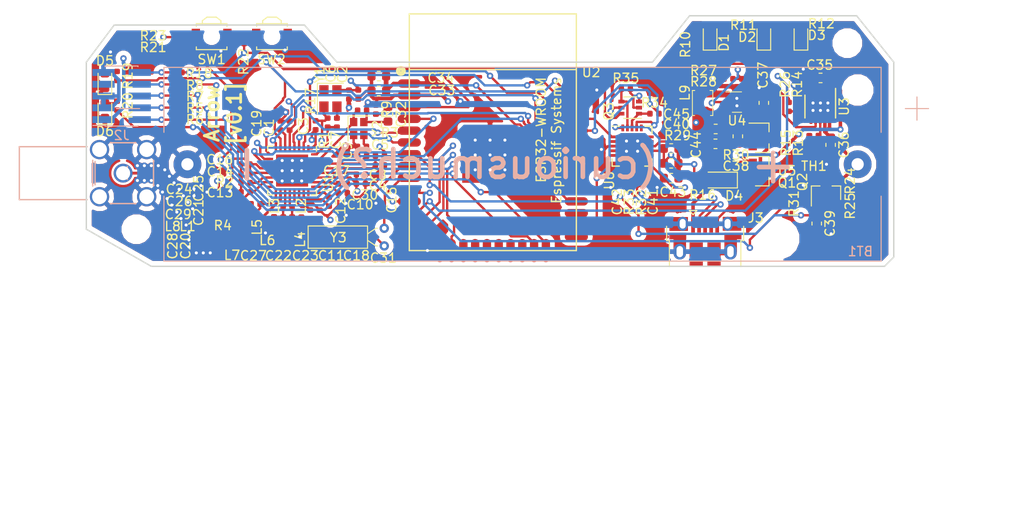
<source format=kicad_pcb>
(kicad_pcb (version 20171130) (host pcbnew 5.0.2-bee76a0~70~ubuntu18.04.1)

  (general
    (thickness 1.6)
    (drawings 21)
    (tracks 1060)
    (zones 0)
    (modules 116)
    (nets 104)
  )

  (page A4)
  (layers
    (0 F.Cu signal)
    (1 In1.Cu power)
    (2 In2.Cu power)
    (31 B.Cu jumper)
    (32 B.Adhes user)
    (33 F.Adhes user hide)
    (34 B.Paste user)
    (35 F.Paste user)
    (36 B.SilkS user)
    (37 F.SilkS user)
    (38 B.Mask user)
    (39 F.Mask user)
    (40 Dwgs.User user)
    (41 Cmts.User user)
    (42 Eco1.User user)
    (43 Eco2.User user)
    (44 Edge.Cuts user)
    (45 Margin user)
    (46 B.CrtYd user)
    (47 F.CrtYd user)
    (48 B.Fab user)
    (49 F.Fab user)
  )

  (setup
    (last_trace_width 0.1524)
    (user_trace_width 0.25)
    (user_trace_width 0.254)
    (user_trace_width 0.381)
    (user_trace_width 0.508)
    (user_trace_width 0.8128)
    (trace_clearance 0.1524)
    (zone_clearance 0.25)
    (zone_45_only no)
    (trace_min 0.1524)
    (segment_width 0.2)
    (edge_width 0.15)
    (via_size 0.6858)
    (via_drill 0.3302)
    (via_min_size 0.508)
    (via_min_drill 0.254)
    (uvia_size 0.6858)
    (uvia_drill 0.3302)
    (uvias_allowed no)
    (uvia_min_size 0.2)
    (uvia_min_drill 0.1)
    (pcb_text_width 0.3)
    (pcb_text_size 1.5 1.5)
    (mod_edge_width 0.15)
    (mod_text_size 1 1)
    (mod_text_width 0.15)
    (pad_size 1.524 1.524)
    (pad_drill 0.762)
    (pad_to_mask_clearance 0.0508)
    (solder_mask_min_width 0.1016)
    (aux_axis_origin 0 0)
    (visible_elements 7FFDFFFF)
    (pcbplotparams
      (layerselection 0x010fc_ffffffff)
      (usegerberextensions false)
      (usegerberattributes false)
      (usegerberadvancedattributes false)
      (creategerberjobfile false)
      (excludeedgelayer true)
      (linewidth 0.100000)
      (plotframeref false)
      (viasonmask false)
      (mode 1)
      (useauxorigin false)
      (hpglpennumber 1)
      (hpglpenspeed 20)
      (hpglpendiameter 15.000000)
      (psnegative false)
      (psa4output false)
      (plotreference true)
      (plotvalue true)
      (plotinvisibletext false)
      (padsonsilk false)
      (subtractmaskfromsilk false)
      (outputformat 1)
      (mirror false)
      (drillshape 1)
      (scaleselection 1)
      (outputdirectory ""))
  )

  (net 0 "")
  (net 1 GND)
  (net 2 +3V3)
  (net 3 "Net-(C2-Pad1)")
  (net 4 "Net-(C5-Pad1)")
  (net 5 TCXO_POWER)
  (net 6 "Net-(C7-Pad1)")
  (net 7 /Radio/TCXO)
  (net 8 "Net-(C12-Pad1)")
  (net 9 "Net-(C12-Pad2)")
  (net 10 /Radio/DCPL_XOSC)
  (net 11 /Radio/DCPL_PFD_CHP)
  (net 12 /Radio/DCPL_VCO)
  (net 13 /Radio/DCPL_DREG)
  (net 14 "Net-(C20-Pad2)")
  (net 15 "Net-(C20-Pad1)")
  (net 16 "Net-(C22-Pad2)")
  (net 17 "Net-(C22-Pad1)")
  (net 18 "Net-(C23-Pad2)")
  (net 19 "Net-(C25-Pad1)")
  (net 20 "Net-(C27-Pad1)")
  (net 21 "Net-(C28-Pad2)")
  (net 22 "Net-(C29-Pad1)")
  (net 23 "Net-(C30-Pad1)")
  (net 24 "Net-(C31-Pad1)")
  (net 25 +BATT)
  (net 26 "/Power Supply/VIN")
  (net 27 ADC_DIVIDER)
  (net 28 "Net-(J2-Pad2)")
  (net 29 "Net-(J2-Pad4)")
  (net 30 "Net-(J2-Pad6)")
  (net 31 "Net-(J2-Pad7)")
  (net 32 "Net-(J2-Pad8)")
  (net 33 "Net-(J2-Pad10)")
  (net 34 "Net-(R2-Pad2)")
  (net 35 /ESP32/MTCK)
  (net 36 /ESP32/MTMS)
  (net 37 /ESP32/MTDO)
  (net 38 /ESP32/MTDI)
  (net 39 "Net-(R10-Pad2)")
  (net 40 "Net-(D1-Pad1)")
  (net 41 "Net-(D2-Pad1)")
  (net 42 "Net-(R11-Pad2)")
  (net 43 "Net-(R12-Pad2)")
  (net 44 "Net-(D3-Pad1)")
  (net 45 "Net-(R13-Pad2)")
  (net 46 "Net-(R13-Pad1)")
  (net 47 "Net-(R14-Pad1)")
  (net 48 /ESP32/STATUS_LED_RED)
  (net 49 /ESP32/STATUS_LED_GREEN)
  (net 50 "Net-(R21-Pad1)")
  (net 51 /ESP32/BUTTON)
  (net 52 "Net-(R22-Pad1)")
  (net 53 ADC_ENABLE)
  (net 54 TURBO_CHARGE)
  (net 55 CC12XX_RESET)
  (net 56 CC12XX_GPIO3)
  (net 57 CC12XX_GPIO2)
  (net 58 CC12XX_MOSI)
  (net 59 CC12XX_SCLK)
  (net 60 CC12XX_MISO)
  (net 61 CC12XX_GPIO0)
  (net 62 CC12XX_CS)
  (net 63 "Net-(U2-Pad32)")
  (net 64 "Net-(J5-Pad1)")
  (net 65 "Net-(J5-Pad2)")
  (net 66 "Net-(U2-Pad22)")
  (net 67 "Net-(U2-Pad21)")
  (net 68 "Net-(U2-Pad20)")
  (net 69 "Net-(U2-Pad19)")
  (net 70 "Net-(U2-Pad18)")
  (net 71 "Net-(U2-Pad17)")
  (net 72 USB_D-)
  (net 73 USB_D+)
  (net 74 "Net-(J3-Pad4)")
  (net 75 "Net-(U4-Pad4)")
  (net 76 "Net-(Y1-Pad1)")
  (net 77 "Net-(C21-Pad1)")
  (net 78 "Net-(C38-Pad2)")
  (net 79 "Net-(D5-Pad2)")
  (net 80 "Net-(D6-Pad2)")
  (net 81 "Net-(Q2-Pad2)")
  (net 82 "Net-(R27-Pad1)")
  (net 83 "Net-(L9-Pad1)")
  (net 84 ESP32_EN)
  (net 85 V_USB)
  (net 86 /ESP32-Programmer/FTDI_3V)
  (net 87 /ESP32-Programmer/~DTR)
  (net 88 ESP32_GPIO0)
  (net 89 "Net-(Q3-Pad5)")
  (net 90 "Net-(Q3-Pad2)")
  (net 91 /ESP32-Programmer/~RTS)
  (net 92 "Net-(R32-Pad1)")
  (net 93 "Net-(R33-Pad1)")
  (net 94 UART_TXD)
  (net 95 UART_RXD)
  (net 96 "Net-(U6-Pad2)")
  (net 97 "Net-(U6-Pad4)")
  (net 98 "Net-(U6-Pad5)")
  (net 99 "Net-(U6-Pad6)")
  (net 100 "Net-(U6-Pad7)")
  (net 101 "Net-(U6-Pad14)")
  (net 102 "Net-(U6-Pad15)")
  (net 103 "Net-(U6-Pad16)")

  (net_class Default "This is the default net class."
    (clearance 0.1524)
    (trace_width 0.1524)
    (via_dia 0.6858)
    (via_drill 0.3302)
    (uvia_dia 0.6858)
    (uvia_drill 0.3302)
    (diff_pair_gap 0.25)
    (diff_pair_width 0.25)
    (add_net +3V3)
    (add_net +BATT)
    (add_net /ESP32-Programmer/FTDI_3V)
    (add_net /ESP32-Programmer/~DTR)
    (add_net /ESP32-Programmer/~RTS)
    (add_net /ESP32/BUTTON)
    (add_net /ESP32/MTCK)
    (add_net /ESP32/MTDI)
    (add_net /ESP32/MTDO)
    (add_net /ESP32/MTMS)
    (add_net /ESP32/STATUS_LED_GREEN)
    (add_net /ESP32/STATUS_LED_RED)
    (add_net "/Power Supply/VIN")
    (add_net /Radio/DCPL_DREG)
    (add_net /Radio/DCPL_PFD_CHP)
    (add_net /Radio/DCPL_VCO)
    (add_net /Radio/DCPL_XOSC)
    (add_net /Radio/TCXO)
    (add_net ADC_DIVIDER)
    (add_net ADC_ENABLE)
    (add_net CC12XX_CS)
    (add_net CC12XX_GPIO0)
    (add_net CC12XX_GPIO2)
    (add_net CC12XX_GPIO3)
    (add_net CC12XX_MISO)
    (add_net CC12XX_MOSI)
    (add_net CC12XX_RESET)
    (add_net CC12XX_SCLK)
    (add_net ESP32_EN)
    (add_net ESP32_GPIO0)
    (add_net GND)
    (add_net "Net-(C12-Pad1)")
    (add_net "Net-(C12-Pad2)")
    (add_net "Net-(C2-Pad1)")
    (add_net "Net-(C20-Pad1)")
    (add_net "Net-(C20-Pad2)")
    (add_net "Net-(C21-Pad1)")
    (add_net "Net-(C22-Pad1)")
    (add_net "Net-(C22-Pad2)")
    (add_net "Net-(C23-Pad2)")
    (add_net "Net-(C25-Pad1)")
    (add_net "Net-(C27-Pad1)")
    (add_net "Net-(C28-Pad2)")
    (add_net "Net-(C29-Pad1)")
    (add_net "Net-(C30-Pad1)")
    (add_net "Net-(C31-Pad1)")
    (add_net "Net-(C38-Pad2)")
    (add_net "Net-(C5-Pad1)")
    (add_net "Net-(C7-Pad1)")
    (add_net "Net-(D1-Pad1)")
    (add_net "Net-(D2-Pad1)")
    (add_net "Net-(D3-Pad1)")
    (add_net "Net-(D5-Pad2)")
    (add_net "Net-(D6-Pad2)")
    (add_net "Net-(J2-Pad10)")
    (add_net "Net-(J2-Pad2)")
    (add_net "Net-(J2-Pad4)")
    (add_net "Net-(J2-Pad6)")
    (add_net "Net-(J2-Pad7)")
    (add_net "Net-(J2-Pad8)")
    (add_net "Net-(J3-Pad4)")
    (add_net "Net-(J5-Pad1)")
    (add_net "Net-(J5-Pad2)")
    (add_net "Net-(L9-Pad1)")
    (add_net "Net-(Q2-Pad2)")
    (add_net "Net-(Q3-Pad2)")
    (add_net "Net-(Q3-Pad5)")
    (add_net "Net-(R10-Pad2)")
    (add_net "Net-(R11-Pad2)")
    (add_net "Net-(R12-Pad2)")
    (add_net "Net-(R13-Pad1)")
    (add_net "Net-(R13-Pad2)")
    (add_net "Net-(R14-Pad1)")
    (add_net "Net-(R2-Pad2)")
    (add_net "Net-(R21-Pad1)")
    (add_net "Net-(R22-Pad1)")
    (add_net "Net-(R27-Pad1)")
    (add_net "Net-(R32-Pad1)")
    (add_net "Net-(R33-Pad1)")
    (add_net "Net-(U2-Pad17)")
    (add_net "Net-(U2-Pad18)")
    (add_net "Net-(U2-Pad19)")
    (add_net "Net-(U2-Pad20)")
    (add_net "Net-(U2-Pad21)")
    (add_net "Net-(U2-Pad22)")
    (add_net "Net-(U2-Pad32)")
    (add_net "Net-(U4-Pad4)")
    (add_net "Net-(U6-Pad14)")
    (add_net "Net-(U6-Pad15)")
    (add_net "Net-(U6-Pad16)")
    (add_net "Net-(U6-Pad2)")
    (add_net "Net-(U6-Pad4)")
    (add_net "Net-(U6-Pad5)")
    (add_net "Net-(U6-Pad6)")
    (add_net "Net-(U6-Pad7)")
    (add_net "Net-(Y1-Pad1)")
    (add_net TCXO_POWER)
    (add_net TURBO_CHARGE)
    (add_net UART_RXD)
    (add_net UART_TXD)
    (add_net USB_D+)
    (add_net USB_D-)
    (add_net V_USB)
  )

  (module Arrow-Footprints:5-1814400-1 (layer B.Cu) (tedit 5C6DBD20) (tstamp 5C6E21B4)
    (at 110.96 92.96 270)
    (path /5B88ECF2/5B890189)
    (fp_text reference J1 (at 0 0 270) (layer B.SilkS)
      (effects (font (size 1 1) (thickness 0.15)) (justify mirror))
    )
    (fp_text value Conn_Coaxial (at 0 0 270) (layer B.SilkS) hide
      (effects (font (size 1 1) (thickness 0.15)) (justify mirror))
    )
    (fp_line (start 4.366999 -3.7084) (end -4.366999 -3.7084) (layer B.CrtYd) (width 0.1524))
    (fp_line (start 4.366999 11.608399) (end 4.366999 -3.7084) (layer B.CrtYd) (width 0.1524))
    (fp_line (start -4.366999 11.608399) (end 4.366999 11.608399) (layer B.CrtYd) (width 0.1524))
    (fp_line (start -4.366999 -3.7084) (end -4.366999 11.608399) (layer B.CrtYd) (width 0.1524))
    (fp_line (start -3.149999 3.149999) (end -3.149999 -3.149999) (layer B.Fab) (width 0.1524))
    (fp_line (start 3.149999 3.149999) (end -3.149999 3.149999) (layer B.Fab) (width 0.1524))
    (fp_line (start 3.149999 -3.149999) (end 3.149999 3.149999) (layer B.Fab) (width 0.1524))
    (fp_line (start -3.149999 -3.149999) (end 3.149999 -3.149999) (layer B.Fab) (width 0.1524))
    (fp_line (start -3.276999 1.380218) (end -3.276999 -1.380218) (layer B.SilkS) (width 0.1524))
    (fp_line (start 1.380218 3.276999) (end -1.380218 3.276999) (layer B.SilkS) (width 0.1524))
    (fp_line (start 3.276999 -1.380218) (end 3.276999 1.380218) (layer B.SilkS) (width 0.1524))
    (fp_line (start -1.380218 -3.276999) (end 1.380218 -3.276999) (layer B.SilkS) (width 0.1524))
    (fp_line (start -2.724998 11.049998) (end -2.724998 3.149999) (layer B.Fab) (width 0.1524))
    (fp_line (start 2.724998 11.049998) (end -2.724998 11.049998) (layer B.Fab) (width 0.1524))
    (fp_line (start 2.724998 3.149999) (end 2.724998 11.049998) (layer B.Fab) (width 0.1524))
    (fp_line (start -2.724998 3.149999) (end 2.724998 3.149999) (layer B.Fab) (width 0.1524))
    (fp_line (start -2.851998 11.176998) (end -2.851998 3.878252) (layer B.SilkS) (width 0.1524))
    (fp_line (start 2.851998 11.176998) (end -2.851998 11.176998) (layer B.SilkS) (width 0.1524))
    (fp_line (start 2.851998 3.878252) (end 2.851998 11.176998) (layer B.SilkS) (width 0.1524))
    (fp_line (start -1.253542 3.022999) (end 1.253542 3.022999) (layer B.SilkS) (width 0.1524))
    (fp_text user * (at 0 0 270) (layer B.Fab)
      (effects (font (size 1 1) (thickness 0.15)) (justify mirror))
    )
    (fp_text user "" (at 9.04 7.96 270) (layer B.SilkS) hide
      (effects (font (size 1 1) (thickness 0.15)) (justify mirror))
    )
    (pad 5 thru_hole circle (at 2.54 2.54 270) (size 2.0828 2.0828) (drill 1.6002) (layers *.Cu *.Mask)
      (net 1 GND))
    (pad 4 thru_hole circle (at 2.54 -2.54 270) (size 2.0828 2.0828) (drill 1.6002) (layers *.Cu *.Mask)
      (net 1 GND))
    (pad 3 thru_hole circle (at -2.54 -2.54 270) (size 2.0828 2.0828) (drill 1.6002) (layers *.Cu *.Mask)
      (net 1 GND))
    (pad 2 thru_hole circle (at -2.54 2.54 270) (size 2.0828 2.0828) (drill 1.6002) (layers *.Cu *.Mask)
      (net 1 GND))
    (pad 1 thru_hole circle (at 0 0 270) (size 2.032 2.032) (drill 1.524) (layers *.Cu *.Mask)
      (net 22 "Net-(C29-Pad1)"))
    (model /home/curiousmuch/NextCloud/Projects/Arrow/Hardware/Parts/KiCad-Parts/3DShapes/c-5-1814400-1-d-3d.stp
      (offset (xyz 0 11 7.29))
      (scale (xyz 1 1 1))
      (rotate (xyz -90 0 180))
    )
  )

  (module Resistor_SMD:R_0402_1005Metric (layer F.Cu) (tedit 5B301BBD) (tstamp 5C699F95)
    (at 181.5 78.615 270)
    (descr "Resistor SMD 0402 (1005 Metric), square (rectangular) end terminal, IPC_7351 nominal, (Body size source: http://www.tortai-tech.com/upload/download/2011102023233369053.pdf), generated with kicad-footprint-generator")
    (tags resistor)
    (path /5B8B30A8/5B8E13D3)
    (attr smd)
    (fp_text reference R11 (at -1.615 3.7) (layer F.SilkS)
      (effects (font (size 1 1) (thickness 0.15)))
    )
    (fp_text value 330 (at 0 1.17 270) (layer F.Fab)
      (effects (font (size 1 1) (thickness 0.15)))
    )
    (fp_line (start -0.5 0.25) (end -0.5 -0.25) (layer F.Fab) (width 0.1))
    (fp_line (start -0.5 -0.25) (end 0.5 -0.25) (layer F.Fab) (width 0.1))
    (fp_line (start 0.5 -0.25) (end 0.5 0.25) (layer F.Fab) (width 0.1))
    (fp_line (start 0.5 0.25) (end -0.5 0.25) (layer F.Fab) (width 0.1))
    (fp_line (start -0.93 0.47) (end -0.93 -0.47) (layer F.CrtYd) (width 0.05))
    (fp_line (start -0.93 -0.47) (end 0.93 -0.47) (layer F.CrtYd) (width 0.05))
    (fp_line (start 0.93 -0.47) (end 0.93 0.47) (layer F.CrtYd) (width 0.05))
    (fp_line (start 0.93 0.47) (end -0.93 0.47) (layer F.CrtYd) (width 0.05))
    (fp_text user %R (at 0 0 270) (layer F.Fab)
      (effects (font (size 0.25 0.25) (thickness 0.04)))
    )
    (pad 1 smd roundrect (at -0.485 0 270) (size 0.59 0.64) (layers F.Cu F.Paste F.Mask) (roundrect_rratio 0.25)
      (net 41 "Net-(D2-Pad1)"))
    (pad 2 smd roundrect (at 0.485 0 270) (size 0.59 0.64) (layers F.Cu F.Paste F.Mask) (roundrect_rratio 0.25)
      (net 42 "Net-(R11-Pad2)"))
    (model ${KISYS3DMOD}/Resistor_SMD.3dshapes/R_0402_1005Metric.wrl
      (at (xyz 0 0 0))
      (scale (xyz 1 1 1))
      (rotate (xyz 0 0 0))
    )
  )

  (module Arrow-Footprints:LQM2HPN2R2MJ0L (layer F.Cu) (tedit 5C65F917) (tstamp 5C680BCE)
    (at 173.4 85.4 270)
    (path /5B8B30A8/5C6DFF76)
    (fp_text reference L9 (at -1.1 1.9 90) (layer F.SilkS)
      (effects (font (size 1 1) (thickness 0.15)))
    )
    (fp_text value 2.2uH (at 0 -1.7 270) (layer F.Fab)
      (effects (font (size 1 1) (thickness 0.15)))
    )
    (fp_line (start -1.35 1.1) (end -1.35 0.85) (layer F.SilkS) (width 0.1))
    (fp_line (start -1.35 0.85) (end -1.35 1.1) (layer F.SilkS) (width 0.1))
    (fp_line (start -1.35 1.1) (end 1.35 1.1) (layer F.SilkS) (width 0.1))
    (fp_line (start 1.35 1.1) (end 1.35 0.85) (layer F.SilkS) (width 0.1))
    (fp_line (start -1.35 -0.8) (end -1.35 -1.1) (layer F.SilkS) (width 0.1))
    (fp_line (start -1.35 -1.1) (end 1.35 -1.1) (layer F.SilkS) (width 0.1))
    (fp_line (start 1.35 -1.1) (end 1.35 -0.85) (layer F.SilkS) (width 0.1))
    (fp_line (start 1.55 1.2) (end 1.55 -1.2) (layer F.CrtYd) (width 0.02))
    (fp_line (start 1.55 1.2) (end -1.55 1.2) (layer F.CrtYd) (width 0.02))
    (fp_line (start -1.55 1.2) (end -1.55 -1.2) (layer F.CrtYd) (width 0.02))
    (fp_line (start -1.55 -1.2) (end 1.55 -1.2) (layer F.CrtYd) (width 0.02))
    (pad 1 smd rect (at -1.15 0 270) (size 0.7 1.524) (layers F.Cu F.Paste F.Mask)
      (net 83 "Net-(L9-Pad1)"))
    (pad 2 smd rect (at 1.15 0 270) (size 0.7 1.524) (layers F.Cu F.Paste F.Mask)
      (net 2 +3V3))
  )

  (module Capacitor_SMD:C_0402_1005Metric (layer F.Cu) (tedit 5B301BBE) (tstamp 5C66DDBB)
    (at 128.9 87.835 90)
    (descr "Capacitor SMD 0402 (1005 Metric), square (rectangular) end terminal, IPC_7351 nominal, (Body size source: http://www.tortai-tech.com/upload/download/2011102023233369053.pdf), generated with kicad-footprint-generator")
    (tags capacitor)
    (path /5B88ECF2/5B8902CB)
    (attr smd)
    (fp_text reference C1 (at -0.215 -2.2 90) (layer F.SilkS)
      (effects (font (size 1 1) (thickness 0.15)))
    )
    (fp_text value 47nF (at 0 1.17 90) (layer F.Fab)
      (effects (font (size 1 1) (thickness 0.15)))
    )
    (fp_text user %R (at 0 0 90) (layer F.Fab)
      (effects (font (size 0.25 0.25) (thickness 0.04)))
    )
    (fp_line (start 0.93 0.47) (end -0.93 0.47) (layer F.CrtYd) (width 0.05))
    (fp_line (start 0.93 -0.47) (end 0.93 0.47) (layer F.CrtYd) (width 0.05))
    (fp_line (start -0.93 -0.47) (end 0.93 -0.47) (layer F.CrtYd) (width 0.05))
    (fp_line (start -0.93 0.47) (end -0.93 -0.47) (layer F.CrtYd) (width 0.05))
    (fp_line (start 0.5 0.25) (end -0.5 0.25) (layer F.Fab) (width 0.1))
    (fp_line (start 0.5 -0.25) (end 0.5 0.25) (layer F.Fab) (width 0.1))
    (fp_line (start -0.5 -0.25) (end 0.5 -0.25) (layer F.Fab) (width 0.1))
    (fp_line (start -0.5 0.25) (end -0.5 -0.25) (layer F.Fab) (width 0.1))
    (pad 2 smd roundrect (at 0.485 0 90) (size 0.59 0.64) (layers F.Cu F.Paste F.Mask) (roundrect_rratio 0.25)
      (net 1 GND))
    (pad 1 smd roundrect (at -0.485 0 90) (size 0.59 0.64) (layers F.Cu F.Paste F.Mask) (roundrect_rratio 0.25)
      (net 2 +3V3))
    (model ${KISYS3DMOD}/Capacitor_SMD.3dshapes/C_0402_1005Metric.wrl
      (at (xyz 0 0 0))
      (scale (xyz 1 1 1))
      (rotate (xyz 0 0 0))
    )
  )

  (module Capacitor_SMD:C_0402_1005Metric (layer F.Cu) (tedit 5B301BBE) (tstamp 5BBFC7C6)
    (at 136.715 86.2)
    (descr "Capacitor SMD 0402 (1005 Metric), square (rectangular) end terminal, IPC_7351 nominal, (Body size source: http://www.tortai-tech.com/upload/download/2011102023233369053.pdf), generated with kicad-footprint-generator")
    (tags capacitor)
    (path /5B88ECF2/5B8903AE)
    (attr smd)
    (fp_text reference C2 (at -2.115 -3.9 90) (layer F.SilkS)
      (effects (font (size 1 1) (thickness 0.15)))
    )
    (fp_text value NC (at 0 1.17) (layer F.Fab)
      (effects (font (size 1 1) (thickness 0.15)))
    )
    (fp_line (start -0.5 0.25) (end -0.5 -0.25) (layer F.Fab) (width 0.1))
    (fp_line (start -0.5 -0.25) (end 0.5 -0.25) (layer F.Fab) (width 0.1))
    (fp_line (start 0.5 -0.25) (end 0.5 0.25) (layer F.Fab) (width 0.1))
    (fp_line (start 0.5 0.25) (end -0.5 0.25) (layer F.Fab) (width 0.1))
    (fp_line (start -0.93 0.47) (end -0.93 -0.47) (layer F.CrtYd) (width 0.05))
    (fp_line (start -0.93 -0.47) (end 0.93 -0.47) (layer F.CrtYd) (width 0.05))
    (fp_line (start 0.93 -0.47) (end 0.93 0.47) (layer F.CrtYd) (width 0.05))
    (fp_line (start 0.93 0.47) (end -0.93 0.47) (layer F.CrtYd) (width 0.05))
    (fp_text user %R (at 0 0) (layer F.Fab)
      (effects (font (size 0.25 0.25) (thickness 0.04)))
    )
    (pad 1 smd roundrect (at -0.485 0) (size 0.59 0.64) (layers F.Cu F.Paste F.Mask) (roundrect_rratio 0.25)
      (net 3 "Net-(C2-Pad1)"))
    (pad 2 smd roundrect (at 0.485 0) (size 0.59 0.64) (layers F.Cu F.Paste F.Mask) (roundrect_rratio 0.25)
      (net 1 GND))
    (model ${KISYS3DMOD}/Capacitor_SMD.3dshapes/C_0402_1005Metric.wrl
      (at (xyz 0 0 0))
      (scale (xyz 1 1 1))
      (rotate (xyz 0 0 0))
    )
  )

  (module Capacitor_SMD:C_0402_1005Metric (layer F.Cu) (tedit 5B301BBE) (tstamp 5C5FE143)
    (at 131.7 87.8 90)
    (descr "Capacitor SMD 0402 (1005 Metric), square (rectangular) end terminal, IPC_7351 nominal, (Body size source: http://www.tortai-tech.com/upload/download/2011102023233369053.pdf), generated with kicad-footprint-generator")
    (tags capacitor)
    (path /5B88ECF2/5B8902D6)
    (attr smd)
    (fp_text reference C3 (at -0.1 -1.3 90) (layer F.SilkS)
      (effects (font (size 1 1) (thickness 0.15)))
    )
    (fp_text value 47nF (at 0 1.17 90) (layer F.Fab)
      (effects (font (size 1 1) (thickness 0.15)))
    )
    (fp_line (start -0.5 0.25) (end -0.5 -0.25) (layer F.Fab) (width 0.1))
    (fp_line (start -0.5 -0.25) (end 0.5 -0.25) (layer F.Fab) (width 0.1))
    (fp_line (start 0.5 -0.25) (end 0.5 0.25) (layer F.Fab) (width 0.1))
    (fp_line (start 0.5 0.25) (end -0.5 0.25) (layer F.Fab) (width 0.1))
    (fp_line (start -0.93 0.47) (end -0.93 -0.47) (layer F.CrtYd) (width 0.05))
    (fp_line (start -0.93 -0.47) (end 0.93 -0.47) (layer F.CrtYd) (width 0.05))
    (fp_line (start 0.93 -0.47) (end 0.93 0.47) (layer F.CrtYd) (width 0.05))
    (fp_line (start 0.93 0.47) (end -0.93 0.47) (layer F.CrtYd) (width 0.05))
    (fp_text user %R (at 0 -0.021884 90) (layer F.Fab)
      (effects (font (size 0.25 0.25) (thickness 0.04)))
    )
    (pad 1 smd roundrect (at -0.485 0 90) (size 0.59 0.64) (layers F.Cu F.Paste F.Mask) (roundrect_rratio 0.25)
      (net 2 +3V3))
    (pad 2 smd roundrect (at 0.485 0 90) (size 0.59 0.64) (layers F.Cu F.Paste F.Mask) (roundrect_rratio 0.25)
      (net 1 GND))
    (model ${KISYS3DMOD}/Capacitor_SMD.3dshapes/C_0402_1005Metric.wrl
      (at (xyz 0 0 0))
      (scale (xyz 1 1 1))
      (rotate (xyz 0 0 0))
    )
  )

  (module Capacitor_SMD:C_0402_1005Metric (layer F.Cu) (tedit 5B301BBE) (tstamp 5C60E326)
    (at 136.585 94.1)
    (descr "Capacitor SMD 0402 (1005 Metric), square (rectangular) end terminal, IPC_7351 nominal, (Body size source: http://www.tortai-tech.com/upload/download/2011102023233369053.pdf), generated with kicad-footprint-generator")
    (tags capacitor)
    (path /5B88ECF2/5B8902EB)
    (attr smd)
    (fp_text reference C4 (at 1.815 0.2) (layer F.SilkS)
      (effects (font (size 1 1) (thickness 0.15)))
    )
    (fp_text value 47nF (at 0 1.17) (layer F.Fab)
      (effects (font (size 1 1) (thickness 0.15)))
    )
    (fp_line (start -0.5 0.25) (end -0.5 -0.25) (layer F.Fab) (width 0.1))
    (fp_line (start -0.5 -0.25) (end 0.5 -0.25) (layer F.Fab) (width 0.1))
    (fp_line (start 0.5 -0.25) (end 0.5 0.25) (layer F.Fab) (width 0.1))
    (fp_line (start 0.5 0.25) (end -0.5 0.25) (layer F.Fab) (width 0.1))
    (fp_line (start -0.93 0.47) (end -0.93 -0.47) (layer F.CrtYd) (width 0.05))
    (fp_line (start -0.93 -0.47) (end 0.93 -0.47) (layer F.CrtYd) (width 0.05))
    (fp_line (start 0.93 -0.47) (end 0.93 0.47) (layer F.CrtYd) (width 0.05))
    (fp_line (start 0.93 0.47) (end -0.93 0.47) (layer F.CrtYd) (width 0.05))
    (fp_text user %R (at 0 0) (layer F.Fab)
      (effects (font (size 0.25 0.25) (thickness 0.04)))
    )
    (pad 1 smd roundrect (at -0.485 0) (size 0.59 0.64) (layers F.Cu F.Paste F.Mask) (roundrect_rratio 0.25)
      (net 2 +3V3))
    (pad 2 smd roundrect (at 0.485 0) (size 0.59 0.64) (layers F.Cu F.Paste F.Mask) (roundrect_rratio 0.25)
      (net 1 GND))
    (model ${KISYS3DMOD}/Capacitor_SMD.3dshapes/C_0402_1005Metric.wrl
      (at (xyz 0 0 0))
      (scale (xyz 1 1 1))
      (rotate (xyz 0 0 0))
    )
  )

  (module Capacitor_SMD:C_0402_1005Metric (layer F.Cu) (tedit 5B301BBE) (tstamp 5C60D624)
    (at 136.7 90.1 180)
    (descr "Capacitor SMD 0402 (1005 Metric), square (rectangular) end terminal, IPC_7351 nominal, (Body size source: http://www.tortai-tech.com/upload/download/2011102023233369053.pdf), generated with kicad-footprint-generator")
    (tags capacitor)
    (path /5B88ECF2/5B89038A)
    (attr smd)
    (fp_text reference C5 (at -1.95 0.2 180) (layer F.SilkS)
      (effects (font (size 1 1) (thickness 0.15)))
    )
    (fp_text value NC (at 0 1.17 180) (layer F.Fab)
      (effects (font (size 1 1) (thickness 0.15)))
    )
    (fp_line (start -0.5 0.25) (end -0.5 -0.25) (layer F.Fab) (width 0.1))
    (fp_line (start -0.5 -0.25) (end 0.5 -0.25) (layer F.Fab) (width 0.1))
    (fp_line (start 0.5 -0.25) (end 0.5 0.25) (layer F.Fab) (width 0.1))
    (fp_line (start 0.5 0.25) (end -0.5 0.25) (layer F.Fab) (width 0.1))
    (fp_line (start -0.93 0.47) (end -0.93 -0.47) (layer F.CrtYd) (width 0.05))
    (fp_line (start -0.93 -0.47) (end 0.93 -0.47) (layer F.CrtYd) (width 0.05))
    (fp_line (start 0.93 -0.47) (end 0.93 0.47) (layer F.CrtYd) (width 0.05))
    (fp_line (start 0.93 0.47) (end -0.93 0.47) (layer F.CrtYd) (width 0.05))
    (fp_text user %R (at 0 0 180) (layer F.Fab)
      (effects (font (size 0.25 0.25) (thickness 0.04)))
    )
    (pad 1 smd roundrect (at -0.485 0 180) (size 0.59 0.64) (layers F.Cu F.Paste F.Mask) (roundrect_rratio 0.25)
      (net 4 "Net-(C5-Pad1)"))
    (pad 2 smd roundrect (at 0.485 0 180) (size 0.59 0.64) (layers F.Cu F.Paste F.Mask) (roundrect_rratio 0.25)
      (net 1 GND))
    (model ${KISYS3DMOD}/Capacitor_SMD.3dshapes/C_0402_1005Metric.wrl
      (at (xyz 0 0 0))
      (scale (xyz 1 1 1))
      (rotate (xyz 0 0 0))
    )
  )

  (module Capacitor_SMD:C_0402_1005Metric (layer F.Cu) (tedit 5B301BBE) (tstamp 5BBFC802)
    (at 135.3 84.5 270)
    (descr "Capacitor SMD 0402 (1005 Metric), square (rectangular) end terminal, IPC_7351 nominal, (Body size source: http://www.tortai-tech.com/upload/download/2011102023233369053.pdf), generated with kicad-footprint-generator")
    (tags capacitor)
    (path /5B88ECF2/5B890412)
    (attr smd)
    (fp_text reference C6 (at -2.25 1.95 270) (layer F.SilkS)
      (effects (font (size 1 1) (thickness 0.15)))
    )
    (fp_text value 100nF (at 0 1.17 270) (layer F.Fab)
      (effects (font (size 1 1) (thickness 0.15)))
    )
    (fp_text user %R (at 0 0 270) (layer F.Fab)
      (effects (font (size 0.25 0.25) (thickness 0.04)))
    )
    (fp_line (start 0.93 0.47) (end -0.93 0.47) (layer F.CrtYd) (width 0.05))
    (fp_line (start 0.93 -0.47) (end 0.93 0.47) (layer F.CrtYd) (width 0.05))
    (fp_line (start -0.93 -0.47) (end 0.93 -0.47) (layer F.CrtYd) (width 0.05))
    (fp_line (start -0.93 0.47) (end -0.93 -0.47) (layer F.CrtYd) (width 0.05))
    (fp_line (start 0.5 0.25) (end -0.5 0.25) (layer F.Fab) (width 0.1))
    (fp_line (start 0.5 -0.25) (end 0.5 0.25) (layer F.Fab) (width 0.1))
    (fp_line (start -0.5 -0.25) (end 0.5 -0.25) (layer F.Fab) (width 0.1))
    (fp_line (start -0.5 0.25) (end -0.5 -0.25) (layer F.Fab) (width 0.1))
    (pad 2 smd roundrect (at 0.485 0 270) (size 0.59 0.64) (layers F.Cu F.Paste F.Mask) (roundrect_rratio 0.25)
      (net 1 GND))
    (pad 1 smd roundrect (at -0.485 0 270) (size 0.59 0.64) (layers F.Cu F.Paste F.Mask) (roundrect_rratio 0.25)
      (net 5 TCXO_POWER))
    (model ${KISYS3DMOD}/Capacitor_SMD.3dshapes/C_0402_1005Metric.wrl
      (at (xyz 0 0 0))
      (scale (xyz 1 1 1))
      (rotate (xyz 0 0 0))
    )
  )

  (module Capacitor_SMD:C_0402_1005Metric (layer F.Cu) (tedit 5B301BBE) (tstamp 5BBFC811)
    (at 134 87.515 270)
    (descr "Capacitor SMD 0402 (1005 Metric), square (rectangular) end terminal, IPC_7351 nominal, (Body size source: http://www.tortai-tech.com/upload/download/2011102023233369053.pdf), generated with kicad-footprint-generator")
    (tags capacitor)
    (path /5B88ECF2/5B89042B)
    (attr smd)
    (fp_text reference C7 (at 1.885 0.1 270) (layer F.SilkS)
      (effects (font (size 1 1) (thickness 0.15)))
    )
    (fp_text value 22pF (at 0 1.17 270) (layer F.Fab)
      (effects (font (size 1 1) (thickness 0.15)))
    )
    (fp_line (start -0.5 0.25) (end -0.5 -0.25) (layer F.Fab) (width 0.1))
    (fp_line (start -0.5 -0.25) (end 0.5 -0.25) (layer F.Fab) (width 0.1))
    (fp_line (start 0.5 -0.25) (end 0.5 0.25) (layer F.Fab) (width 0.1))
    (fp_line (start 0.5 0.25) (end -0.5 0.25) (layer F.Fab) (width 0.1))
    (fp_line (start -0.93 0.47) (end -0.93 -0.47) (layer F.CrtYd) (width 0.05))
    (fp_line (start -0.93 -0.47) (end 0.93 -0.47) (layer F.CrtYd) (width 0.05))
    (fp_line (start 0.93 -0.47) (end 0.93 0.47) (layer F.CrtYd) (width 0.05))
    (fp_line (start 0.93 0.47) (end -0.93 0.47) (layer F.CrtYd) (width 0.05))
    (fp_text user %R (at 0 0 270) (layer F.Fab)
      (effects (font (size 0.25 0.25) (thickness 0.04)))
    )
    (pad 1 smd roundrect (at -0.485 0 270) (size 0.59 0.64) (layers F.Cu F.Paste F.Mask) (roundrect_rratio 0.25)
      (net 6 "Net-(C7-Pad1)"))
    (pad 2 smd roundrect (at 0.485 0 270) (size 0.59 0.64) (layers F.Cu F.Paste F.Mask) (roundrect_rratio 0.25)
      (net 7 /Radio/TCXO))
    (model ${KISYS3DMOD}/Capacitor_SMD.3dshapes/C_0402_1005Metric.wrl
      (at (xyz 0 0 0))
      (scale (xyz 1 1 1))
      (rotate (xyz 0 0 0))
    )
  )

  (module Capacitor_SMD:C_0402_1005Metric (layer F.Cu) (tedit 5B301BBE) (tstamp 5C5F18DF)
    (at 136.585 93.1)
    (descr "Capacitor SMD 0402 (1005 Metric), square (rectangular) end terminal, IPC_7351 nominal, (Body size source: http://www.tortai-tech.com/upload/download/2011102023233369053.pdf), generated with kicad-footprint-generator")
    (tags capacitor)
    (path /5B88ECF2/5B8902E0)
    (attr smd)
    (fp_text reference C8 (at 1.815 0.05) (layer F.SilkS)
      (effects (font (size 1 1) (thickness 0.15)))
    )
    (fp_text value 47nF (at 0 1.17) (layer F.Fab)
      (effects (font (size 1 1) (thickness 0.15)))
    )
    (fp_text user %R (at 0 0) (layer F.Fab)
      (effects (font (size 0.25 0.25) (thickness 0.04)))
    )
    (fp_line (start 0.93 0.47) (end -0.93 0.47) (layer F.CrtYd) (width 0.05))
    (fp_line (start 0.93 -0.47) (end 0.93 0.47) (layer F.CrtYd) (width 0.05))
    (fp_line (start -0.93 -0.47) (end 0.93 -0.47) (layer F.CrtYd) (width 0.05))
    (fp_line (start -0.93 0.47) (end -0.93 -0.47) (layer F.CrtYd) (width 0.05))
    (fp_line (start 0.5 0.25) (end -0.5 0.25) (layer F.Fab) (width 0.1))
    (fp_line (start 0.5 -0.25) (end 0.5 0.25) (layer F.Fab) (width 0.1))
    (fp_line (start -0.5 -0.25) (end 0.5 -0.25) (layer F.Fab) (width 0.1))
    (fp_line (start -0.5 0.25) (end -0.5 -0.25) (layer F.Fab) (width 0.1))
    (pad 2 smd roundrect (at 0.485 0) (size 0.59 0.64) (layers F.Cu F.Paste F.Mask) (roundrect_rratio 0.25)
      (net 1 GND))
    (pad 1 smd roundrect (at -0.485 0) (size 0.59 0.64) (layers F.Cu F.Paste F.Mask) (roundrect_rratio 0.25)
      (net 2 +3V3))
    (model ${KISYS3DMOD}/Capacitor_SMD.3dshapes/C_0402_1005Metric.wrl
      (at (xyz 0 0 0))
      (scale (xyz 1 1 1))
      (rotate (xyz 0 0 0))
    )
  )

  (module Capacitor_SMD:C_0402_1005Metric (layer F.Cu) (tedit 5B301BBE) (tstamp 5BBFC82F)
    (at 136.715 91.1 180)
    (descr "Capacitor SMD 0402 (1005 Metric), square (rectangular) end terminal, IPC_7351 nominal, (Body size source: http://www.tortai-tech.com/upload/download/2011102023233369053.pdf), generated with kicad-footprint-generator")
    (tags capacitor)
    (path /5B88ECF2/5B890391)
    (attr smd)
    (fp_text reference C9 (at 1.615 0.55 270) (layer F.SilkS)
      (effects (font (size 1 1) (thickness 0.15)))
    )
    (fp_text value NC (at 0 1.17 180) (layer F.Fab)
      (effects (font (size 1 1) (thickness 0.15)))
    )
    (fp_line (start -0.5 0.25) (end -0.5 -0.25) (layer F.Fab) (width 0.1))
    (fp_line (start -0.5 -0.25) (end 0.5 -0.25) (layer F.Fab) (width 0.1))
    (fp_line (start 0.5 -0.25) (end 0.5 0.25) (layer F.Fab) (width 0.1))
    (fp_line (start 0.5 0.25) (end -0.5 0.25) (layer F.Fab) (width 0.1))
    (fp_line (start -0.93 0.47) (end -0.93 -0.47) (layer F.CrtYd) (width 0.05))
    (fp_line (start -0.93 -0.47) (end 0.93 -0.47) (layer F.CrtYd) (width 0.05))
    (fp_line (start 0.93 -0.47) (end 0.93 0.47) (layer F.CrtYd) (width 0.05))
    (fp_line (start 0.93 0.47) (end -0.93 0.47) (layer F.CrtYd) (width 0.05))
    (fp_text user %R (at 0 0 180) (layer F.Fab)
      (effects (font (size 0.25 0.25) (thickness 0.04)))
    )
    (pad 1 smd roundrect (at -0.485 0 180) (size 0.59 0.64) (layers F.Cu F.Paste F.Mask) (roundrect_rratio 0.25)
      (net 4 "Net-(C5-Pad1)"))
    (pad 2 smd roundrect (at 0.485 0 180) (size 0.59 0.64) (layers F.Cu F.Paste F.Mask) (roundrect_rratio 0.25)
      (net 1 GND))
    (model ${KISYS3DMOD}/Capacitor_SMD.3dshapes/C_0402_1005Metric.wrl
      (at (xyz 0 0 0))
      (scale (xyz 1 1 1))
      (rotate (xyz 0 0 0))
    )
  )

  (module Capacitor_SMD:C_0402_1005Metric (layer F.Cu) (tedit 5B301BBE) (tstamp 5BBFC83E)
    (at 134.635 95.1)
    (descr "Capacitor SMD 0402 (1005 Metric), square (rectangular) end terminal, IPC_7351 nominal, (Body size source: http://www.tortai-tech.com/upload/download/2011102023233369053.pdf), generated with kicad-footprint-generator")
    (tags capacitor)
    (path /5B88ECF2/5B8902F7)
    (attr smd)
    (fp_text reference C10 (at 1.865 1.25) (layer F.SilkS)
      (effects (font (size 1 1) (thickness 0.15)))
    )
    (fp_text value 47nF (at 0 1.17) (layer F.Fab)
      (effects (font (size 1 1) (thickness 0.15)))
    )
    (fp_text user %R (at 0.043116 -0.030861) (layer F.Fab)
      (effects (font (size 0.25 0.25) (thickness 0.04)))
    )
    (fp_line (start 0.93 0.47) (end -0.93 0.47) (layer F.CrtYd) (width 0.05))
    (fp_line (start 0.93 -0.47) (end 0.93 0.47) (layer F.CrtYd) (width 0.05))
    (fp_line (start -0.93 -0.47) (end 0.93 -0.47) (layer F.CrtYd) (width 0.05))
    (fp_line (start -0.93 0.47) (end -0.93 -0.47) (layer F.CrtYd) (width 0.05))
    (fp_line (start 0.5 0.25) (end -0.5 0.25) (layer F.Fab) (width 0.1))
    (fp_line (start 0.5 -0.25) (end 0.5 0.25) (layer F.Fab) (width 0.1))
    (fp_line (start -0.5 -0.25) (end 0.5 -0.25) (layer F.Fab) (width 0.1))
    (fp_line (start -0.5 0.25) (end -0.5 -0.25) (layer F.Fab) (width 0.1))
    (pad 2 smd roundrect (at 0.485 0) (size 0.59 0.64) (layers F.Cu F.Paste F.Mask) (roundrect_rratio 0.25)
      (net 1 GND))
    (pad 1 smd roundrect (at -0.485 0) (size 0.59 0.64) (layers F.Cu F.Paste F.Mask) (roundrect_rratio 0.25)
      (net 2 +3V3))
    (model ${KISYS3DMOD}/Capacitor_SMD.3dshapes/C_0402_1005Metric.wrl
      (at (xyz 0 0 0))
      (scale (xyz 1 1 1))
      (rotate (xyz 0 0 0))
    )
  )

  (module Capacitor_SMD:C_0402_1005Metric (layer F.Cu) (tedit 5B301BBE) (tstamp 5C60F92F)
    (at 132.15 97.435 270)
    (descr "Capacitor SMD 0402 (1005 Metric), square (rectangular) end terminal, IPC_7351 nominal, (Body size source: http://www.tortai-tech.com/upload/download/2011102023233369053.pdf), generated with kicad-footprint-generator")
    (tags capacitor)
    (path /5B88ECF2/5B890302)
    (attr smd)
    (fp_text reference C11 (at 4.415 -1.25) (layer F.SilkS)
      (effects (font (size 1 1) (thickness 0.15)))
    )
    (fp_text value 47nF (at 0 1.17 270) (layer F.Fab)
      (effects (font (size 1 1) (thickness 0.15)))
    )
    (fp_line (start -0.5 0.25) (end -0.5 -0.25) (layer F.Fab) (width 0.1))
    (fp_line (start -0.5 -0.25) (end 0.5 -0.25) (layer F.Fab) (width 0.1))
    (fp_line (start 0.5 -0.25) (end 0.5 0.25) (layer F.Fab) (width 0.1))
    (fp_line (start 0.5 0.25) (end -0.5 0.25) (layer F.Fab) (width 0.1))
    (fp_line (start -0.93 0.47) (end -0.93 -0.47) (layer F.CrtYd) (width 0.05))
    (fp_line (start -0.93 -0.47) (end 0.93 -0.47) (layer F.CrtYd) (width 0.05))
    (fp_line (start 0.93 -0.47) (end 0.93 0.47) (layer F.CrtYd) (width 0.05))
    (fp_line (start 0.93 0.47) (end -0.93 0.47) (layer F.CrtYd) (width 0.05))
    (fp_text user %R (at 1.015 0.75 270) (layer F.Fab)
      (effects (font (size 0.25 0.25) (thickness 0.04)))
    )
    (pad 1 smd roundrect (at -0.485 0 270) (size 0.59 0.64) (layers F.Cu F.Paste F.Mask) (roundrect_rratio 0.25)
      (net 2 +3V3))
    (pad 2 smd roundrect (at 0.485 0 270) (size 0.59 0.64) (layers F.Cu F.Paste F.Mask) (roundrect_rratio 0.25)
      (net 1 GND))
    (model ${KISYS3DMOD}/Capacitor_SMD.3dshapes/C_0402_1005Metric.wrl
      (at (xyz 0 0 0))
      (scale (xyz 1 1 1))
      (rotate (xyz 0 0 0))
    )
  )

  (module Capacitor_SMD:C_0402_1005Metric (layer F.Cu) (tedit 5B301BBE) (tstamp 5BBFC85C)
    (at 133.15 96.035 90)
    (descr "Capacitor SMD 0402 (1005 Metric), square (rectangular) end terminal, IPC_7351 nominal, (Body size source: http://www.tortai-tech.com/upload/download/2011102023233369053.pdf), generated with kicad-footprint-generator")
    (tags capacitor)
    (path /5B88ECF2/5B8902A7)
    (attr smd)
    (fp_text reference C12 (at -0.965 1.25 90) (layer F.SilkS)
      (effects (font (size 1 1) (thickness 0.15)))
    )
    (fp_text value 1.8nF (at 0 1.17 90) (layer F.Fab)
      (effects (font (size 1 1) (thickness 0.15)))
    )
    (fp_line (start -0.5 0.25) (end -0.5 -0.25) (layer F.Fab) (width 0.1))
    (fp_line (start -0.5 -0.25) (end 0.5 -0.25) (layer F.Fab) (width 0.1))
    (fp_line (start 0.5 -0.25) (end 0.5 0.25) (layer F.Fab) (width 0.1))
    (fp_line (start 0.5 0.25) (end -0.5 0.25) (layer F.Fab) (width 0.1))
    (fp_line (start -0.93 0.47) (end -0.93 -0.47) (layer F.CrtYd) (width 0.05))
    (fp_line (start -0.93 -0.47) (end 0.93 -0.47) (layer F.CrtYd) (width 0.05))
    (fp_line (start 0.93 -0.47) (end 0.93 0.47) (layer F.CrtYd) (width 0.05))
    (fp_line (start 0.93 0.47) (end -0.93 0.47) (layer F.CrtYd) (width 0.05))
    (fp_text user %R (at 0 0 90) (layer F.Fab)
      (effects (font (size 0.25 0.25) (thickness 0.04)))
    )
    (pad 1 smd roundrect (at -0.485 0 90) (size 0.59 0.64) (layers F.Cu F.Paste F.Mask) (roundrect_rratio 0.25)
      (net 8 "Net-(C12-Pad1)"))
    (pad 2 smd roundrect (at 0.485 0 90) (size 0.59 0.64) (layers F.Cu F.Paste F.Mask) (roundrect_rratio 0.25)
      (net 9 "Net-(C12-Pad2)"))
    (model ${KISYS3DMOD}/Capacitor_SMD.3dshapes/C_0402_1005Metric.wrl
      (at (xyz 0 0 0))
      (scale (xyz 1 1 1))
      (rotate (xyz 0 0 0))
    )
  )

  (module Capacitor_SMD:C_0402_1005Metric (layer F.Cu) (tedit 5B301BBE) (tstamp 5C5FD60A)
    (at 124.156884 95 180)
    (descr "Capacitor SMD 0402 (1005 Metric), square (rectangular) end terminal, IPC_7351 nominal, (Body size source: http://www.tortai-tech.com/upload/download/2011102023233369053.pdf), generated with kicad-footprint-generator")
    (tags capacitor)
    (path /5B88ECF2/5B89030D)
    (attr smd)
    (fp_text reference C13 (at 2.756884 -0.05 180) (layer F.SilkS)
      (effects (font (size 1 1) (thickness 0.15)))
    )
    (fp_text value 47nF (at 0 1.17 180) (layer F.Fab)
      (effects (font (size 1 1) (thickness 0.15)))
    )
    (fp_line (start -0.5 0.25) (end -0.5 -0.25) (layer F.Fab) (width 0.1))
    (fp_line (start -0.5 -0.25) (end 0.5 -0.25) (layer F.Fab) (width 0.1))
    (fp_line (start 0.5 -0.25) (end 0.5 0.25) (layer F.Fab) (width 0.1))
    (fp_line (start 0.5 0.25) (end -0.5 0.25) (layer F.Fab) (width 0.1))
    (fp_line (start -0.93 0.47) (end -0.93 -0.47) (layer F.CrtYd) (width 0.05))
    (fp_line (start -0.93 -0.47) (end 0.93 -0.47) (layer F.CrtYd) (width 0.05))
    (fp_line (start 0.93 -0.47) (end 0.93 0.47) (layer F.CrtYd) (width 0.05))
    (fp_line (start 0.93 0.47) (end -0.93 0.47) (layer F.CrtYd) (width 0.05))
    (fp_text user %R (at 0 -0.010001 180) (layer F.Fab)
      (effects (font (size 0.25 0.25) (thickness 0.04)))
    )
    (pad 1 smd roundrect (at -0.485 0 180) (size 0.59 0.64) (layers F.Cu F.Paste F.Mask) (roundrect_rratio 0.25)
      (net 2 +3V3))
    (pad 2 smd roundrect (at 0.485 0 180) (size 0.59 0.64) (layers F.Cu F.Paste F.Mask) (roundrect_rratio 0.25)
      (net 1 GND))
    (model ${KISYS3DMOD}/Capacitor_SMD.3dshapes/C_0402_1005Metric.wrl
      (at (xyz 0 0 0))
      (scale (xyz 1 1 1))
      (rotate (xyz 0 0 0))
    )
  )

  (module Capacitor_SMD:C_0402_1005Metric (layer F.Cu) (tedit 5B301BBE) (tstamp 5C60F7F2)
    (at 124.15 93.05 180)
    (descr "Capacitor SMD 0402 (1005 Metric), square (rectangular) end terminal, IPC_7351 nominal, (Body size source: http://www.tortai-tech.com/upload/download/2011102023233369053.pdf), generated with kicad-footprint-generator")
    (tags capacitor)
    (path /5B88ECF2/5B890316)
    (attr smd)
    (fp_text reference C14 (at 2.735 0.25 180) (layer F.SilkS)
      (effects (font (size 1 1) (thickness 0.15)))
    )
    (fp_text value 47nF (at 0 1.17 180) (layer F.Fab)
      (effects (font (size 1 1) (thickness 0.15)))
    )
    (fp_line (start -0.5 0.25) (end -0.5 -0.25) (layer F.Fab) (width 0.1))
    (fp_line (start -0.5 -0.25) (end 0.5 -0.25) (layer F.Fab) (width 0.1))
    (fp_line (start 0.5 -0.25) (end 0.5 0.25) (layer F.Fab) (width 0.1))
    (fp_line (start 0.5 0.25) (end -0.5 0.25) (layer F.Fab) (width 0.1))
    (fp_line (start -0.93 0.47) (end -0.93 -0.47) (layer F.CrtYd) (width 0.05))
    (fp_line (start -0.93 -0.47) (end 0.93 -0.47) (layer F.CrtYd) (width 0.05))
    (fp_line (start 0.93 -0.47) (end 0.93 0.47) (layer F.CrtYd) (width 0.05))
    (fp_line (start 0.93 0.47) (end -0.93 0.47) (layer F.CrtYd) (width 0.05))
    (fp_text user %R (at 0 0 180) (layer F.Fab)
      (effects (font (size 0.25 0.25) (thickness 0.04)))
    )
    (pad 1 smd roundrect (at -0.485 0 180) (size 0.59 0.64) (layers F.Cu F.Paste F.Mask) (roundrect_rratio 0.25)
      (net 2 +3V3))
    (pad 2 smd roundrect (at 0.485 0 180) (size 0.59 0.64) (layers F.Cu F.Paste F.Mask) (roundrect_rratio 0.25)
      (net 1 GND))
    (model ${KISYS3DMOD}/Capacitor_SMD.3dshapes/C_0402_1005Metric.wrl
      (at (xyz 0 0 0))
      (scale (xyz 1 1 1))
      (rotate (xyz 0 0 0))
    )
  )

  (module Capacitor_SMD:C_0402_1005Metric (layer F.Cu) (tedit 5B301BBE) (tstamp 5BBFC889)
    (at 138.635 92.1)
    (descr "Capacitor SMD 0402 (1005 Metric), square (rectangular) end terminal, IPC_7351 nominal, (Body size source: http://www.tortai-tech.com/upload/download/2011102023233369053.pdf), generated with kicad-footprint-generator")
    (tags capacitor)
    (path /5B88ECF2/5B8903CC)
    (attr smd)
    (fp_text reference C15 (at 1.265 3.75 90) (layer F.SilkS)
      (effects (font (size 1 1) (thickness 0.15)))
    )
    (fp_text value 47nF (at 0 1.17) (layer F.Fab)
      (effects (font (size 1 1) (thickness 0.15)))
    )
    (fp_text user %R (at 0 0) (layer F.Fab)
      (effects (font (size 0.25 0.25) (thickness 0.04)))
    )
    (fp_line (start 0.93 0.47) (end -0.93 0.47) (layer F.CrtYd) (width 0.05))
    (fp_line (start 0.93 -0.47) (end 0.93 0.47) (layer F.CrtYd) (width 0.05))
    (fp_line (start -0.93 -0.47) (end 0.93 -0.47) (layer F.CrtYd) (width 0.05))
    (fp_line (start -0.93 0.47) (end -0.93 -0.47) (layer F.CrtYd) (width 0.05))
    (fp_line (start 0.5 0.25) (end -0.5 0.25) (layer F.Fab) (width 0.1))
    (fp_line (start 0.5 -0.25) (end 0.5 0.25) (layer F.Fab) (width 0.1))
    (fp_line (start -0.5 -0.25) (end 0.5 -0.25) (layer F.Fab) (width 0.1))
    (fp_line (start -0.5 0.25) (end -0.5 -0.25) (layer F.Fab) (width 0.1))
    (pad 2 smd roundrect (at 0.485 0) (size 0.59 0.64) (layers F.Cu F.Paste F.Mask) (roundrect_rratio 0.25)
      (net 1 GND))
    (pad 1 smd roundrect (at -0.485 0) (size 0.59 0.64) (layers F.Cu F.Paste F.Mask) (roundrect_rratio 0.25)
      (net 10 /Radio/DCPL_XOSC))
    (model ${KISYS3DMOD}/Capacitor_SMD.3dshapes/C_0402_1005Metric.wrl
      (at (xyz 0 0 0))
      (scale (xyz 1 1 1))
      (rotate (xyz 0 0 0))
    )
  )

  (module Capacitor_SMD:C_0402_1005Metric (layer F.Cu) (tedit 5B301BBE) (tstamp 5C60F79D)
    (at 124.135 92 180)
    (descr "Capacitor SMD 0402 (1005 Metric), square (rectangular) end terminal, IPC_7351 nominal, (Body size source: http://www.tortai-tech.com/upload/download/2011102023233369053.pdf), generated with kicad-footprint-generator")
    (tags capacitor)
    (path /5B88ECF2/5B890321)
    (attr smd)
    (fp_text reference C16 (at 2.765 0.5 180) (layer F.SilkS)
      (effects (font (size 1 1) (thickness 0.15)))
    )
    (fp_text value 47nF (at 0 1.17 180) (layer B.Fab)
      (effects (font (size 1 1) (thickness 0.15)) (justify mirror))
    )
    (fp_line (start -0.5 0.25) (end -0.5 -0.25) (layer F.Fab) (width 0.1))
    (fp_line (start -0.5 -0.25) (end 0.5 -0.25) (layer F.Fab) (width 0.1))
    (fp_line (start 0.5 -0.25) (end 0.5 0.25) (layer F.Fab) (width 0.1))
    (fp_line (start 0.5 0.25) (end -0.5 0.25) (layer F.Fab) (width 0.1))
    (fp_line (start -0.93 0.47) (end -0.93 -0.47) (layer F.CrtYd) (width 0.05))
    (fp_line (start -0.93 -0.47) (end 0.93 -0.47) (layer F.CrtYd) (width 0.05))
    (fp_line (start 0.93 -0.47) (end 0.93 0.47) (layer F.CrtYd) (width 0.05))
    (fp_line (start 0.93 0.47) (end -0.93 0.47) (layer F.CrtYd) (width 0.05))
    (fp_text user %R (at 0 0 180) (layer F.Fab)
      (effects (font (size 0.25 0.25) (thickness 0.04)))
    )
    (pad 1 smd roundrect (at -0.485 0 180) (size 0.59 0.64) (layers F.Cu F.Paste F.Mask) (roundrect_rratio 0.25)
      (net 2 +3V3))
    (pad 2 smd roundrect (at 0.485 0 180) (size 0.59 0.64) (layers F.Cu F.Paste F.Mask) (roundrect_rratio 0.25)
      (net 1 GND))
    (model ${KISYS3DMOD}/Capacitor_SMD.3dshapes/C_0402_1005Metric.wrl
      (at (xyz 0 0 0))
      (scale (xyz 1 1 1))
      (rotate (xyz 0 0 0))
    )
  )

  (module Capacitor_SMD:C_0402_1005Metric (layer F.Cu) (tedit 5B301BBE) (tstamp 5BBFC8A7)
    (at 134.635 94.1)
    (descr "Capacitor SMD 0402 (1005 Metric), square (rectangular) end terminal, IPC_7351 nominal, (Body size source: http://www.tortai-tech.com/upload/download/2011102023233369053.pdf), generated with kicad-footprint-generator")
    (tags capacitor)
    (path /5B88ECF2/5B8903D3)
    (attr smd)
    (fp_text reference C17 (at -0.685 -1.4) (layer F.SilkS)
      (effects (font (size 1 1) (thickness 0.15)))
    )
    (fp_text value 47nF (at 0 1.17) (layer F.Fab)
      (effects (font (size 1 1) (thickness 0.15)))
    )
    (fp_line (start -0.5 0.25) (end -0.5 -0.25) (layer F.Fab) (width 0.1))
    (fp_line (start -0.5 -0.25) (end 0.5 -0.25) (layer F.Fab) (width 0.1))
    (fp_line (start 0.5 -0.25) (end 0.5 0.25) (layer F.Fab) (width 0.1))
    (fp_line (start 0.5 0.25) (end -0.5 0.25) (layer F.Fab) (width 0.1))
    (fp_line (start -0.93 0.47) (end -0.93 -0.47) (layer F.CrtYd) (width 0.05))
    (fp_line (start -0.93 -0.47) (end 0.93 -0.47) (layer F.CrtYd) (width 0.05))
    (fp_line (start 0.93 -0.47) (end 0.93 0.47) (layer F.CrtYd) (width 0.05))
    (fp_line (start 0.93 0.47) (end -0.93 0.47) (layer F.CrtYd) (width 0.05))
    (fp_text user %R (at -0.05 -0.05) (layer F.Fab)
      (effects (font (size 0.25 0.25) (thickness 0.04)))
    )
    (pad 1 smd roundrect (at -0.485 0) (size 0.59 0.64) (layers F.Cu F.Paste F.Mask) (roundrect_rratio 0.25)
      (net 11 /Radio/DCPL_PFD_CHP))
    (pad 2 smd roundrect (at 0.485 0) (size 0.59 0.64) (layers F.Cu F.Paste F.Mask) (roundrect_rratio 0.25)
      (net 1 GND))
    (model ${KISYS3DMOD}/Capacitor_SMD.3dshapes/C_0402_1005Metric.wrl
      (at (xyz 0 0 0))
      (scale (xyz 1 1 1))
      (rotate (xyz 0 0 0))
    )
  )

  (module Capacitor_SMD:C_0402_1005Metric (layer F.Cu) (tedit 5B301BBE) (tstamp 5BBFC8B6)
    (at 131.121884 97.415861 270)
    (descr "Capacitor SMD 0402 (1005 Metric), square (rectangular) end terminal, IPC_7351 nominal, (Body size source: http://www.tortai-tech.com/upload/download/2011102023233369053.pdf), generated with kicad-footprint-generator")
    (tags capacitor)
    (path /5B88ECF2/5B8903DA)
    (attr smd)
    (fp_text reference C18 (at 4.434139 -4.978116) (layer F.SilkS)
      (effects (font (size 1 1) (thickness 0.15)))
    )
    (fp_text value 10nF (at 0 1.17 270) (layer F.Fab)
      (effects (font (size 1 1) (thickness 0.15)))
    )
    (fp_text user %R (at 0 0 270) (layer F.Fab)
      (effects (font (size 0.25 0.25) (thickness 0.04)))
    )
    (fp_line (start 0.93 0.47) (end -0.93 0.47) (layer F.CrtYd) (width 0.05))
    (fp_line (start 0.93 -0.47) (end 0.93 0.47) (layer F.CrtYd) (width 0.05))
    (fp_line (start -0.93 -0.47) (end 0.93 -0.47) (layer F.CrtYd) (width 0.05))
    (fp_line (start -0.93 0.47) (end -0.93 -0.47) (layer F.CrtYd) (width 0.05))
    (fp_line (start 0.5 0.25) (end -0.5 0.25) (layer F.Fab) (width 0.1))
    (fp_line (start 0.5 -0.25) (end 0.5 0.25) (layer F.Fab) (width 0.1))
    (fp_line (start -0.5 -0.25) (end 0.5 -0.25) (layer F.Fab) (width 0.1))
    (fp_line (start -0.5 0.25) (end -0.5 -0.25) (layer F.Fab) (width 0.1))
    (pad 2 smd roundrect (at 0.485 0 270) (size 0.59 0.64) (layers F.Cu F.Paste F.Mask) (roundrect_rratio 0.25)
      (net 1 GND))
    (pad 1 smd roundrect (at -0.485 0 270) (size 0.59 0.64) (layers F.Cu F.Paste F.Mask) (roundrect_rratio 0.25)
      (net 12 /Radio/DCPL_VCO))
    (model ${KISYS3DMOD}/Capacitor_SMD.3dshapes/C_0402_1005Metric.wrl
      (at (xyz 0 0 0))
      (scale (xyz 1 1 1))
      (rotate (xyz 0 0 0))
    )
  )

  (module Capacitor_SMD:C_0402_1005Metric (layer F.Cu) (tedit 5B301BBE) (tstamp 5BBFC8C5)
    (at 127.9 87.815 90)
    (descr "Capacitor SMD 0402 (1005 Metric), square (rectangular) end terminal, IPC_7351 nominal, (Body size source: http://www.tortai-tech.com/upload/download/2011102023233369053.pdf), generated with kicad-footprint-generator")
    (tags capacitor)
    (path /5B88ECF2/5B8903E1)
    (attr smd)
    (fp_text reference C19 (at 0.215 -2.55 90) (layer F.SilkS)
      (effects (font (size 1 1) (thickness 0.15)))
    )
    (fp_text value 220nF (at 0 1.17 90) (layer F.Fab)
      (effects (font (size 1 1) (thickness 0.15)))
    )
    (fp_line (start -0.5 0.25) (end -0.5 -0.25) (layer F.Fab) (width 0.1))
    (fp_line (start -0.5 -0.25) (end 0.5 -0.25) (layer F.Fab) (width 0.1))
    (fp_line (start 0.5 -0.25) (end 0.5 0.25) (layer F.Fab) (width 0.1))
    (fp_line (start 0.5 0.25) (end -0.5 0.25) (layer F.Fab) (width 0.1))
    (fp_line (start -0.93 0.47) (end -0.93 -0.47) (layer F.CrtYd) (width 0.05))
    (fp_line (start -0.93 -0.47) (end 0.93 -0.47) (layer F.CrtYd) (width 0.05))
    (fp_line (start 0.93 -0.47) (end 0.93 0.47) (layer F.CrtYd) (width 0.05))
    (fp_line (start 0.93 0.47) (end -0.93 0.47) (layer F.CrtYd) (width 0.05))
    (fp_text user %R (at 0 0 90) (layer F.Fab)
      (effects (font (size 0.25 0.25) (thickness 0.04)))
    )
    (pad 1 smd roundrect (at -0.485 0 90) (size 0.59 0.64) (layers F.Cu F.Paste F.Mask) (roundrect_rratio 0.25)
      (net 13 /Radio/DCPL_DREG))
    (pad 2 smd roundrect (at 0.485 0 90) (size 0.59 0.64) (layers F.Cu F.Paste F.Mask) (roundrect_rratio 0.25)
      (net 1 GND))
    (model ${KISYS3DMOD}/Capacitor_SMD.3dshapes/C_0402_1005Metric.wrl
      (at (xyz 0 0 0))
      (scale (xyz 1 1 1))
      (rotate (xyz 0 0 0))
    )
  )

  (module Capacitor_SMD:C_0402_1005Metric (layer F.Cu) (tedit 5B301BBE) (tstamp 5BBFC8D4)
    (at 124.706884 97.280861)
    (descr "Capacitor SMD 0402 (1005 Metric), square (rectangular) end terminal, IPC_7351 nominal, (Body size source: http://www.tortai-tech.com/upload/download/2011102023233369053.pdf), generated with kicad-footprint-generator")
    (tags capacitor)
    (path /5B88ECF2/5B8901BA)
    (attr smd)
    (fp_text reference C20 (at -7.006884 3.519139 90) (layer F.SilkS)
      (effects (font (size 1 1) (thickness 0.15)))
    )
    (fp_text value 82pF (at 0 1.17) (layer F.Fab)
      (effects (font (size 1 1) (thickness 0.15)))
    )
    (fp_text user %R (at 0 0) (layer F.Fab)
      (effects (font (size 0.25 0.25) (thickness 0.04)))
    )
    (fp_line (start 0.93 0.47) (end -0.93 0.47) (layer F.CrtYd) (width 0.05))
    (fp_line (start 0.93 -0.47) (end 0.93 0.47) (layer F.CrtYd) (width 0.05))
    (fp_line (start -0.93 -0.47) (end 0.93 -0.47) (layer F.CrtYd) (width 0.05))
    (fp_line (start -0.93 0.47) (end -0.93 -0.47) (layer F.CrtYd) (width 0.05))
    (fp_line (start 0.5 0.25) (end -0.5 0.25) (layer F.Fab) (width 0.1))
    (fp_line (start 0.5 -0.25) (end 0.5 0.25) (layer F.Fab) (width 0.1))
    (fp_line (start -0.5 -0.25) (end 0.5 -0.25) (layer F.Fab) (width 0.1))
    (fp_line (start -0.5 0.25) (end -0.5 -0.25) (layer F.Fab) (width 0.1))
    (pad 2 smd roundrect (at 0.485 0) (size 0.59 0.64) (layers F.Cu F.Paste F.Mask) (roundrect_rratio 0.25)
      (net 14 "Net-(C20-Pad2)"))
    (pad 1 smd roundrect (at -0.485 0) (size 0.59 0.64) (layers F.Cu F.Paste F.Mask) (roundrect_rratio 0.25)
      (net 15 "Net-(C20-Pad1)"))
    (model ${KISYS3DMOD}/Capacitor_SMD.3dshapes/C_0402_1005Metric.wrl
      (at (xyz 0 0 0))
      (scale (xyz 1 1 1))
      (rotate (xyz 0 0 0))
    )
  )

  (module Capacitor_SMD:C_0402_1005Metric (layer F.Cu) (tedit 5B301BBE) (tstamp 5BBFC8E3)
    (at 122.736884 97.280861 180)
    (descr "Capacitor SMD 0402 (1005 Metric), square (rectangular) end terminal, IPC_7351 nominal, (Body size source: http://www.tortai-tech.com/upload/download/2011102023233369053.pdf), generated with kicad-footprint-generator")
    (tags capacitor)
    (path /5B88ECF2/5B8901E8)
    (attr smd)
    (fp_text reference C21 (at 3.636884 0.080861 270) (layer F.SilkS)
      (effects (font (size 1 1) (thickness 0.15)))
    )
    (fp_text value 100pF (at 0 1.17 180) (layer F.Fab)
      (effects (font (size 1 1) (thickness 0.15)))
    )
    (fp_text user %R (at 0 0 180) (layer F.Fab)
      (effects (font (size 0.25 0.25) (thickness 0.04)))
    )
    (fp_line (start 0.93 0.47) (end -0.93 0.47) (layer F.CrtYd) (width 0.05))
    (fp_line (start 0.93 -0.47) (end 0.93 0.47) (layer F.CrtYd) (width 0.05))
    (fp_line (start -0.93 -0.47) (end 0.93 -0.47) (layer F.CrtYd) (width 0.05))
    (fp_line (start -0.93 0.47) (end -0.93 -0.47) (layer F.CrtYd) (width 0.05))
    (fp_line (start 0.5 0.25) (end -0.5 0.25) (layer F.Fab) (width 0.1))
    (fp_line (start 0.5 -0.25) (end 0.5 0.25) (layer F.Fab) (width 0.1))
    (fp_line (start -0.5 -0.25) (end 0.5 -0.25) (layer F.Fab) (width 0.1))
    (fp_line (start -0.5 0.25) (end -0.5 -0.25) (layer F.Fab) (width 0.1))
    (pad 2 smd roundrect (at 0.485 0 180) (size 0.59 0.64) (layers F.Cu F.Paste F.Mask) (roundrect_rratio 0.25)
      (net 2 +3V3))
    (pad 1 smd roundrect (at -0.485 0 180) (size 0.59 0.64) (layers F.Cu F.Paste F.Mask) (roundrect_rratio 0.25)
      (net 77 "Net-(C21-Pad1)"))
    (model ${KISYS3DMOD}/Capacitor_SMD.3dshapes/C_0402_1005Metric.wrl
      (at (xyz 0 0 0))
      (scale (xyz 1 1 1))
      (rotate (xyz 0 0 0))
    )
  )

  (module Capacitor_SMD:C_0402_1005Metric (layer F.Cu) (tedit 5B301BBE) (tstamp 5BBFC8F2)
    (at 128.221884 98.165861 90)
    (descr "Capacitor SMD 0402 (1005 Metric), square (rectangular) end terminal, IPC_7351 nominal, (Body size source: http://www.tortai-tech.com/upload/download/2011102023233369053.pdf), generated with kicad-footprint-generator")
    (tags capacitor)
    (path /5B88ECF2/5B89021C)
    (attr smd)
    (fp_text reference C22 (at -3.684139 -0.521884 180) (layer F.SilkS)
      (effects (font (size 1 1) (thickness 0.15)))
    )
    (fp_text value 12pF (at 0 1.17 90) (layer F.Fab)
      (effects (font (size 1 1) (thickness 0.15)))
    )
    (fp_text user %R (at 0 0 90) (layer F.Fab)
      (effects (font (size 0.25 0.25) (thickness 0.04)))
    )
    (fp_line (start 0.93 0.47) (end -0.93 0.47) (layer F.CrtYd) (width 0.05))
    (fp_line (start 0.93 -0.47) (end 0.93 0.47) (layer F.CrtYd) (width 0.05))
    (fp_line (start -0.93 -0.47) (end 0.93 -0.47) (layer F.CrtYd) (width 0.05))
    (fp_line (start -0.93 0.47) (end -0.93 -0.47) (layer F.CrtYd) (width 0.05))
    (fp_line (start 0.5 0.25) (end -0.5 0.25) (layer F.Fab) (width 0.1))
    (fp_line (start 0.5 -0.25) (end 0.5 0.25) (layer F.Fab) (width 0.1))
    (fp_line (start -0.5 -0.25) (end 0.5 -0.25) (layer F.Fab) (width 0.1))
    (fp_line (start -0.5 0.25) (end -0.5 -0.25) (layer F.Fab) (width 0.1))
    (pad 2 smd roundrect (at 0.485 0 90) (size 0.59 0.64) (layers F.Cu F.Paste F.Mask) (roundrect_rratio 0.25)
      (net 16 "Net-(C22-Pad2)"))
    (pad 1 smd roundrect (at -0.485 0 90) (size 0.59 0.64) (layers F.Cu F.Paste F.Mask) (roundrect_rratio 0.25)
      (net 17 "Net-(C22-Pad1)"))
    (model ${KISYS3DMOD}/Capacitor_SMD.3dshapes/C_0402_1005Metric.wrl
      (at (xyz 0 0 0))
      (scale (xyz 1 1 1))
      (rotate (xyz 0 0 0))
    )
  )

  (module Capacitor_SMD:C_0402_1005Metric (layer F.Cu) (tedit 5B301BBE) (tstamp 5BBFC901)
    (at 130.171884 98.180861 90)
    (descr "Capacitor SMD 0402 (1005 Metric), square (rectangular) end terminal, IPC_7351 nominal, (Body size source: http://www.tortai-tech.com/upload/download/2011102023233369053.pdf), generated with kicad-footprint-generator")
    (tags capacitor)
    (path /5B88ECF2/5B89022A)
    (attr smd)
    (fp_text reference C23 (at -3.669139 0.428116 180) (layer F.SilkS)
      (effects (font (size 1 1) (thickness 0.15)))
    )
    (fp_text value 12pF (at 0 1.17 90) (layer F.Fab)
      (effects (font (size 1 1) (thickness 0.15)))
    )
    (fp_text user %R (at 0 0 90) (layer F.Fab)
      (effects (font (size 0.25 0.25) (thickness 0.04)))
    )
    (fp_line (start 0.93 0.47) (end -0.93 0.47) (layer F.CrtYd) (width 0.05))
    (fp_line (start 0.93 -0.47) (end 0.93 0.47) (layer F.CrtYd) (width 0.05))
    (fp_line (start -0.93 -0.47) (end 0.93 -0.47) (layer F.CrtYd) (width 0.05))
    (fp_line (start -0.93 0.47) (end -0.93 -0.47) (layer F.CrtYd) (width 0.05))
    (fp_line (start 0.5 0.25) (end -0.5 0.25) (layer F.Fab) (width 0.1))
    (fp_line (start 0.5 -0.25) (end 0.5 0.25) (layer F.Fab) (width 0.1))
    (fp_line (start -0.5 -0.25) (end 0.5 -0.25) (layer F.Fab) (width 0.1))
    (fp_line (start -0.5 0.25) (end -0.5 -0.25) (layer F.Fab) (width 0.1))
    (pad 2 smd roundrect (at 0.485 0 90) (size 0.59 0.64) (layers F.Cu F.Paste F.Mask) (roundrect_rratio 0.25)
      (net 18 "Net-(C23-Pad2)"))
    (pad 1 smd roundrect (at -0.485 0 90) (size 0.59 0.64) (layers F.Cu F.Paste F.Mask) (roundrect_rratio 0.25)
      (net 1 GND))
    (model ${KISYS3DMOD}/Capacitor_SMD.3dshapes/C_0402_1005Metric.wrl
      (at (xyz 0 0 0))
      (scale (xyz 1 1 1))
      (rotate (xyz 0 0 0))
    )
  )

  (module Capacitor_SMD:C_0402_1005Metric (layer F.Cu) (tedit 5B301BBE) (tstamp 5BBFC910)
    (at 120.786884 96.280861 180)
    (descr "Capacitor SMD 0402 (1005 Metric), square (rectangular) end terminal, IPC_7351 nominal, (Body size source: http://www.tortai-tech.com/upload/download/2011102023233369053.pdf), generated with kicad-footprint-generator")
    (tags capacitor)
    (path /5B88ECF2/5B8901EF)
    (attr smd)
    (fp_text reference C24 (at 3.786884 1.580861 180) (layer F.SilkS)
      (effects (font (size 1 1) (thickness 0.15)))
    )
    (fp_text value 10nF (at 0 1.17 180) (layer F.Fab)
      (effects (font (size 1 1) (thickness 0.15)))
    )
    (fp_line (start -0.5 0.25) (end -0.5 -0.25) (layer F.Fab) (width 0.1))
    (fp_line (start -0.5 -0.25) (end 0.5 -0.25) (layer F.Fab) (width 0.1))
    (fp_line (start 0.5 -0.25) (end 0.5 0.25) (layer F.Fab) (width 0.1))
    (fp_line (start 0.5 0.25) (end -0.5 0.25) (layer F.Fab) (width 0.1))
    (fp_line (start -0.93 0.47) (end -0.93 -0.47) (layer F.CrtYd) (width 0.05))
    (fp_line (start -0.93 -0.47) (end 0.93 -0.47) (layer F.CrtYd) (width 0.05))
    (fp_line (start 0.93 -0.47) (end 0.93 0.47) (layer F.CrtYd) (width 0.05))
    (fp_line (start 0.93 0.47) (end -0.93 0.47) (layer F.CrtYd) (width 0.05))
    (fp_text user %R (at 0 0 180) (layer F.Fab)
      (effects (font (size 0.25 0.25) (thickness 0.04)))
    )
    (pad 1 smd roundrect (at -0.485 0 180) (size 0.59 0.64) (layers F.Cu F.Paste F.Mask) (roundrect_rratio 0.25)
      (net 2 +3V3))
    (pad 2 smd roundrect (at 0.485 0 180) (size 0.59 0.64) (layers F.Cu F.Paste F.Mask) (roundrect_rratio 0.25)
      (net 1 GND))
    (model ${KISYS3DMOD}/Capacitor_SMD.3dshapes/C_0402_1005Metric.wrl
      (at (xyz 0 0 0))
      (scale (xyz 1 1 1))
      (rotate (xyz 0 0 0))
    )
  )

  (module Capacitor_SMD:C_0402_1005Metric (layer F.Cu) (tedit 5B301BBE) (tstamp 5BBFC91F)
    (at 123.221884 98.780861 90)
    (descr "Capacitor SMD 0402 (1005 Metric), square (rectangular) end terminal, IPC_7351 nominal, (Body size source: http://www.tortai-tech.com/upload/download/2011102023233369053.pdf), generated with kicad-footprint-generator")
    (tags capacitor)
    (path /5B88ECF2/5B8901B3)
    (attr smd)
    (fp_text reference C25 (at 4.180861 -4.121884 90) (layer F.SilkS)
      (effects (font (size 1 1) (thickness 0.15)))
    )
    (fp_text value 12pF (at 0 1.17 90) (layer F.Fab)
      (effects (font (size 1 1) (thickness 0.15)))
    )
    (fp_line (start -0.5 0.25) (end -0.5 -0.25) (layer F.Fab) (width 0.1))
    (fp_line (start -0.5 -0.25) (end 0.5 -0.25) (layer F.Fab) (width 0.1))
    (fp_line (start 0.5 -0.25) (end 0.5 0.25) (layer F.Fab) (width 0.1))
    (fp_line (start 0.5 0.25) (end -0.5 0.25) (layer F.Fab) (width 0.1))
    (fp_line (start -0.93 0.47) (end -0.93 -0.47) (layer F.CrtYd) (width 0.05))
    (fp_line (start -0.93 -0.47) (end 0.93 -0.47) (layer F.CrtYd) (width 0.05))
    (fp_line (start 0.93 -0.47) (end 0.93 0.47) (layer F.CrtYd) (width 0.05))
    (fp_line (start 0.93 0.47) (end -0.93 0.47) (layer F.CrtYd) (width 0.05))
    (fp_text user %R (at 0 0 90) (layer F.Fab)
      (effects (font (size 0.25 0.25) (thickness 0.04)))
    )
    (pad 1 smd roundrect (at -0.485 0 90) (size 0.59 0.64) (layers F.Cu F.Paste F.Mask) (roundrect_rratio 0.25)
      (net 19 "Net-(C25-Pad1)"))
    (pad 2 smd roundrect (at 0.485 0 90) (size 0.59 0.64) (layers F.Cu F.Paste F.Mask) (roundrect_rratio 0.25)
      (net 15 "Net-(C20-Pad1)"))
    (model ${KISYS3DMOD}/Capacitor_SMD.3dshapes/C_0402_1005Metric.wrl
      (at (xyz 0 0 0))
      (scale (xyz 1 1 1))
      (rotate (xyz 0 0 0))
    )
  )

  (module Capacitor_SMD:C_0402_1005Metric (layer F.Cu) (tedit 5C6AE976) (tstamp 5BBFC92E)
    (at 120.786884 97.280861 180)
    (descr "Capacitor SMD 0402 (1005 Metric), square (rectangular) end terminal, IPC_7351 nominal, (Body size source: http://www.tortai-tech.com/upload/download/2011102023233369053.pdf), generated with kicad-footprint-generator")
    (tags capacitor)
    (path /5B88ECF2/5B8901F6)
    (attr smd)
    (fp_text reference C26 (at 3.786884 1.280861 180) (layer F.SilkS)
      (effects (font (size 1 1) (thickness 0.15)))
    )
    (fp_text value 100pF (at 0 1.17 180) (layer F.Fab)
      (effects (font (size 1 1) (thickness 0.15)))
    )
    (fp_text user %R (at 0 0 180) (layer F.Fab)
      (effects (font (size 0.25 0.25) (thickness 0.04)))
    )
    (fp_line (start 0.93 0.47) (end -0.93 0.47) (layer F.CrtYd) (width 0.05))
    (fp_line (start 0.93 -0.47) (end 0.93 0.47) (layer F.CrtYd) (width 0.05))
    (fp_line (start -0.93 -0.47) (end 0.93 -0.47) (layer F.CrtYd) (width 0.05))
    (fp_line (start -0.93 0.47) (end -0.93 -0.47) (layer F.CrtYd) (width 0.05))
    (fp_line (start 0.5 0.25) (end -0.5 0.25) (layer F.Fab) (width 0.1))
    (fp_line (start 0.5 -0.25) (end 0.5 0.25) (layer F.Fab) (width 0.1))
    (fp_line (start -0.5 -0.25) (end 0.5 -0.25) (layer F.Fab) (width 0.1))
    (fp_line (start -0.5 0.25) (end -0.5 -0.25) (layer F.Fab) (width 0.1))
    (pad 2 smd roundrect (at 0.485 0 180) (size 0.59 0.64) (layers F.Cu F.Paste F.Mask) (roundrect_rratio 0.25)
      (net 1 GND))
    (pad 1 smd roundrect (at -0.485 0 180) (size 0.59 0.64) (layers F.Cu F.Paste F.Mask) (roundrect_rratio 0.25)
      (net 2 +3V3))
    (model ${KISYS3DMOD}/Capacitor_SMD.3dshapes/C_0402_1005Metric.wrl
      (at (xyz 0 0 0))
      (scale (xyz 1 1 1))
      (rotate (xyz 0 0 0))
    )
  )

  (module Capacitor_SMD:C_0402_1005Metric (layer F.Cu) (tedit 5B301BBE) (tstamp 5BBFC93D)
    (at 124.706884 100.280861 180)
    (descr "Capacitor SMD 0402 (1005 Metric), square (rectangular) end terminal, IPC_7351 nominal, (Body size source: http://www.tortai-tech.com/upload/download/2011102023233369053.pdf), generated with kicad-footprint-generator")
    (tags capacitor)
    (path /5B88ECF2/5B890277)
    (attr smd)
    (fp_text reference C27 (at -0.293116 -1.569139 180) (layer F.SilkS)
      (effects (font (size 1 1) (thickness 0.15)))
    )
    (fp_text value 12pF (at 0 1.17 180) (layer F.Fab)
      (effects (font (size 1 1) (thickness 0.15)))
    )
    (fp_text user %R (at 0 0 180) (layer F.Fab)
      (effects (font (size 0.25 0.25) (thickness 0.04)))
    )
    (fp_line (start 0.93 0.47) (end -0.93 0.47) (layer F.CrtYd) (width 0.05))
    (fp_line (start 0.93 -0.47) (end 0.93 0.47) (layer F.CrtYd) (width 0.05))
    (fp_line (start -0.93 -0.47) (end 0.93 -0.47) (layer F.CrtYd) (width 0.05))
    (fp_line (start -0.93 0.47) (end -0.93 -0.47) (layer F.CrtYd) (width 0.05))
    (fp_line (start 0.5 0.25) (end -0.5 0.25) (layer F.Fab) (width 0.1))
    (fp_line (start 0.5 -0.25) (end 0.5 0.25) (layer F.Fab) (width 0.1))
    (fp_line (start -0.5 -0.25) (end 0.5 -0.25) (layer F.Fab) (width 0.1))
    (fp_line (start -0.5 0.25) (end -0.5 -0.25) (layer F.Fab) (width 0.1))
    (pad 2 smd roundrect (at 0.485 0 180) (size 0.59 0.64) (layers F.Cu F.Paste F.Mask) (roundrect_rratio 0.25)
      (net 19 "Net-(C25-Pad1)"))
    (pad 1 smd roundrect (at -0.485 0 180) (size 0.59 0.64) (layers F.Cu F.Paste F.Mask) (roundrect_rratio 0.25)
      (net 20 "Net-(C27-Pad1)"))
    (model ${KISYS3DMOD}/Capacitor_SMD.3dshapes/C_0402_1005Metric.wrl
      (at (xyz 0 0 0))
      (scale (xyz 1 1 1))
      (rotate (xyz 0 0 0))
    )
  )

  (module Capacitor_SMD:C_0402_1005Metric (layer F.Cu) (tedit 5B301BBE) (tstamp 5BBFC94C)
    (at 121.271884 100.765861 90)
    (descr "Capacitor SMD 0402 (1005 Metric), square (rectangular) end terminal, IPC_7351 nominal, (Body size source: http://www.tortai-tech.com/upload/download/2011102023233369053.pdf), generated with kicad-footprint-generator")
    (tags capacitor)
    (path /5B88ECF2/5B89019E)
    (attr smd)
    (fp_text reference C28 (at -0.034139 -4.971884 90) (layer F.SilkS)
      (effects (font (size 1 1) (thickness 0.15)))
    )
    (fp_text value 15pF (at 0 1.17 90) (layer F.Fab)
      (effects (font (size 1 1) (thickness 0.15)))
    )
    (fp_line (start -0.5 0.25) (end -0.5 -0.25) (layer F.Fab) (width 0.1))
    (fp_line (start -0.5 -0.25) (end 0.5 -0.25) (layer F.Fab) (width 0.1))
    (fp_line (start 0.5 -0.25) (end 0.5 0.25) (layer F.Fab) (width 0.1))
    (fp_line (start 0.5 0.25) (end -0.5 0.25) (layer F.Fab) (width 0.1))
    (fp_line (start -0.93 0.47) (end -0.93 -0.47) (layer F.CrtYd) (width 0.05))
    (fp_line (start -0.93 -0.47) (end 0.93 -0.47) (layer F.CrtYd) (width 0.05))
    (fp_line (start 0.93 -0.47) (end 0.93 0.47) (layer F.CrtYd) (width 0.05))
    (fp_line (start 0.93 0.47) (end -0.93 0.47) (layer F.CrtYd) (width 0.05))
    (fp_text user %R (at 0 0 90) (layer F.Fab)
      (effects (font (size 0.25 0.25) (thickness 0.04)))
    )
    (pad 1 smd roundrect (at -0.485 0 90) (size 0.59 0.64) (layers F.Cu F.Paste F.Mask) (roundrect_rratio 0.25)
      (net 1 GND))
    (pad 2 smd roundrect (at 0.485 0 90) (size 0.59 0.64) (layers F.Cu F.Paste F.Mask) (roundrect_rratio 0.25)
      (net 21 "Net-(C28-Pad2)"))
    (model ${KISYS3DMOD}/Capacitor_SMD.3dshapes/C_0402_1005Metric.wrl
      (at (xyz 0 0 0))
      (scale (xyz 1 1 1))
      (rotate (xyz 0 0 0))
    )
  )

  (module Capacitor_SMD:C_0402_1005Metric (layer F.Cu) (tedit 5B301BBE) (tstamp 5BBFC95B)
    (at 119.786884 99.280861)
    (descr "Capacitor SMD 0402 (1005 Metric), square (rectangular) end terminal, IPC_7351 nominal, (Body size source: http://www.tortai-tech.com/upload/download/2011102023233369053.pdf), generated with kicad-footprint-generator")
    (tags capacitor)
    (path /5B88ECF2/5B890197)
    (attr smd)
    (fp_text reference C29 (at -2.886884 -1.880861) (layer F.SilkS)
      (effects (font (size 1 1) (thickness 0.15)))
    )
    (fp_text value 1.2pF (at 0 1.17) (layer F.Fab)
      (effects (font (size 1 1) (thickness 0.15)))
    )
    (fp_text user %R (at 0 0) (layer F.Fab)
      (effects (font (size 0.25 0.25) (thickness 0.04)))
    )
    (fp_line (start 0.93 0.47) (end -0.93 0.47) (layer F.CrtYd) (width 0.05))
    (fp_line (start 0.93 -0.47) (end 0.93 0.47) (layer F.CrtYd) (width 0.05))
    (fp_line (start -0.93 -0.47) (end 0.93 -0.47) (layer F.CrtYd) (width 0.05))
    (fp_line (start -0.93 0.47) (end -0.93 -0.47) (layer F.CrtYd) (width 0.05))
    (fp_line (start 0.5 0.25) (end -0.5 0.25) (layer F.Fab) (width 0.1))
    (fp_line (start 0.5 -0.25) (end 0.5 0.25) (layer F.Fab) (width 0.1))
    (fp_line (start -0.5 -0.25) (end 0.5 -0.25) (layer F.Fab) (width 0.1))
    (fp_line (start -0.5 0.25) (end -0.5 -0.25) (layer F.Fab) (width 0.1))
    (pad 2 smd roundrect (at 0.485 0) (size 0.59 0.64) (layers F.Cu F.Paste F.Mask) (roundrect_rratio 0.25)
      (net 21 "Net-(C28-Pad2)"))
    (pad 1 smd roundrect (at -0.485 0) (size 0.59 0.64) (layers F.Cu F.Paste F.Mask) (roundrect_rratio 0.25)
      (net 22 "Net-(C29-Pad1)"))
    (model ${KISYS3DMOD}/Capacitor_SMD.3dshapes/C_0402_1005Metric.wrl
      (at (xyz 0 0 0))
      (scale (xyz 1 1 1))
      (rotate (xyz 0 0 0))
    )
  )

  (module Capacitor_SMD:C_0402_1005Metric (layer F.Cu) (tedit 5B301BBE) (tstamp 5C781DFF)
    (at 136.685 97.4 180)
    (descr "Capacitor SMD 0402 (1005 Metric), square (rectangular) end terminal, IPC_7351 nominal, (Body size source: http://www.tortai-tech.com/upload/download/2011102023233369053.pdf), generated with kicad-footprint-generator")
    (tags capacitor)
    (path /5B8B30A0/5B8C35F4)
    (attr smd)
    (fp_text reference C30 (at -0.315 2.1 180) (layer F.SilkS)
      (effects (font (size 1 1) (thickness 0.15)))
    )
    (fp_text value 12pF (at 0 1.17 180) (layer F.Fab)
      (effects (font (size 1 1) (thickness 0.15)))
    )
    (fp_text user %R (at 0 0 180) (layer F.Fab)
      (effects (font (size 0.25 0.25) (thickness 0.04)))
    )
    (fp_line (start 0.93 0.47) (end -0.93 0.47) (layer F.CrtYd) (width 0.05))
    (fp_line (start 0.93 -0.47) (end 0.93 0.47) (layer F.CrtYd) (width 0.05))
    (fp_line (start -0.93 -0.47) (end 0.93 -0.47) (layer F.CrtYd) (width 0.05))
    (fp_line (start -0.93 0.47) (end -0.93 -0.47) (layer F.CrtYd) (width 0.05))
    (fp_line (start 0.5 0.25) (end -0.5 0.25) (layer F.Fab) (width 0.1))
    (fp_line (start 0.5 -0.25) (end 0.5 0.25) (layer F.Fab) (width 0.1))
    (fp_line (start -0.5 -0.25) (end 0.5 -0.25) (layer F.Fab) (width 0.1))
    (fp_line (start -0.5 0.25) (end -0.5 -0.25) (layer F.Fab) (width 0.1))
    (pad 2 smd roundrect (at 0.485 0 180) (size 0.59 0.64) (layers F.Cu F.Paste F.Mask) (roundrect_rratio 0.25)
      (net 1 GND))
    (pad 1 smd roundrect (at -0.485 0 180) (size 0.59 0.64) (layers F.Cu F.Paste F.Mask) (roundrect_rratio 0.25)
      (net 23 "Net-(C30-Pad1)"))
    (model ${KISYS3DMOD}/Capacitor_SMD.3dshapes/C_0402_1005Metric.wrl
      (at (xyz 0 0 0))
      (scale (xyz 1 1 1))
      (rotate (xyz 0 0 0))
    )
  )

  (module Capacitor_SMD:C_0402_1005Metric (layer F.Cu) (tedit 5B301BBE) (tstamp 5BBFC979)
    (at 138.685 97.4 180)
    (descr "Capacitor SMD 0402 (1005 Metric), square (rectangular) end terminal, IPC_7351 nominal, (Body size source: http://www.tortai-tech.com/upload/download/2011102023233369053.pdf), generated with kicad-footprint-generator")
    (tags capacitor)
    (path /5B8B30A0/5B8C36CD)
    (attr smd)
    (fp_text reference C31 (at -0.315 -4.7 180) (layer F.SilkS)
      (effects (font (size 1 1) (thickness 0.15)))
    )
    (fp_text value 12pF (at 0 1.17 180) (layer F.Fab)
      (effects (font (size 1 1) (thickness 0.15)))
    )
    (fp_text user %R (at 0 0 180) (layer F.Fab)
      (effects (font (size 0.25 0.25) (thickness 0.04)))
    )
    (fp_line (start 0.93 0.47) (end -0.93 0.47) (layer F.CrtYd) (width 0.05))
    (fp_line (start 0.93 -0.47) (end 0.93 0.47) (layer F.CrtYd) (width 0.05))
    (fp_line (start -0.93 -0.47) (end 0.93 -0.47) (layer F.CrtYd) (width 0.05))
    (fp_line (start -0.93 0.47) (end -0.93 -0.47) (layer F.CrtYd) (width 0.05))
    (fp_line (start 0.5 0.25) (end -0.5 0.25) (layer F.Fab) (width 0.1))
    (fp_line (start 0.5 -0.25) (end 0.5 0.25) (layer F.Fab) (width 0.1))
    (fp_line (start -0.5 -0.25) (end 0.5 -0.25) (layer F.Fab) (width 0.1))
    (fp_line (start -0.5 0.25) (end -0.5 -0.25) (layer F.Fab) (width 0.1))
    (pad 2 smd roundrect (at 0.485 0 180) (size 0.59 0.64) (layers F.Cu F.Paste F.Mask) (roundrect_rratio 0.25)
      (net 1 GND))
    (pad 1 smd roundrect (at -0.485 0 180) (size 0.59 0.64) (layers F.Cu F.Paste F.Mask) (roundrect_rratio 0.25)
      (net 24 "Net-(C31-Pad1)"))
    (model ${KISYS3DMOD}/Capacitor_SMD.3dshapes/C_0402_1005Metric.wrl
      (at (xyz 0 0 0))
      (scale (xyz 1 1 1))
      (rotate (xyz 0 0 0))
    )
  )

  (module Connector_PinHeader_1.27mm:PinHeader_2x05_P1.27mm_Vertical_SMD locked (layer B.Cu) (tedit 59FED6E3) (tstamp 5C68813D)
    (at 110.8 84.65)
    (descr "surface-mounted straight pin header, 2x05, 1.27mm pitch, double rows")
    (tags "Surface mounted pin header SMD 2x05 1.27mm double row")
    (path /5B8B30A0/5B8B373F)
    (attr smd)
    (fp_text reference J2 (at 0 4.235) (layer B.SilkS)
      (effects (font (size 1 1) (thickness 0.15)) (justify mirror))
    )
    (fp_text value Conn_ARM_JTAG_SWD_10 (at 0 -4.235) (layer B.Fab)
      (effects (font (size 1 1) (thickness 0.15)) (justify mirror))
    )
    (fp_line (start 1.705 -3.175) (end -1.705 -3.175) (layer B.Fab) (width 0.1))
    (fp_line (start -1.27 3.175) (end 1.705 3.175) (layer B.Fab) (width 0.1))
    (fp_line (start -1.705 -3.175) (end -1.705 2.74) (layer B.Fab) (width 0.1))
    (fp_line (start -1.705 2.74) (end -1.27 3.175) (layer B.Fab) (width 0.1))
    (fp_line (start 1.705 3.175) (end 1.705 -3.175) (layer B.Fab) (width 0.1))
    (fp_line (start -1.705 2.74) (end -2.75 2.74) (layer B.Fab) (width 0.1))
    (fp_line (start -2.75 2.74) (end -2.75 2.34) (layer B.Fab) (width 0.1))
    (fp_line (start -2.75 2.34) (end -1.705 2.34) (layer B.Fab) (width 0.1))
    (fp_line (start 1.705 2.74) (end 2.75 2.74) (layer B.Fab) (width 0.1))
    (fp_line (start 2.75 2.74) (end 2.75 2.34) (layer B.Fab) (width 0.1))
    (fp_line (start 2.75 2.34) (end 1.705 2.34) (layer B.Fab) (width 0.1))
    (fp_line (start -1.705 1.47) (end -2.75 1.47) (layer B.Fab) (width 0.1))
    (fp_line (start -2.75 1.47) (end -2.75 1.07) (layer B.Fab) (width 0.1))
    (fp_line (start -2.75 1.07) (end -1.705 1.07) (layer B.Fab) (width 0.1))
    (fp_line (start 1.705 1.47) (end 2.75 1.47) (layer B.Fab) (width 0.1))
    (fp_line (start 2.75 1.47) (end 2.75 1.07) (layer B.Fab) (width 0.1))
    (fp_line (start 2.75 1.07) (end 1.705 1.07) (layer B.Fab) (width 0.1))
    (fp_line (start -1.705 0.2) (end -2.75 0.2) (layer B.Fab) (width 0.1))
    (fp_line (start -2.75 0.2) (end -2.75 -0.2) (layer B.Fab) (width 0.1))
    (fp_line (start -2.75 -0.2) (end -1.705 -0.2) (layer B.Fab) (width 0.1))
    (fp_line (start 1.705 0.2) (end 2.75 0.2) (layer B.Fab) (width 0.1))
    (fp_line (start 2.75 0.2) (end 2.75 -0.2) (layer B.Fab) (width 0.1))
    (fp_line (start 2.75 -0.2) (end 1.705 -0.2) (layer B.Fab) (width 0.1))
    (fp_line (start -1.705 -1.07) (end -2.75 -1.07) (layer B.Fab) (width 0.1))
    (fp_line (start -2.75 -1.07) (end -2.75 -1.47) (layer B.Fab) (width 0.1))
    (fp_line (start -2.75 -1.47) (end -1.705 -1.47) (layer B.Fab) (width 0.1))
    (fp_line (start 1.705 -1.07) (end 2.75 -1.07) (layer B.Fab) (width 0.1))
    (fp_line (start 2.75 -1.07) (end 2.75 -1.47) (layer B.Fab) (width 0.1))
    (fp_line (start 2.75 -1.47) (end 1.705 -1.47) (layer B.Fab) (width 0.1))
    (fp_line (start -1.705 -2.34) (end -2.75 -2.34) (layer B.Fab) (width 0.1))
    (fp_line (start -2.75 -2.34) (end -2.75 -2.74) (layer B.Fab) (width 0.1))
    (fp_line (start -2.75 -2.74) (end -1.705 -2.74) (layer B.Fab) (width 0.1))
    (fp_line (start 1.705 -2.34) (end 2.75 -2.34) (layer B.Fab) (width 0.1))
    (fp_line (start 2.75 -2.34) (end 2.75 -2.74) (layer B.Fab) (width 0.1))
    (fp_line (start 2.75 -2.74) (end 1.705 -2.74) (layer B.Fab) (width 0.1))
    (fp_line (start -1.765 3.235) (end 1.765 3.235) (layer B.SilkS) (width 0.12))
    (fp_line (start -1.765 -3.235) (end 1.765 -3.235) (layer B.SilkS) (width 0.12))
    (fp_line (start -3.09 3.17) (end -1.765 3.17) (layer B.SilkS) (width 0.12))
    (fp_line (start -1.765 3.235) (end -1.765 3.17) (layer B.SilkS) (width 0.12))
    (fp_line (start 1.765 3.235) (end 1.765 3.17) (layer B.SilkS) (width 0.12))
    (fp_line (start -1.765 -3.17) (end -1.765 -3.235) (layer B.SilkS) (width 0.12))
    (fp_line (start 1.765 -3.17) (end 1.765 -3.235) (layer B.SilkS) (width 0.12))
    (fp_line (start -4.3 3.7) (end -4.3 -3.7) (layer B.CrtYd) (width 0.05))
    (fp_line (start -4.3 -3.7) (end 4.3 -3.7) (layer B.CrtYd) (width 0.05))
    (fp_line (start 4.3 -3.7) (end 4.3 3.7) (layer B.CrtYd) (width 0.05))
    (fp_line (start 4.3 3.7) (end -4.3 3.7) (layer B.CrtYd) (width 0.05))
    (fp_text user %R (at 0 0 -90) (layer B.Fab)
      (effects (font (size 1 1) (thickness 0.15)) (justify mirror))
    )
    (pad 1 smd rect (at -1.95 2.54) (size 2.4 0.74) (layers B.Cu B.Paste B.Mask)
      (net 2 +3V3))
    (pad 2 smd rect (at 1.95 2.54) (size 2.4 0.74) (layers B.Cu B.Paste B.Mask)
      (net 28 "Net-(J2-Pad2)"))
    (pad 3 smd rect (at -1.95 1.27) (size 2.4 0.74) (layers B.Cu B.Paste B.Mask)
      (net 1 GND))
    (pad 4 smd rect (at 1.95 1.27) (size 2.4 0.74) (layers B.Cu B.Paste B.Mask)
      (net 29 "Net-(J2-Pad4)"))
    (pad 5 smd rect (at -1.95 0) (size 2.4 0.74) (layers B.Cu B.Paste B.Mask)
      (net 1 GND))
    (pad 6 smd rect (at 1.95 0) (size 2.4 0.74) (layers B.Cu B.Paste B.Mask)
      (net 30 "Net-(J2-Pad6)"))
    (pad 7 smd rect (at -1.95 -1.27) (size 2.4 0.74) (layers B.Cu B.Paste B.Mask)
      (net 31 "Net-(J2-Pad7)"))
    (pad 8 smd rect (at 1.95 -1.27) (size 2.4 0.74) (layers B.Cu B.Paste B.Mask)
      (net 32 "Net-(J2-Pad8)"))
    (pad 9 smd rect (at -1.95 -2.54) (size 2.4 0.74) (layers B.Cu B.Paste B.Mask)
      (net 1 GND))
    (pad 10 smd rect (at 1.95 -2.54) (size 2.4 0.74) (layers B.Cu B.Paste B.Mask)
      (net 33 "Net-(J2-Pad10)"))
    (model ${KISYS3DMOD}/Connector_PinHeader_1.27mm.3dshapes/PinHeader_2x05_P1.27mm_Vertical_SMD.wrl
      (at (xyz 0 0 0))
      (scale (xyz 1 1 1))
      (rotate (xyz 0 0 0))
    )
  )

  (module Inductor_SMD:L_0402_1005Metric (layer F.Cu) (tedit 5B301BBE) (tstamp 5BBFCA3D)
    (at 125.236884 96.280861)
    (descr "Inductor SMD 0402 (1005 Metric), square (rectangular) end terminal, IPC_7351 nominal, (Body size source: http://www.tortai-tech.com/upload/download/2011102023233369053.pdf), generated with kicad-footprint-generator")
    (tags inductor)
    (path /5B88ECF2/5B8901DA)
    (attr smd)
    (fp_text reference L1 (at -7.336884 2.419139) (layer F.SilkS)
      (effects (font (size 1 1) (thickness 0.15)))
    )
    (fp_text value 220nH (at 0 1.17) (layer F.Fab)
      (effects (font (size 1 1) (thickness 0.15)))
    )
    (fp_line (start -0.5 0.25) (end -0.5 -0.25) (layer F.Fab) (width 0.1))
    (fp_line (start -0.5 -0.25) (end 0.5 -0.25) (layer F.Fab) (width 0.1))
    (fp_line (start 0.5 -0.25) (end 0.5 0.25) (layer F.Fab) (width 0.1))
    (fp_line (start 0.5 0.25) (end -0.5 0.25) (layer F.Fab) (width 0.1))
    (fp_line (start -0.93 0.47) (end -0.93 -0.47) (layer F.CrtYd) (width 0.05))
    (fp_line (start -0.93 -0.47) (end 0.93 -0.47) (layer F.CrtYd) (width 0.05))
    (fp_line (start 0.93 -0.47) (end 0.93 0.47) (layer F.CrtYd) (width 0.05))
    (fp_line (start 0.93 0.47) (end -0.93 0.47) (layer F.CrtYd) (width 0.05))
    (fp_text user %R (at 1.778364 1.589999) (layer F.Fab)
      (effects (font (size 0.25 0.25) (thickness 0.04)))
    )
    (pad 1 smd roundrect (at -0.485 0) (size 0.59 0.64) (layers F.Cu F.Paste F.Mask) (roundrect_rratio 0.25)
      (net 77 "Net-(C21-Pad1)"))
    (pad 2 smd roundrect (at 0.485 0) (size 0.59 0.64) (layers F.Cu F.Paste F.Mask) (roundrect_rratio 0.25)
      (net 14 "Net-(C20-Pad2)"))
    (model ${KISYS3DMOD}/Inductor_SMD.3dshapes/L_0402_1005Metric.wrl
      (at (xyz 0 0 0))
      (scale (xyz 1 1 1))
      (rotate (xyz 0 0 0))
    )
  )

  (module Inductor_SMD:L_0402_1005Metric (layer F.Cu) (tedit 5B301BBE) (tstamp 5BBFCA4C)
    (at 128.686884 96.730861)
    (descr "Inductor SMD 0402 (1005 Metric), square (rectangular) end terminal, IPC_7351 nominal, (Body size source: http://www.tortai-tech.com/upload/download/2011102023233369053.pdf), generated with kicad-footprint-generator")
    (tags inductor)
    (path /5B88ECF2/5B890223)
    (attr smd)
    (fp_text reference L2 (at 1.463116 -0.230861 90) (layer F.SilkS)
      (effects (font (size 1 1) (thickness 0.15)))
    )
    (fp_text value 150nH (at 0 1.17) (layer F.Fab)
      (effects (font (size 1 1) (thickness 0.15)))
    )
    (fp_text user %R (at 0.035 -0.05) (layer F.Fab)
      (effects (font (size 0.25 0.25) (thickness 0.04)))
    )
    (fp_line (start 0.93 0.47) (end -0.93 0.47) (layer F.CrtYd) (width 0.05))
    (fp_line (start 0.93 -0.47) (end 0.93 0.47) (layer F.CrtYd) (width 0.05))
    (fp_line (start -0.93 -0.47) (end 0.93 -0.47) (layer F.CrtYd) (width 0.05))
    (fp_line (start -0.93 0.47) (end -0.93 -0.47) (layer F.CrtYd) (width 0.05))
    (fp_line (start 0.5 0.25) (end -0.5 0.25) (layer F.Fab) (width 0.1))
    (fp_line (start 0.5 -0.25) (end 0.5 0.25) (layer F.Fab) (width 0.1))
    (fp_line (start -0.5 -0.25) (end 0.5 -0.25) (layer F.Fab) (width 0.1))
    (fp_line (start -0.5 0.25) (end -0.5 -0.25) (layer F.Fab) (width 0.1))
    (pad 2 smd roundrect (at 0.485 0) (size 0.59 0.64) (layers F.Cu F.Paste F.Mask) (roundrect_rratio 0.25)
      (net 18 "Net-(C23-Pad2)"))
    (pad 1 smd roundrect (at -0.485 0) (size 0.59 0.64) (layers F.Cu F.Paste F.Mask) (roundrect_rratio 0.25)
      (net 16 "Net-(C22-Pad2)"))
    (model ${KISYS3DMOD}/Inductor_SMD.3dshapes/L_0402_1005Metric.wrl
      (at (xyz 0 0 0))
      (scale (xyz 1 1 1))
      (rotate (xyz 0 0 0))
    )
  )

  (module Inductor_SMD:L_0402_1005Metric (layer F.Cu) (tedit 5B301BBE) (tstamp 5BBFCA5B)
    (at 127.221884 98.145861 270)
    (descr "Inductor SMD 0402 (1005 Metric), square (rectangular) end terminal, IPC_7351 nominal, (Body size source: http://www.tortai-tech.com/upload/download/2011102023233369053.pdf), generated with kicad-footprint-generator")
    (tags inductor)
    (path /5B88ECF2/5B890231)
    (attr smd)
    (fp_text reference L3 (at -1.645861 -0.028116 90) (layer F.SilkS)
      (effects (font (size 1 1) (thickness 0.15)))
    )
    (fp_text value 82nH (at 0 1.17 270) (layer F.Fab)
      (effects (font (size 1 1) (thickness 0.15)))
    )
    (fp_line (start -0.5 0.25) (end -0.5 -0.25) (layer F.Fab) (width 0.1))
    (fp_line (start -0.5 -0.25) (end 0.5 -0.25) (layer F.Fab) (width 0.1))
    (fp_line (start 0.5 -0.25) (end 0.5 0.25) (layer F.Fab) (width 0.1))
    (fp_line (start 0.5 0.25) (end -0.5 0.25) (layer F.Fab) (width 0.1))
    (fp_line (start -0.93 0.47) (end -0.93 -0.47) (layer F.CrtYd) (width 0.05))
    (fp_line (start -0.93 -0.47) (end 0.93 -0.47) (layer F.CrtYd) (width 0.05))
    (fp_line (start 0.93 -0.47) (end 0.93 0.47) (layer F.CrtYd) (width 0.05))
    (fp_line (start 0.93 0.47) (end -0.93 0.47) (layer F.CrtYd) (width 0.05))
    (fp_text user %R (at 0 0 270) (layer F.Fab)
      (effects (font (size 0.25 0.25) (thickness 0.04)))
    )
    (pad 1 smd roundrect (at -0.485 0 270) (size 0.59 0.64) (layers F.Cu F.Paste F.Mask) (roundrect_rratio 0.25)
      (net 16 "Net-(C22-Pad2)"))
    (pad 2 smd roundrect (at 0.485 0 270) (size 0.59 0.64) (layers F.Cu F.Paste F.Mask) (roundrect_rratio 0.25)
      (net 1 GND))
    (model ${KISYS3DMOD}/Inductor_SMD.3dshapes/L_0402_1005Metric.wrl
      (at (xyz 0 0 0))
      (scale (xyz 1 1 1))
      (rotate (xyz 0 0 0))
    )
  )

  (module Inductor_SMD:L_0402_1005Metric (layer F.Cu) (tedit 5B301BBE) (tstamp 5C717352)
    (at 129.171884 98.165861 270)
    (descr "Inductor SMD 0402 (1005 Metric), square (rectangular) end terminal, IPC_7351 nominal, (Body size source: http://www.tortai-tech.com/upload/download/2011102023233369053.pdf), generated with kicad-footprint-generator")
    (tags inductor)
    (path /5B88ECF2/5B890215)
    (attr smd)
    (fp_text reference L4 (at 1.934139 -0.878116 270) (layer F.SilkS)
      (effects (font (size 1 1) (thickness 0.15)))
    )
    (fp_text value 82nH (at 0 1.17 270) (layer F.Fab)
      (effects (font (size 1 1) (thickness 0.15)))
    )
    (fp_line (start -0.5 0.25) (end -0.5 -0.25) (layer F.Fab) (width 0.1))
    (fp_line (start -0.5 -0.25) (end 0.5 -0.25) (layer F.Fab) (width 0.1))
    (fp_line (start 0.5 -0.25) (end 0.5 0.25) (layer F.Fab) (width 0.1))
    (fp_line (start 0.5 0.25) (end -0.5 0.25) (layer F.Fab) (width 0.1))
    (fp_line (start -0.93 0.47) (end -0.93 -0.47) (layer F.CrtYd) (width 0.05))
    (fp_line (start -0.93 -0.47) (end 0.93 -0.47) (layer F.CrtYd) (width 0.05))
    (fp_line (start 0.93 -0.47) (end 0.93 0.47) (layer F.CrtYd) (width 0.05))
    (fp_line (start 0.93 0.47) (end -0.93 0.47) (layer F.CrtYd) (width 0.05))
    (fp_text user %R (at 0 0 270) (layer F.Fab)
      (effects (font (size 0.25 0.25) (thickness 0.04)))
    )
    (pad 1 smd roundrect (at -0.485 0 270) (size 0.59 0.64) (layers F.Cu F.Paste F.Mask) (roundrect_rratio 0.25)
      (net 18 "Net-(C23-Pad2)"))
    (pad 2 smd roundrect (at 0.485 0 270) (size 0.59 0.64) (layers F.Cu F.Paste F.Mask) (roundrect_rratio 0.25)
      (net 17 "Net-(C22-Pad1)"))
    (model ${KISYS3DMOD}/Inductor_SMD.3dshapes/L_0402_1005Metric.wrl
      (at (xyz 0 0 0))
      (scale (xyz 1 1 1))
      (rotate (xyz 0 0 0))
    )
  )

  (module Inductor_SMD:L_0402_1005Metric (layer F.Cu) (tedit 5B301BBE) (tstamp 5BBFCA79)
    (at 124.221884 98.780861 270)
    (descr "Inductor SMD 0402 (1005 Metric), square (rectangular) end terminal, IPC_7351 nominal, (Body size source: http://www.tortai-tech.com/upload/download/2011102023233369053.pdf), generated with kicad-footprint-generator")
    (tags inductor)
    (path /5B88ECF2/5B8901AC)
    (attr smd)
    (fp_text reference L5 (at 0 -1.17 270) (layer F.SilkS)
      (effects (font (size 1 1) (thickness 0.15)))
    )
    (fp_text value 18nH (at 0 1.17 270) (layer F.Fab)
      (effects (font (size 1 1) (thickness 0.15)))
    )
    (fp_text user %R (at 0 0 270) (layer F.Fab)
      (effects (font (size 0.25 0.25) (thickness 0.04)))
    )
    (fp_line (start 0.93 0.47) (end -0.93 0.47) (layer F.CrtYd) (width 0.05))
    (fp_line (start 0.93 -0.47) (end 0.93 0.47) (layer F.CrtYd) (width 0.05))
    (fp_line (start -0.93 -0.47) (end 0.93 -0.47) (layer F.CrtYd) (width 0.05))
    (fp_line (start -0.93 0.47) (end -0.93 -0.47) (layer F.CrtYd) (width 0.05))
    (fp_line (start 0.5 0.25) (end -0.5 0.25) (layer F.Fab) (width 0.1))
    (fp_line (start 0.5 -0.25) (end 0.5 0.25) (layer F.Fab) (width 0.1))
    (fp_line (start -0.5 -0.25) (end 0.5 -0.25) (layer F.Fab) (width 0.1))
    (fp_line (start -0.5 0.25) (end -0.5 -0.25) (layer F.Fab) (width 0.1))
    (pad 2 smd roundrect (at 0.485 0 270) (size 0.59 0.64) (layers F.Cu F.Paste F.Mask) (roundrect_rratio 0.25)
      (net 19 "Net-(C25-Pad1)"))
    (pad 1 smd roundrect (at -0.485 0 270) (size 0.59 0.64) (layers F.Cu F.Paste F.Mask) (roundrect_rratio 0.25)
      (net 15 "Net-(C20-Pad1)"))
    (model ${KISYS3DMOD}/Inductor_SMD.3dshapes/L_0402_1005Metric.wrl
      (at (xyz 0 0 0))
      (scale (xyz 1 1 1))
      (rotate (xyz 0 0 0))
    )
  )

  (module Inductor_SMD:L_0402_1005Metric (layer F.Cu) (tedit 5B301BBE) (tstamp 5BBFCA88)
    (at 128.186884 99.580861 180)
    (descr "Inductor SMD 0402 (1005 Metric), square (rectangular) end terminal, IPC_7351 nominal, (Body size source: http://www.tortai-tech.com/upload/download/2011102023233369053.pdf), generated with kicad-footprint-generator")
    (tags inductor)
    (path /5B88ECF2/5B89020E)
    (attr smd)
    (fp_text reference L6 (at 1.686884 -0.619139 180) (layer F.SilkS)
      (effects (font (size 1 1) (thickness 0.15)))
    )
    (fp_text value 39nH (at 0 1.17 180) (layer F.Fab)
      (effects (font (size 1 1) (thickness 0.15)))
    )
    (fp_text user %R (at 0 0 180) (layer F.Fab)
      (effects (font (size 0.25 0.25) (thickness 0.04)))
    )
    (fp_line (start 0.93 0.47) (end -0.93 0.47) (layer F.CrtYd) (width 0.05))
    (fp_line (start 0.93 -0.47) (end 0.93 0.47) (layer F.CrtYd) (width 0.05))
    (fp_line (start -0.93 -0.47) (end 0.93 -0.47) (layer F.CrtYd) (width 0.05))
    (fp_line (start -0.93 0.47) (end -0.93 -0.47) (layer F.CrtYd) (width 0.05))
    (fp_line (start 0.5 0.25) (end -0.5 0.25) (layer F.Fab) (width 0.1))
    (fp_line (start 0.5 -0.25) (end 0.5 0.25) (layer F.Fab) (width 0.1))
    (fp_line (start -0.5 -0.25) (end 0.5 -0.25) (layer F.Fab) (width 0.1))
    (fp_line (start -0.5 0.25) (end -0.5 -0.25) (layer F.Fab) (width 0.1))
    (pad 2 smd roundrect (at 0.485 0 180) (size 0.59 0.64) (layers F.Cu F.Paste F.Mask) (roundrect_rratio 0.25)
      (net 20 "Net-(C27-Pad1)"))
    (pad 1 smd roundrect (at -0.485 0 180) (size 0.59 0.64) (layers F.Cu F.Paste F.Mask) (roundrect_rratio 0.25)
      (net 17 "Net-(C22-Pad1)"))
    (model ${KISYS3DMOD}/Inductor_SMD.3dshapes/L_0402_1005Metric.wrl
      (at (xyz 0 0 0))
      (scale (xyz 1 1 1))
      (rotate (xyz 0 0 0))
    )
  )

  (module Inductor_SMD:L_0402_1005Metric (layer F.Cu) (tedit 5B301BBE) (tstamp 5BBFCA97)
    (at 122.736884 100.280861 180)
    (descr "Inductor SMD 0402 (1005 Metric), square (rectangular) end terminal, IPC_7351 nominal, (Body size source: http://www.tortai-tech.com/upload/download/2011102023233369053.pdf), generated with kicad-footprint-generator")
    (tags inductor)
    (path /5B88ECF2/5B8901A5)
    (attr smd)
    (fp_text reference L7 (at 0.036884 -1.519139 180) (layer F.SilkS)
      (effects (font (size 1 1) (thickness 0.15)))
    )
    (fp_text value 100nH (at 0 1.17 180) (layer F.Fab)
      (effects (font (size 1 1) (thickness 0.15)))
    )
    (fp_line (start -0.5 0.25) (end -0.5 -0.25) (layer F.Fab) (width 0.1))
    (fp_line (start -0.5 -0.25) (end 0.5 -0.25) (layer F.Fab) (width 0.1))
    (fp_line (start 0.5 -0.25) (end 0.5 0.25) (layer F.Fab) (width 0.1))
    (fp_line (start 0.5 0.25) (end -0.5 0.25) (layer F.Fab) (width 0.1))
    (fp_line (start -0.93 0.47) (end -0.93 -0.47) (layer F.CrtYd) (width 0.05))
    (fp_line (start -0.93 -0.47) (end 0.93 -0.47) (layer F.CrtYd) (width 0.05))
    (fp_line (start 0.93 -0.47) (end 0.93 0.47) (layer F.CrtYd) (width 0.05))
    (fp_line (start 0.93 0.47) (end -0.93 0.47) (layer F.CrtYd) (width 0.05))
    (fp_text user %R (at 0 0 180) (layer F.Fab)
      (effects (font (size 0.25 0.25) (thickness 0.04)))
    )
    (pad 1 smd roundrect (at -0.485 0 180) (size 0.59 0.64) (layers F.Cu F.Paste F.Mask) (roundrect_rratio 0.25)
      (net 19 "Net-(C25-Pad1)"))
    (pad 2 smd roundrect (at 0.485 0 180) (size 0.59 0.64) (layers F.Cu F.Paste F.Mask) (roundrect_rratio 0.25)
      (net 21 "Net-(C28-Pad2)"))
    (model ${KISYS3DMOD}/Inductor_SMD.3dshapes/L_0402_1005Metric.wrl
      (at (xyz 0 0 0))
      (scale (xyz 1 1 1))
      (rotate (xyz 0 0 0))
    )
  )

  (module Inductor_SMD:L_0402_1005Metric (layer F.Cu) (tedit 5B301BBE) (tstamp 5BBFCAA6)
    (at 119.786884 100.280861 180)
    (descr "Inductor SMD 0402 (1005 Metric), square (rectangular) end terminal, IPC_7351 nominal, (Body size source: http://www.tortai-tech.com/upload/download/2011102023233369053.pdf), generated with kicad-footprint-generator")
    (tags inductor)
    (path /5B88ECF2/5B890190)
    (attr smd)
    (fp_text reference L8 (at 3.486884 1.580861 180) (layer F.SilkS)
      (effects (font (size 1 1) (thickness 0.15)))
    )
    (fp_text value 68nH (at 0 1.17 180) (layer F.Fab)
      (effects (font (size 1 1) (thickness 0.15)))
    )
    (fp_text user %R (at 0 0 180) (layer F.Fab)
      (effects (font (size 0.25 0.25) (thickness 0.04)))
    )
    (fp_line (start 0.93 0.47) (end -0.93 0.47) (layer F.CrtYd) (width 0.05))
    (fp_line (start 0.93 -0.47) (end 0.93 0.47) (layer F.CrtYd) (width 0.05))
    (fp_line (start -0.93 -0.47) (end 0.93 -0.47) (layer F.CrtYd) (width 0.05))
    (fp_line (start -0.93 0.47) (end -0.93 -0.47) (layer F.CrtYd) (width 0.05))
    (fp_line (start 0.5 0.25) (end -0.5 0.25) (layer F.Fab) (width 0.1))
    (fp_line (start 0.5 -0.25) (end 0.5 0.25) (layer F.Fab) (width 0.1))
    (fp_line (start -0.5 -0.25) (end 0.5 -0.25) (layer F.Fab) (width 0.1))
    (fp_line (start -0.5 0.25) (end -0.5 -0.25) (layer F.Fab) (width 0.1))
    (pad 2 smd roundrect (at 0.485 0 180) (size 0.59 0.64) (layers F.Cu F.Paste F.Mask) (roundrect_rratio 0.25)
      (net 22 "Net-(C29-Pad1)"))
    (pad 1 smd roundrect (at -0.485 0 180) (size 0.59 0.64) (layers F.Cu F.Paste F.Mask) (roundrect_rratio 0.25)
      (net 21 "Net-(C28-Pad2)"))
    (model ${KISYS3DMOD}/Inductor_SMD.3dshapes/L_0402_1005Metric.wrl
      (at (xyz 0 0 0))
      (scale (xyz 1 1 1))
      (rotate (xyz 0 0 0))
    )
  )

  (module Resistor_SMD:R_0402_1005Metric (layer F.Cu) (tedit 5B301BBD) (tstamp 5BBFCAB5)
    (at 133 87.515 90)
    (descr "Resistor SMD 0402 (1005 Metric), square (rectangular) end terminal, IPC_7351 nominal, (Body size source: http://www.tortai-tech.com/upload/download/2011102023233369053.pdf), generated with kicad-footprint-generator")
    (tags resistor)
    (path /5B88ECF2/5B890433)
    (attr smd)
    (fp_text reference R1 (at -1.885 -0.35 90) (layer F.SilkS)
      (effects (font (size 1 1) (thickness 0.15)))
    )
    (fp_text value NC (at 0 1.17 90) (layer F.Fab)
      (effects (font (size 1 1) (thickness 0.15)))
    )
    (fp_text user %R (at 0 0 90) (layer F.Fab)
      (effects (font (size 0.25 0.25) (thickness 0.04)))
    )
    (fp_line (start 0.93 0.47) (end -0.93 0.47) (layer F.CrtYd) (width 0.05))
    (fp_line (start 0.93 -0.47) (end 0.93 0.47) (layer F.CrtYd) (width 0.05))
    (fp_line (start -0.93 -0.47) (end 0.93 -0.47) (layer F.CrtYd) (width 0.05))
    (fp_line (start -0.93 0.47) (end -0.93 -0.47) (layer F.CrtYd) (width 0.05))
    (fp_line (start 0.5 0.25) (end -0.5 0.25) (layer F.Fab) (width 0.1))
    (fp_line (start 0.5 -0.25) (end 0.5 0.25) (layer F.Fab) (width 0.1))
    (fp_line (start -0.5 -0.25) (end 0.5 -0.25) (layer F.Fab) (width 0.1))
    (fp_line (start -0.5 0.25) (end -0.5 -0.25) (layer F.Fab) (width 0.1))
    (pad 2 smd roundrect (at 0.485 0 90) (size 0.59 0.64) (layers F.Cu F.Paste F.Mask) (roundrect_rratio 0.25)
      (net 1 GND))
    (pad 1 smd roundrect (at -0.485 0 90) (size 0.59 0.64) (layers F.Cu F.Paste F.Mask) (roundrect_rratio 0.25)
      (net 7 /Radio/TCXO))
    (model ${KISYS3DMOD}/Resistor_SMD.3dshapes/R_0402_1005Metric.wrl
      (at (xyz 0 0 0))
      (scale (xyz 1 1 1))
      (rotate (xyz 0 0 0))
    )
  )

  (module Resistor_SMD:R_0402_1005Metric (layer F.Cu) (tedit 5B301BBD) (tstamp 5C5FE8B9)
    (at 124.15 94)
    (descr "Resistor SMD 0402 (1005 Metric), square (rectangular) end terminal, IPC_7351 nominal, (Body size source: http://www.tortai-tech.com/upload/download/2011102023233369053.pdf), generated with kicad-footprint-generator")
    (tags resistor)
    (path /5B88ECF2/5B890299)
    (attr smd)
    (fp_text reference R2 (at -2.25 -0.1) (layer F.SilkS)
      (effects (font (size 1 1) (thickness 0.15)))
    )
    (fp_text value 56k (at 0 1.17) (layer F.Fab)
      (effects (font (size 1 1) (thickness 0.15)))
    )
    (fp_text user %R (at 0 0) (layer F.Fab)
      (effects (font (size 0.25 0.25) (thickness 0.04)))
    )
    (fp_line (start 0.93 0.47) (end -0.93 0.47) (layer F.CrtYd) (width 0.05))
    (fp_line (start 0.93 -0.47) (end 0.93 0.47) (layer F.CrtYd) (width 0.05))
    (fp_line (start -0.93 -0.47) (end 0.93 -0.47) (layer F.CrtYd) (width 0.05))
    (fp_line (start -0.93 0.47) (end -0.93 -0.47) (layer F.CrtYd) (width 0.05))
    (fp_line (start 0.5 0.25) (end -0.5 0.25) (layer F.Fab) (width 0.1))
    (fp_line (start 0.5 -0.25) (end 0.5 0.25) (layer F.Fab) (width 0.1))
    (fp_line (start -0.5 -0.25) (end 0.5 -0.25) (layer F.Fab) (width 0.1))
    (fp_line (start -0.5 0.25) (end -0.5 -0.25) (layer F.Fab) (width 0.1))
    (pad 2 smd roundrect (at 0.485 0) (size 0.59 0.64) (layers F.Cu F.Paste F.Mask) (roundrect_rratio 0.25)
      (net 34 "Net-(R2-Pad2)"))
    (pad 1 smd roundrect (at -0.485 0) (size 0.59 0.64) (layers F.Cu F.Paste F.Mask) (roundrect_rratio 0.25)
      (net 1 GND))
    (model ${KISYS3DMOD}/Resistor_SMD.3dshapes/R_0402_1005Metric.wrl
      (at (xyz 0 0 0))
      (scale (xyz 1 1 1))
      (rotate (xyz 0 0 0))
    )
  )

  (module Resistor_SMD:R_0402_1005Metric (layer F.Cu) (tedit 5B301BBD) (tstamp 5BBFCAD3)
    (at 138.635 91.1 180)
    (descr "Resistor SMD 0402 (1005 Metric), square (rectangular) end terminal, IPC_7351 nominal, (Body size source: http://www.tortai-tech.com/upload/download/2011102023233369053.pdf), generated with kicad-footprint-generator")
    (tags resistor)
    (path /5B88ECF2/5B890447)
    (attr smd)
    (fp_text reference R3 (at -1.065 2.5) (layer F.SilkS)
      (effects (font (size 1 1) (thickness 0.15)))
    )
    (fp_text value NC (at 0 1.17 180) (layer F.Fab)
      (effects (font (size 1 1) (thickness 0.15)))
    )
    (fp_line (start -0.5 0.25) (end -0.5 -0.25) (layer F.Fab) (width 0.1))
    (fp_line (start -0.5 -0.25) (end 0.5 -0.25) (layer F.Fab) (width 0.1))
    (fp_line (start 0.5 -0.25) (end 0.5 0.25) (layer F.Fab) (width 0.1))
    (fp_line (start 0.5 0.25) (end -0.5 0.25) (layer F.Fab) (width 0.1))
    (fp_line (start -0.93 0.47) (end -0.93 -0.47) (layer F.CrtYd) (width 0.05))
    (fp_line (start -0.93 -0.47) (end 0.93 -0.47) (layer F.CrtYd) (width 0.05))
    (fp_line (start 0.93 -0.47) (end 0.93 0.47) (layer F.CrtYd) (width 0.05))
    (fp_line (start 0.93 0.47) (end -0.93 0.47) (layer F.CrtYd) (width 0.05))
    (fp_text user %R (at -0.144975 0 180) (layer F.Fab)
      (effects (font (size 0.25 0.25) (thickness 0.04)))
    )
    (pad 1 smd roundrect (at -0.485 0 180) (size 0.59 0.64) (layers F.Cu F.Paste F.Mask) (roundrect_rratio 0.25)
      (net 2 +3V3))
    (pad 2 smd roundrect (at 0.485 0 180) (size 0.59 0.64) (layers F.Cu F.Paste F.Mask) (roundrect_rratio 0.25)
      (net 10 /Radio/DCPL_XOSC))
    (model ${KISYS3DMOD}/Resistor_SMD.3dshapes/R_0402_1005Metric.wrl
      (at (xyz 0 0 0))
      (scale (xyz 1 1 1))
      (rotate (xyz 0 0 0))
    )
  )

  (module Resistor_SMD:R_0402_1005Metric (layer F.Cu) (tedit 5B301BBD) (tstamp 5BBFCAE2)
    (at 122.736884 96.280861 180)
    (descr "Resistor SMD 0402 (1005 Metric), square (rectangular) end terminal, IPC_7351 nominal, (Body size source: http://www.tortai-tech.com/upload/download/2011102023233369053.pdf), generated with kicad-footprint-generator")
    (tags resistor)
    (path /5B88ECF2/5B8901E1)
    (attr smd)
    (fp_text reference R4 (at 1.036884 -2.319139 180) (layer F.SilkS)
      (effects (font (size 1 1) (thickness 0.15)))
    )
    (fp_text value 22 (at 0 1.17 180) (layer F.Fab)
      (effects (font (size 1 1) (thickness 0.15)))
    )
    (fp_line (start -0.5 0.25) (end -0.5 -0.25) (layer F.Fab) (width 0.1))
    (fp_line (start -0.5 -0.25) (end 0.5 -0.25) (layer F.Fab) (width 0.1))
    (fp_line (start 0.5 -0.25) (end 0.5 0.25) (layer F.Fab) (width 0.1))
    (fp_line (start 0.5 0.25) (end -0.5 0.25) (layer F.Fab) (width 0.1))
    (fp_line (start -0.93 0.47) (end -0.93 -0.47) (layer F.CrtYd) (width 0.05))
    (fp_line (start -0.93 -0.47) (end 0.93 -0.47) (layer F.CrtYd) (width 0.05))
    (fp_line (start 0.93 -0.47) (end 0.93 0.47) (layer F.CrtYd) (width 0.05))
    (fp_line (start 0.93 0.47) (end -0.93 0.47) (layer F.CrtYd) (width 0.05))
    (fp_text user %R (at 0 0 180) (layer F.Fab)
      (effects (font (size 0.25 0.25) (thickness 0.04)))
    )
    (pad 1 smd roundrect (at -0.485 0 180) (size 0.59 0.64) (layers F.Cu F.Paste F.Mask) (roundrect_rratio 0.25)
      (net 77 "Net-(C21-Pad1)"))
    (pad 2 smd roundrect (at 0.485 0 180) (size 0.59 0.64) (layers F.Cu F.Paste F.Mask) (roundrect_rratio 0.25)
      (net 2 +3V3))
    (model ${KISYS3DMOD}/Resistor_SMD.3dshapes/R_0402_1005Metric.wrl
      (at (xyz 0 0 0))
      (scale (xyz 1 1 1))
      (rotate (xyz 0 0 0))
    )
  )

  (module Resistor_SMD:R_0402_1005Metric (layer F.Cu) (tedit 5B301BBD) (tstamp 5C6101A2)
    (at 116.815 85.9)
    (descr "Resistor SMD 0402 (1005 Metric), square (rectangular) end terminal, IPC_7351 nominal, (Body size source: http://www.tortai-tech.com/upload/download/2011102023233369053.pdf), generated with kicad-footprint-generator")
    (tags resistor)
    (path /5B8B30A0/5B8B7E9D)
    (attr smd)
    (fp_text reference R5 (at 1.885 0.05) (layer F.SilkS)
      (effects (font (size 1 1) (thickness 0.15)))
    )
    (fp_text value 0 (at 0 1.17) (layer F.Fab)
      (effects (font (size 1 1) (thickness 0.15)))
    )
    (fp_text user %R (at 0 0) (layer F.Fab)
      (effects (font (size 0.25 0.25) (thickness 0.04)))
    )
    (fp_line (start 0.93 0.47) (end -0.93 0.47) (layer F.CrtYd) (width 0.05))
    (fp_line (start 0.93 -0.47) (end 0.93 0.47) (layer F.CrtYd) (width 0.05))
    (fp_line (start -0.93 -0.47) (end 0.93 -0.47) (layer F.CrtYd) (width 0.05))
    (fp_line (start -0.93 0.47) (end -0.93 -0.47) (layer F.CrtYd) (width 0.05))
    (fp_line (start 0.5 0.25) (end -0.5 0.25) (layer F.Fab) (width 0.1))
    (fp_line (start 0.5 -0.25) (end 0.5 0.25) (layer F.Fab) (width 0.1))
    (fp_line (start -0.5 -0.25) (end 0.5 -0.25) (layer F.Fab) (width 0.1))
    (fp_line (start -0.5 0.25) (end -0.5 -0.25) (layer F.Fab) (width 0.1))
    (pad 2 smd roundrect (at 0.485 0) (size 0.59 0.64) (layers F.Cu F.Paste F.Mask) (roundrect_rratio 0.25)
      (net 35 /ESP32/MTCK))
    (pad 1 smd roundrect (at -0.485 0) (size 0.59 0.64) (layers F.Cu F.Paste F.Mask) (roundrect_rratio 0.25)
      (net 29 "Net-(J2-Pad4)"))
    (model ${KISYS3DMOD}/Resistor_SMD.3dshapes/R_0402_1005Metric.wrl
      (at (xyz 0 0 0))
      (scale (xyz 1 1 1))
      (rotate (xyz 0 0 0))
    )
  )

  (module Resistor_SMD:R_0402_1005Metric (layer F.Cu) (tedit 5B301BBD) (tstamp 5BBFCB00)
    (at 116.815 87.2)
    (descr "Resistor SMD 0402 (1005 Metric), square (rectangular) end terminal, IPC_7351 nominal, (Body size source: http://www.tortai-tech.com/upload/download/2011102023233369053.pdf), generated with kicad-footprint-generator")
    (tags resistor)
    (path /5B8B30A0/5B8B8549)
    (attr smd)
    (fp_text reference R6 (at 1.885 0) (layer F.SilkS)
      (effects (font (size 1 1) (thickness 0.15)))
    )
    (fp_text value 0 (at 0 1.17) (layer F.Fab)
      (effects (font (size 1 1) (thickness 0.15)))
    )
    (fp_line (start -0.5 0.25) (end -0.5 -0.25) (layer F.Fab) (width 0.1))
    (fp_line (start -0.5 -0.25) (end 0.5 -0.25) (layer F.Fab) (width 0.1))
    (fp_line (start 0.5 -0.25) (end 0.5 0.25) (layer F.Fab) (width 0.1))
    (fp_line (start 0.5 0.25) (end -0.5 0.25) (layer F.Fab) (width 0.1))
    (fp_line (start -0.93 0.47) (end -0.93 -0.47) (layer F.CrtYd) (width 0.05))
    (fp_line (start -0.93 -0.47) (end 0.93 -0.47) (layer F.CrtYd) (width 0.05))
    (fp_line (start 0.93 -0.47) (end 0.93 0.47) (layer F.CrtYd) (width 0.05))
    (fp_line (start 0.93 0.47) (end -0.93 0.47) (layer F.CrtYd) (width 0.05))
    (fp_text user %R (at 0 0) (layer F.Fab)
      (effects (font (size 0.25 0.25) (thickness 0.04)))
    )
    (pad 1 smd roundrect (at -0.485 0) (size 0.59 0.64) (layers F.Cu F.Paste F.Mask) (roundrect_rratio 0.25)
      (net 28 "Net-(J2-Pad2)"))
    (pad 2 smd roundrect (at 0.485 0) (size 0.59 0.64) (layers F.Cu F.Paste F.Mask) (roundrect_rratio 0.25)
      (net 36 /ESP32/MTMS))
    (model ${KISYS3DMOD}/Resistor_SMD.3dshapes/R_0402_1005Metric.wrl
      (at (xyz 0 0 0))
      (scale (xyz 1 1 1))
      (rotate (xyz 0 0 0))
    )
  )

  (module Resistor_SMD:R_0402_1005Metric (layer F.Cu) (tedit 5B301BBD) (tstamp 5BBFCB0F)
    (at 116.785 84.6)
    (descr "Resistor SMD 0402 (1005 Metric), square (rectangular) end terminal, IPC_7351 nominal, (Body size source: http://www.tortai-tech.com/upload/download/2011102023233369053.pdf), generated with kicad-footprint-generator")
    (tags resistor)
    (path /5B8B30A0/5B8B8573)
    (attr smd)
    (fp_text reference R7 (at 1.915 0.1) (layer F.SilkS)
      (effects (font (size 1 1) (thickness 0.15)))
    )
    (fp_text value 0 (at 0 1.17) (layer F.Fab)
      (effects (font (size 1 1) (thickness 0.15)))
    )
    (fp_text user %R (at 0 0) (layer F.Fab)
      (effects (font (size 0.25 0.25) (thickness 0.04)))
    )
    (fp_line (start 0.93 0.47) (end -0.93 0.47) (layer F.CrtYd) (width 0.05))
    (fp_line (start 0.93 -0.47) (end 0.93 0.47) (layer F.CrtYd) (width 0.05))
    (fp_line (start -0.93 -0.47) (end 0.93 -0.47) (layer F.CrtYd) (width 0.05))
    (fp_line (start -0.93 0.47) (end -0.93 -0.47) (layer F.CrtYd) (width 0.05))
    (fp_line (start 0.5 0.25) (end -0.5 0.25) (layer F.Fab) (width 0.1))
    (fp_line (start 0.5 -0.25) (end 0.5 0.25) (layer F.Fab) (width 0.1))
    (fp_line (start -0.5 -0.25) (end 0.5 -0.25) (layer F.Fab) (width 0.1))
    (fp_line (start -0.5 0.25) (end -0.5 -0.25) (layer F.Fab) (width 0.1))
    (pad 2 smd roundrect (at 0.485 0) (size 0.59 0.64) (layers F.Cu F.Paste F.Mask) (roundrect_rratio 0.25)
      (net 37 /ESP32/MTDO))
    (pad 1 smd roundrect (at -0.485 0) (size 0.59 0.64) (layers F.Cu F.Paste F.Mask) (roundrect_rratio 0.25)
      (net 30 "Net-(J2-Pad6)"))
    (model ${KISYS3DMOD}/Resistor_SMD.3dshapes/R_0402_1005Metric.wrl
      (at (xyz 0 0 0))
      (scale (xyz 1 1 1))
      (rotate (xyz 0 0 0))
    )
  )

  (module Resistor_SMD:R_0402_1005Metric (layer F.Cu) (tedit 5B301BBD) (tstamp 5BBFCB1E)
    (at 116.815 83.4)
    (descr "Resistor SMD 0402 (1005 Metric), square (rectangular) end terminal, IPC_7351 nominal, (Body size source: http://www.tortai-tech.com/upload/download/2011102023233369053.pdf), generated with kicad-footprint-generator")
    (tags resistor)
    (path /5B8B30A0/5B8B8595)
    (attr smd)
    (fp_text reference R8 (at 1.885 0.1) (layer F.SilkS)
      (effects (font (size 1 1) (thickness 0.15)))
    )
    (fp_text value 0 (at 0 1.17) (layer F.Fab)
      (effects (font (size 1 1) (thickness 0.15)))
    )
    (fp_line (start -0.5 0.25) (end -0.5 -0.25) (layer F.Fab) (width 0.1))
    (fp_line (start -0.5 -0.25) (end 0.5 -0.25) (layer F.Fab) (width 0.1))
    (fp_line (start 0.5 -0.25) (end 0.5 0.25) (layer F.Fab) (width 0.1))
    (fp_line (start 0.5 0.25) (end -0.5 0.25) (layer F.Fab) (width 0.1))
    (fp_line (start -0.93 0.47) (end -0.93 -0.47) (layer F.CrtYd) (width 0.05))
    (fp_line (start -0.93 -0.47) (end 0.93 -0.47) (layer F.CrtYd) (width 0.05))
    (fp_line (start 0.93 -0.47) (end 0.93 0.47) (layer F.CrtYd) (width 0.05))
    (fp_line (start 0.93 0.47) (end -0.93 0.47) (layer F.CrtYd) (width 0.05))
    (fp_text user %R (at 0 0) (layer F.Fab)
      (effects (font (size 0.25 0.25) (thickness 0.04)))
    )
    (pad 1 smd roundrect (at -0.485 0) (size 0.59 0.64) (layers F.Cu F.Paste F.Mask) (roundrect_rratio 0.25)
      (net 32 "Net-(J2-Pad8)"))
    (pad 2 smd roundrect (at 0.485 0) (size 0.59 0.64) (layers F.Cu F.Paste F.Mask) (roundrect_rratio 0.25)
      (net 38 /ESP32/MTDI))
    (model ${KISYS3DMOD}/Resistor_SMD.3dshapes/R_0402_1005Metric.wrl
      (at (xyz 0 0 0))
      (scale (xyz 1 1 1))
      (rotate (xyz 0 0 0))
    )
  )

  (module Resistor_SMD:R_0402_1005Metric (layer F.Cu) (tedit 5B301BBD) (tstamp 5BBFCB2D)
    (at 138.2 86.115 270)
    (descr "Resistor SMD 0402 (1005 Metric), square (rectangular) end terminal, IPC_7351 nominal, (Body size source: http://www.tortai-tech.com/upload/download/2011102023233369053.pdf), generated with kicad-footprint-generator")
    (tags resistor)
    (path /5B8B30A0/5B8B3E99)
    (attr smd)
    (fp_text reference R9 (at 0 -1.17 270) (layer F.SilkS)
      (effects (font (size 1 1) (thickness 0.15)))
    )
    (fp_text value 10k (at 0 1.17 270) (layer F.Fab)
      (effects (font (size 1 1) (thickness 0.15)))
    )
    (fp_line (start -0.5 0.25) (end -0.5 -0.25) (layer F.Fab) (width 0.1))
    (fp_line (start -0.5 -0.25) (end 0.5 -0.25) (layer F.Fab) (width 0.1))
    (fp_line (start 0.5 -0.25) (end 0.5 0.25) (layer F.Fab) (width 0.1))
    (fp_line (start 0.5 0.25) (end -0.5 0.25) (layer F.Fab) (width 0.1))
    (fp_line (start -0.93 0.47) (end -0.93 -0.47) (layer F.CrtYd) (width 0.05))
    (fp_line (start -0.93 -0.47) (end 0.93 -0.47) (layer F.CrtYd) (width 0.05))
    (fp_line (start 0.93 -0.47) (end 0.93 0.47) (layer F.CrtYd) (width 0.05))
    (fp_line (start 0.93 0.47) (end -0.93 0.47) (layer F.CrtYd) (width 0.05))
    (fp_text user %R (at 0 0 270) (layer F.Fab)
      (effects (font (size 0.25 0.25) (thickness 0.04)))
    )
    (pad 1 smd roundrect (at -0.485 0 270) (size 0.59 0.64) (layers F.Cu F.Paste F.Mask) (roundrect_rratio 0.25)
      (net 2 +3V3))
    (pad 2 smd roundrect (at 0.485 0 270) (size 0.59 0.64) (layers F.Cu F.Paste F.Mask) (roundrect_rratio 0.25)
      (net 84 ESP32_EN))
    (model ${KISYS3DMOD}/Resistor_SMD.3dshapes/R_0402_1005Metric.wrl
      (at (xyz 0 0 0))
      (scale (xyz 1 1 1))
      (rotate (xyz 0 0 0))
    )
  )

  (module Resistor_SMD:R_0402_1005Metric (layer F.Cu) (tedit 5B301BBD) (tstamp 5C673E4B)
    (at 172.85 78.6 270)
    (descr "Resistor SMD 0402 (1005 Metric), square (rectangular) end terminal, IPC_7351 nominal, (Body size source: http://www.tortai-tech.com/upload/download/2011102023233369053.pdf), generated with kicad-footprint-generator")
    (tags resistor)
    (path /5B8B30A8/5B8E1268)
    (attr smd)
    (fp_text reference R10 (at 0.5 1.3 270) (layer F.SilkS)
      (effects (font (size 1 1) (thickness 0.15)))
    )
    (fp_text value 330 (at 0 1.17 270) (layer F.Fab)
      (effects (font (size 1 1) (thickness 0.15)))
    )
    (fp_text user %R (at 0 0 270) (layer F.Fab)
      (effects (font (size 0.25 0.25) (thickness 0.04)))
    )
    (fp_line (start 0.93 0.47) (end -0.93 0.47) (layer F.CrtYd) (width 0.05))
    (fp_line (start 0.93 -0.47) (end 0.93 0.47) (layer F.CrtYd) (width 0.05))
    (fp_line (start -0.93 -0.47) (end 0.93 -0.47) (layer F.CrtYd) (width 0.05))
    (fp_line (start -0.93 0.47) (end -0.93 -0.47) (layer F.CrtYd) (width 0.05))
    (fp_line (start 0.5 0.25) (end -0.5 0.25) (layer F.Fab) (width 0.1))
    (fp_line (start 0.5 -0.25) (end 0.5 0.25) (layer F.Fab) (width 0.1))
    (fp_line (start -0.5 -0.25) (end 0.5 -0.25) (layer F.Fab) (width 0.1))
    (fp_line (start -0.5 0.25) (end -0.5 -0.25) (layer F.Fab) (width 0.1))
    (pad 2 smd roundrect (at 0.485 0 270) (size 0.59 0.64) (layers F.Cu F.Paste F.Mask) (roundrect_rratio 0.25)
      (net 39 "Net-(R10-Pad2)"))
    (pad 1 smd roundrect (at -0.485 0 270) (size 0.59 0.64) (layers F.Cu F.Paste F.Mask) (roundrect_rratio 0.25)
      (net 40 "Net-(D1-Pad1)"))
    (model ${KISYS3DMOD}/Resistor_SMD.3dshapes/R_0402_1005Metric.wrl
      (at (xyz 0 0 0))
      (scale (xyz 1 1 1))
      (rotate (xyz 0 0 0))
    )
  )

  (module Resistor_SMD:R_0402_1005Metric (layer F.Cu) (tedit 5B301BBD) (tstamp 5C699F6B)
    (at 182.55 78.6 270)
    (descr "Resistor SMD 0402 (1005 Metric), square (rectangular) end terminal, IPC_7351 nominal, (Body size source: http://www.tortai-tech.com/upload/download/2011102023233369053.pdf), generated with kicad-footprint-generator")
    (tags resistor)
    (path /5B8B30A8/5B8E144D)
    (attr smd)
    (fp_text reference R12 (at -1.75 -3.65) (layer F.SilkS)
      (effects (font (size 1 1) (thickness 0.15)))
    )
    (fp_text value 330 (at 0 1.17 270) (layer F.Fab)
      (effects (font (size 1 1) (thickness 0.15)))
    )
    (fp_text user %R (at 0 0 270) (layer F.Fab)
      (effects (font (size 0.25 0.25) (thickness 0.04)))
    )
    (fp_line (start 0.93 0.47) (end -0.93 0.47) (layer F.CrtYd) (width 0.05))
    (fp_line (start 0.93 -0.47) (end 0.93 0.47) (layer F.CrtYd) (width 0.05))
    (fp_line (start -0.93 -0.47) (end 0.93 -0.47) (layer F.CrtYd) (width 0.05))
    (fp_line (start -0.93 0.47) (end -0.93 -0.47) (layer F.CrtYd) (width 0.05))
    (fp_line (start 0.5 0.25) (end -0.5 0.25) (layer F.Fab) (width 0.1))
    (fp_line (start 0.5 -0.25) (end 0.5 0.25) (layer F.Fab) (width 0.1))
    (fp_line (start -0.5 -0.25) (end 0.5 -0.25) (layer F.Fab) (width 0.1))
    (fp_line (start -0.5 0.25) (end -0.5 -0.25) (layer F.Fab) (width 0.1))
    (pad 2 smd roundrect (at 0.485 0 270) (size 0.59 0.64) (layers F.Cu F.Paste F.Mask) (roundrect_rratio 0.25)
      (net 43 "Net-(R12-Pad2)"))
    (pad 1 smd roundrect (at -0.485 0 270) (size 0.59 0.64) (layers F.Cu F.Paste F.Mask) (roundrect_rratio 0.25)
      (net 44 "Net-(D3-Pad1)"))
    (model ${KISYS3DMOD}/Resistor_SMD.3dshapes/R_0402_1005Metric.wrl
      (at (xyz 0 0 0))
      (scale (xyz 1 1 1))
      (rotate (xyz 0 0 0))
    )
  )

  (module Resistor_SMD:R_0402_1005Metric (layer F.Cu) (tedit 5B301BBD) (tstamp 5C67C36F)
    (at 185.9 89.385 90)
    (descr "Resistor SMD 0402 (1005 Metric), square (rectangular) end terminal, IPC_7351 nominal, (Body size source: http://www.tortai-tech.com/upload/download/2011102023233369053.pdf), generated with kicad-footprint-generator")
    (tags resistor)
    (path /5B8B30A8/5B8E6526)
    (attr smd)
    (fp_text reference R13 (at -0.315 -2.2 90) (layer F.SilkS)
      (effects (font (size 1 1) (thickness 0.15)))
    )
    (fp_text value 0 (at 0 1.17 90) (layer F.Fab)
      (effects (font (size 1 1) (thickness 0.15)))
    )
    (fp_text user %R (at 0 0 90) (layer F.Fab)
      (effects (font (size 0.25 0.25) (thickness 0.04)))
    )
    (fp_line (start 0.93 0.47) (end -0.93 0.47) (layer F.CrtYd) (width 0.05))
    (fp_line (start 0.93 -0.47) (end 0.93 0.47) (layer F.CrtYd) (width 0.05))
    (fp_line (start -0.93 -0.47) (end 0.93 -0.47) (layer F.CrtYd) (width 0.05))
    (fp_line (start -0.93 0.47) (end -0.93 -0.47) (layer F.CrtYd) (width 0.05))
    (fp_line (start 0.5 0.25) (end -0.5 0.25) (layer F.Fab) (width 0.1))
    (fp_line (start 0.5 -0.25) (end 0.5 0.25) (layer F.Fab) (width 0.1))
    (fp_line (start -0.5 -0.25) (end 0.5 -0.25) (layer F.Fab) (width 0.1))
    (fp_line (start -0.5 0.25) (end -0.5 -0.25) (layer F.Fab) (width 0.1))
    (pad 2 smd roundrect (at 0.485 0 90) (size 0.59 0.64) (layers F.Cu F.Paste F.Mask) (roundrect_rratio 0.25)
      (net 45 "Net-(R13-Pad2)"))
    (pad 1 smd roundrect (at -0.485 0 90) (size 0.59 0.64) (layers F.Cu F.Paste F.Mask) (roundrect_rratio 0.25)
      (net 46 "Net-(R13-Pad1)"))
    (model ${KISYS3DMOD}/Resistor_SMD.3dshapes/R_0402_1005Metric.wrl
      (at (xyz 0 0 0))
      (scale (xyz 1 1 1))
      (rotate (xyz 0 0 0))
    )
  )

  (module Resistor_SMD:R_0402_1005Metric (layer F.Cu) (tedit 5B301BBD) (tstamp 5C67C3DE)
    (at 183.7 85.8 90)
    (descr "Resistor SMD 0402 (1005 Metric), square (rectangular) end terminal, IPC_7351 nominal, (Body size source: http://www.tortai-tech.com/upload/download/2011102023233369053.pdf), generated with kicad-footprint-generator")
    (tags resistor)
    (path /5B8B30A8/5B8E42D8)
    (attr smd)
    (fp_text reference R14 (at 2.4 -0.1 90) (layer F.SilkS)
      (effects (font (size 1 1) (thickness 0.15)))
    )
    (fp_text value 2k (at 0 1.17 90) (layer F.Fab)
      (effects (font (size 1 1) (thickness 0.15)))
    )
    (fp_line (start -0.5 0.25) (end -0.5 -0.25) (layer F.Fab) (width 0.1))
    (fp_line (start -0.5 -0.25) (end 0.5 -0.25) (layer F.Fab) (width 0.1))
    (fp_line (start 0.5 -0.25) (end 0.5 0.25) (layer F.Fab) (width 0.1))
    (fp_line (start 0.5 0.25) (end -0.5 0.25) (layer F.Fab) (width 0.1))
    (fp_line (start -0.93 0.47) (end -0.93 -0.47) (layer F.CrtYd) (width 0.05))
    (fp_line (start -0.93 -0.47) (end 0.93 -0.47) (layer F.CrtYd) (width 0.05))
    (fp_line (start 0.93 -0.47) (end 0.93 0.47) (layer F.CrtYd) (width 0.05))
    (fp_line (start 0.93 0.47) (end -0.93 0.47) (layer F.CrtYd) (width 0.05))
    (fp_text user %R (at 0 0 90) (layer F.Fab)
      (effects (font (size 0.25 0.25) (thickness 0.04)))
    )
    (pad 1 smd roundrect (at -0.485 0 90) (size 0.59 0.64) (layers F.Cu F.Paste F.Mask) (roundrect_rratio 0.25)
      (net 47 "Net-(R14-Pad1)"))
    (pad 2 smd roundrect (at 0.485 0 90) (size 0.59 0.64) (layers F.Cu F.Paste F.Mask) (roundrect_rratio 0.25)
      (net 1 GND))
    (model ${KISYS3DMOD}/Resistor_SMD.3dshapes/R_0402_1005Metric.wrl
      (at (xyz 0 0 0))
      (scale (xyz 1 1 1))
      (rotate (xyz 0 0 0))
    )
  )

  (module Resistor_SMD:R_0402_1005Metric (layer F.Cu) (tedit 5B301BBD) (tstamp 5C67C345)
    (at 184.9 89.4 270)
    (descr "Resistor SMD 0402 (1005 Metric), square (rectangular) end terminal, IPC_7351 nominal, (Body size source: http://www.tortai-tech.com/upload/download/2011102023233369053.pdf), generated with kicad-footprint-generator")
    (tags resistor)
    (path /5B8B30A8/5B8E71AB)
    (attr smd)
    (fp_text reference R15 (at 0.3 2.5 270) (layer F.SilkS)
      (effects (font (size 1 1) (thickness 0.15)))
    )
    (fp_text value 10k (at 0 1.17 270) (layer F.Fab)
      (effects (font (size 1 1) (thickness 0.15)))
    )
    (fp_line (start -0.5 0.25) (end -0.5 -0.25) (layer F.Fab) (width 0.1))
    (fp_line (start -0.5 -0.25) (end 0.5 -0.25) (layer F.Fab) (width 0.1))
    (fp_line (start 0.5 -0.25) (end 0.5 0.25) (layer F.Fab) (width 0.1))
    (fp_line (start 0.5 0.25) (end -0.5 0.25) (layer F.Fab) (width 0.1))
    (fp_line (start -0.93 0.47) (end -0.93 -0.47) (layer F.CrtYd) (width 0.05))
    (fp_line (start -0.93 -0.47) (end 0.93 -0.47) (layer F.CrtYd) (width 0.05))
    (fp_line (start 0.93 -0.47) (end 0.93 0.47) (layer F.CrtYd) (width 0.05))
    (fp_line (start 0.93 0.47) (end -0.93 0.47) (layer F.CrtYd) (width 0.05))
    (fp_text user %R (at 0 0 270) (layer F.Fab)
      (effects (font (size 0.25 0.25) (thickness 0.04)))
    )
    (pad 1 smd roundrect (at -0.485 0 270) (size 0.59 0.64) (layers F.Cu F.Paste F.Mask) (roundrect_rratio 0.25)
      (net 46 "Net-(R13-Pad1)"))
    (pad 2 smd roundrect (at 0.485 0 270) (size 0.59 0.64) (layers F.Cu F.Paste F.Mask) (roundrect_rratio 0.25)
      (net 1 GND))
    (model ${KISYS3DMOD}/Resistor_SMD.3dshapes/R_0402_1005Metric.wrl
      (at (xyz 0 0 0))
      (scale (xyz 1 1 1))
      (rotate (xyz 0 0 0))
    )
  )

  (module Resistor_SMD:R_0402_1005Metric (layer F.Cu) (tedit 5B301BBD) (tstamp 5C610965)
    (at 172.7 93.8 270)
    (descr "Resistor SMD 0402 (1005 Metric), square (rectangular) end terminal, IPC_7351 nominal, (Body size source: http://www.tortai-tech.com/upload/download/2011102023233369053.pdf), generated with kicad-footprint-generator")
    (tags resistor)
    (path /5B8B30A8/5B8B724D)
    (attr smd)
    (fp_text reference R16 (at 1.5 -0.7) (layer F.SilkS)
      (effects (font (size 1 1) (thickness 0.15)))
    )
    (fp_text value 12k (at 0 1.17 270) (layer F.Fab)
      (effects (font (size 1 1) (thickness 0.15)))
    )
    (fp_text user %R (at 0 0 270) (layer F.Fab)
      (effects (font (size 0.25 0.25) (thickness 0.04)))
    )
    (fp_line (start 0.93 0.47) (end -0.93 0.47) (layer F.CrtYd) (width 0.05))
    (fp_line (start 0.93 -0.47) (end 0.93 0.47) (layer F.CrtYd) (width 0.05))
    (fp_line (start -0.93 -0.47) (end 0.93 -0.47) (layer F.CrtYd) (width 0.05))
    (fp_line (start -0.93 0.47) (end -0.93 -0.47) (layer F.CrtYd) (width 0.05))
    (fp_line (start 0.5 0.25) (end -0.5 0.25) (layer F.Fab) (width 0.1))
    (fp_line (start 0.5 -0.25) (end 0.5 0.25) (layer F.Fab) (width 0.1))
    (fp_line (start -0.5 -0.25) (end 0.5 -0.25) (layer F.Fab) (width 0.1))
    (fp_line (start -0.5 0.25) (end -0.5 -0.25) (layer F.Fab) (width 0.1))
    (pad 2 smd roundrect (at 0.485 0 270) (size 0.59 0.64) (layers F.Cu F.Paste F.Mask) (roundrect_rratio 0.25)
      (net 1 GND))
    (pad 1 smd roundrect (at -0.485 0 270) (size 0.59 0.64) (layers F.Cu F.Paste F.Mask) (roundrect_rratio 0.25)
      (net 85 V_USB))
    (model ${KISYS3DMOD}/Resistor_SMD.3dshapes/R_0402_1005Metric.wrl
      (at (xyz 0 0 0))
      (scale (xyz 1 1 1))
      (rotate (xyz 0 0 0))
    )
  )

  (module Resistor_SMD:R_0402_1005Metric (layer F.Cu) (tedit 5B301BBD) (tstamp 5BBFCBA5)
    (at 136.3 84.485 90)
    (descr "Resistor SMD 0402 (1005 Metric), square (rectangular) end terminal, IPC_7351 nominal, (Body size source: http://www.tortai-tech.com/upload/download/2011102023233369053.pdf), generated with kicad-footprint-generator")
    (tags resistor)
    (path /5B88ECF2/5BB40974)
    (attr smd)
    (fp_text reference R17 (at -0.715 -5.15 90) (layer F.SilkS)
      (effects (font (size 1 1) (thickness 0.15)))
    )
    (fp_text value 0 (at 0 1.17 90) (layer F.Fab)
      (effects (font (size 1 1) (thickness 0.15)))
    )
    (fp_text user %R (at 0 0 90) (layer F.Fab)
      (effects (font (size 0.25 0.25) (thickness 0.04)))
    )
    (fp_line (start 0.93 0.47) (end -0.93 0.47) (layer F.CrtYd) (width 0.05))
    (fp_line (start 0.93 -0.47) (end 0.93 0.47) (layer F.CrtYd) (width 0.05))
    (fp_line (start -0.93 -0.47) (end 0.93 -0.47) (layer F.CrtYd) (width 0.05))
    (fp_line (start -0.93 0.47) (end -0.93 -0.47) (layer F.CrtYd) (width 0.05))
    (fp_line (start 0.5 0.25) (end -0.5 0.25) (layer F.Fab) (width 0.1))
    (fp_line (start 0.5 -0.25) (end 0.5 0.25) (layer F.Fab) (width 0.1))
    (fp_line (start -0.5 -0.25) (end 0.5 -0.25) (layer F.Fab) (width 0.1))
    (fp_line (start -0.5 0.25) (end -0.5 -0.25) (layer F.Fab) (width 0.1))
    (pad 2 smd roundrect (at 0.485 0 90) (size 0.59 0.64) (layers F.Cu F.Paste F.Mask) (roundrect_rratio 0.25)
      (net 5 TCXO_POWER))
    (pad 1 smd roundrect (at -0.485 0 90) (size 0.59 0.64) (layers F.Cu F.Paste F.Mask) (roundrect_rratio 0.25)
      (net 2 +3V3))
    (model ${KISYS3DMOD}/Resistor_SMD.3dshapes/R_0402_1005Metric.wrl
      (at (xyz 0 0 0))
      (scale (xyz 1 1 1))
      (rotate (xyz 0 0 0))
    )
  )

  (module Resistor_SMD:R_0402_1005Metric (layer F.Cu) (tedit 5B301BBD) (tstamp 5C7782BD)
    (at 116.815 82.1)
    (descr "Resistor SMD 0402 (1005 Metric), square (rectangular) end terminal, IPC_7351 nominal, (Body size source: http://www.tortai-tech.com/upload/download/2011102023233369053.pdf), generated with kicad-footprint-generator")
    (tags resistor)
    (path /5B8B30A0/5BB4D2C0)
    (attr smd)
    (fp_text reference R18 (at 2.335 0.1) (layer F.SilkS)
      (effects (font (size 1 1) (thickness 0.15)))
    )
    (fp_text value 0 (at 0 1.17) (layer F.Fab)
      (effects (font (size 1 1) (thickness 0.15)))
    )
    (fp_line (start -0.5 0.25) (end -0.5 -0.25) (layer F.Fab) (width 0.1))
    (fp_line (start -0.5 -0.25) (end 0.5 -0.25) (layer F.Fab) (width 0.1))
    (fp_line (start 0.5 -0.25) (end 0.5 0.25) (layer F.Fab) (width 0.1))
    (fp_line (start 0.5 0.25) (end -0.5 0.25) (layer F.Fab) (width 0.1))
    (fp_line (start -0.93 0.47) (end -0.93 -0.47) (layer F.CrtYd) (width 0.05))
    (fp_line (start -0.93 -0.47) (end 0.93 -0.47) (layer F.CrtYd) (width 0.05))
    (fp_line (start 0.93 -0.47) (end 0.93 0.47) (layer F.CrtYd) (width 0.05))
    (fp_line (start 0.93 0.47) (end -0.93 0.47) (layer F.CrtYd) (width 0.05))
    (fp_text user %R (at 0 0) (layer F.Fab)
      (effects (font (size 0.25 0.25) (thickness 0.04)))
    )
    (pad 1 smd roundrect (at -0.485 0) (size 0.59 0.64) (layers F.Cu F.Paste F.Mask) (roundrect_rratio 0.25)
      (net 33 "Net-(J2-Pad10)"))
    (pad 2 smd roundrect (at 0.485 0) (size 0.59 0.64) (layers F.Cu F.Paste F.Mask) (roundrect_rratio 0.25)
      (net 84 ESP32_EN))
    (model ${KISYS3DMOD}/Resistor_SMD.3dshapes/R_0402_1005Metric.wrl
      (at (xyz 0 0 0))
      (scale (xyz 1 1 1))
      (rotate (xyz 0 0 0))
    )
  )

  (module Resistor_SMD:R_0402_1005Metric (layer F.Cu) (tedit 5B301BBD) (tstamp 5C778FEA)
    (at 110.3 82.485 270)
    (descr "Resistor SMD 0402 (1005 Metric), square (rectangular) end terminal, IPC_7351 nominal, (Body size source: http://www.tortai-tech.com/upload/download/2011102023233369053.pdf), generated with kicad-footprint-generator")
    (tags resistor)
    (path /5B8B30A0/5B90D86A)
    (attr smd)
    (fp_text reference R19 (at 0 -1.17 270) (layer F.SilkS)
      (effects (font (size 1 1) (thickness 0.15)))
    )
    (fp_text value 330 (at 0 1.17 270) (layer F.Fab)
      (effects (font (size 1 1) (thickness 0.15)))
    )
    (fp_line (start -0.5 0.25) (end -0.5 -0.25) (layer F.Fab) (width 0.1))
    (fp_line (start -0.5 -0.25) (end 0.5 -0.25) (layer F.Fab) (width 0.1))
    (fp_line (start 0.5 -0.25) (end 0.5 0.25) (layer F.Fab) (width 0.1))
    (fp_line (start 0.5 0.25) (end -0.5 0.25) (layer F.Fab) (width 0.1))
    (fp_line (start -0.93 0.47) (end -0.93 -0.47) (layer F.CrtYd) (width 0.05))
    (fp_line (start -0.93 -0.47) (end 0.93 -0.47) (layer F.CrtYd) (width 0.05))
    (fp_line (start 0.93 -0.47) (end 0.93 0.47) (layer F.CrtYd) (width 0.05))
    (fp_line (start 0.93 0.47) (end -0.93 0.47) (layer F.CrtYd) (width 0.05))
    (fp_text user %R (at 0 0 270) (layer F.Fab)
      (effects (font (size 0.25 0.25) (thickness 0.04)))
    )
    (pad 1 smd roundrect (at -0.485 0 270) (size 0.59 0.64) (layers F.Cu F.Paste F.Mask) (roundrect_rratio 0.25)
      (net 79 "Net-(D5-Pad2)"))
    (pad 2 smd roundrect (at 0.485 0 270) (size 0.59 0.64) (layers F.Cu F.Paste F.Mask) (roundrect_rratio 0.25)
      (net 48 /ESP32/STATUS_LED_RED))
    (model ${KISYS3DMOD}/Resistor_SMD.3dshapes/R_0402_1005Metric.wrl
      (at (xyz 0 0 0))
      (scale (xyz 1 1 1))
      (rotate (xyz 0 0 0))
    )
  )

  (module Resistor_SMD:R_0402_1005Metric (layer F.Cu) (tedit 5B301BBD) (tstamp 5C779031)
    (at 110.3 85.685 270)
    (descr "Resistor SMD 0402 (1005 Metric), square (rectangular) end terminal, IPC_7351 nominal, (Body size source: http://www.tortai-tech.com/upload/download/2011102023233369053.pdf), generated with kicad-footprint-generator")
    (tags resistor)
    (path /5B8B30A0/5B90D8E4)
    (attr smd)
    (fp_text reference R20 (at 0 -1.17 270) (layer F.SilkS)
      (effects (font (size 1 1) (thickness 0.15)))
    )
    (fp_text value 330 (at 0 1.17 270) (layer F.Fab)
      (effects (font (size 1 1) (thickness 0.15)))
    )
    (fp_text user %R (at 0 0 270) (layer F.Fab)
      (effects (font (size 0.25 0.25) (thickness 0.04)))
    )
    (fp_line (start 0.93 0.47) (end -0.93 0.47) (layer F.CrtYd) (width 0.05))
    (fp_line (start 0.93 -0.47) (end 0.93 0.47) (layer F.CrtYd) (width 0.05))
    (fp_line (start -0.93 -0.47) (end 0.93 -0.47) (layer F.CrtYd) (width 0.05))
    (fp_line (start -0.93 0.47) (end -0.93 -0.47) (layer F.CrtYd) (width 0.05))
    (fp_line (start 0.5 0.25) (end -0.5 0.25) (layer F.Fab) (width 0.1))
    (fp_line (start 0.5 -0.25) (end 0.5 0.25) (layer F.Fab) (width 0.1))
    (fp_line (start -0.5 -0.25) (end 0.5 -0.25) (layer F.Fab) (width 0.1))
    (fp_line (start -0.5 0.25) (end -0.5 -0.25) (layer F.Fab) (width 0.1))
    (pad 2 smd roundrect (at 0.485 0 270) (size 0.59 0.64) (layers F.Cu F.Paste F.Mask) (roundrect_rratio 0.25)
      (net 49 /ESP32/STATUS_LED_GREEN))
    (pad 1 smd roundrect (at -0.485 0 270) (size 0.59 0.64) (layers F.Cu F.Paste F.Mask) (roundrect_rratio 0.25)
      (net 80 "Net-(D6-Pad2)"))
    (model ${KISYS3DMOD}/Resistor_SMD.3dshapes/R_0402_1005Metric.wrl
      (at (xyz 0 0 0))
      (scale (xyz 1 1 1))
      (rotate (xyz 0 0 0))
    )
  )

  (module Resistor_SMD:R_0402_1005Metric (layer F.Cu) (tedit 5B301BBD) (tstamp 5C781A44)
    (at 116.985 79.3)
    (descr "Resistor SMD 0402 (1005 Metric), square (rectangular) end terminal, IPC_7351 nominal, (Body size source: http://www.tortai-tech.com/upload/download/2011102023233369053.pdf), generated with kicad-footprint-generator")
    (tags resistor)
    (path /5B8B30A0/5BB636A7)
    (attr smd)
    (fp_text reference R21 (at -2.785 0.1) (layer F.SilkS)
      (effects (font (size 1 1) (thickness 0.15)))
    )
    (fp_text value 1k (at 0 1.17) (layer F.Fab)
      (effects (font (size 1 1) (thickness 0.15)))
    )
    (fp_line (start -0.5 0.25) (end -0.5 -0.25) (layer F.Fab) (width 0.1))
    (fp_line (start -0.5 -0.25) (end 0.5 -0.25) (layer F.Fab) (width 0.1))
    (fp_line (start 0.5 -0.25) (end 0.5 0.25) (layer F.Fab) (width 0.1))
    (fp_line (start 0.5 0.25) (end -0.5 0.25) (layer F.Fab) (width 0.1))
    (fp_line (start -0.93 0.47) (end -0.93 -0.47) (layer F.CrtYd) (width 0.05))
    (fp_line (start -0.93 -0.47) (end 0.93 -0.47) (layer F.CrtYd) (width 0.05))
    (fp_line (start 0.93 -0.47) (end 0.93 0.47) (layer F.CrtYd) (width 0.05))
    (fp_line (start 0.93 0.47) (end -0.93 0.47) (layer F.CrtYd) (width 0.05))
    (fp_text user %R (at 0 0) (layer F.Fab)
      (effects (font (size 0.25 0.25) (thickness 0.04)))
    )
    (pad 1 smd roundrect (at -0.485 0) (size 0.59 0.64) (layers F.Cu F.Paste F.Mask) (roundrect_rratio 0.25)
      (net 50 "Net-(R21-Pad1)"))
    (pad 2 smd roundrect (at 0.485 0) (size 0.59 0.64) (layers F.Cu F.Paste F.Mask) (roundrect_rratio 0.25)
      (net 51 /ESP32/BUTTON))
    (model ${KISYS3DMOD}/Resistor_SMD.3dshapes/R_0402_1005Metric.wrl
      (at (xyz 0 0 0))
      (scale (xyz 1 1 1))
      (rotate (xyz 0 0 0))
    )
  )

  (module Resistor_SMD:R_0402_1005Metric (layer F.Cu) (tedit 5B301BBD) (tstamp 5C78061B)
    (at 124 78.515 270)
    (descr "Resistor SMD 0402 (1005 Metric), square (rectangular) end terminal, IPC_7351 nominal, (Body size source: http://www.tortai-tech.com/upload/download/2011102023233369053.pdf), generated with kicad-footprint-generator")
    (tags resistor)
    (path /5B8B30A0/5BB5807F)
    (attr smd)
    (fp_text reference R22 (at 2.435 0.05 270) (layer F.SilkS)
      (effects (font (size 1 1) (thickness 0.15)))
    )
    (fp_text value 1k (at 0 1.17 270) (layer F.Fab)
      (effects (font (size 1 1) (thickness 0.15)))
    )
    (fp_text user %R (at 0 0 270) (layer F.Fab)
      (effects (font (size 0.25 0.25) (thickness 0.04)))
    )
    (fp_line (start 0.93 0.47) (end -0.93 0.47) (layer F.CrtYd) (width 0.05))
    (fp_line (start 0.93 -0.47) (end 0.93 0.47) (layer F.CrtYd) (width 0.05))
    (fp_line (start -0.93 -0.47) (end 0.93 -0.47) (layer F.CrtYd) (width 0.05))
    (fp_line (start -0.93 0.47) (end -0.93 -0.47) (layer F.CrtYd) (width 0.05))
    (fp_line (start 0.5 0.25) (end -0.5 0.25) (layer F.Fab) (width 0.1))
    (fp_line (start 0.5 -0.25) (end 0.5 0.25) (layer F.Fab) (width 0.1))
    (fp_line (start -0.5 -0.25) (end 0.5 -0.25) (layer F.Fab) (width 0.1))
    (fp_line (start -0.5 0.25) (end -0.5 -0.25) (layer F.Fab) (width 0.1))
    (pad 2 smd roundrect (at 0.485 0 270) (size 0.59 0.64) (layers F.Cu F.Paste F.Mask) (roundrect_rratio 0.25)
      (net 84 ESP32_EN))
    (pad 1 smd roundrect (at -0.485 0 270) (size 0.59 0.64) (layers F.Cu F.Paste F.Mask) (roundrect_rratio 0.25)
      (net 52 "Net-(R22-Pad1)"))
    (model ${KISYS3DMOD}/Resistor_SMD.3dshapes/R_0402_1005Metric.wrl
      (at (xyz 0 0 0))
      (scale (xyz 1 1 1))
      (rotate (xyz 0 0 0))
    )
  )

  (module Resistor_SMD:R_0402_1005Metric (layer F.Cu) (tedit 5B301BBD) (tstamp 5C7819FD)
    (at 116.985 78.3)
    (descr "Resistor SMD 0402 (1005 Metric), square (rectangular) end terminal, IPC_7351 nominal, (Body size source: http://www.tortai-tech.com/upload/download/2011102023233369053.pdf), generated with kicad-footprint-generator")
    (tags resistor)
    (path /5B8B30A0/5BB77EBB)
    (attr smd)
    (fp_text reference R23 (at -2.785 -0.15) (layer F.SilkS)
      (effects (font (size 1 1) (thickness 0.15)))
    )
    (fp_text value NC (at 0 1.17) (layer F.Fab)
      (effects (font (size 1 1) (thickness 0.15)))
    )
    (fp_text user %R (at 0 0) (layer F.Fab)
      (effects (font (size 0.25 0.25) (thickness 0.04)))
    )
    (fp_line (start 0.93 0.47) (end -0.93 0.47) (layer F.CrtYd) (width 0.05))
    (fp_line (start 0.93 -0.47) (end 0.93 0.47) (layer F.CrtYd) (width 0.05))
    (fp_line (start -0.93 -0.47) (end 0.93 -0.47) (layer F.CrtYd) (width 0.05))
    (fp_line (start -0.93 0.47) (end -0.93 -0.47) (layer F.CrtYd) (width 0.05))
    (fp_line (start 0.5 0.25) (end -0.5 0.25) (layer F.Fab) (width 0.1))
    (fp_line (start 0.5 -0.25) (end 0.5 0.25) (layer F.Fab) (width 0.1))
    (fp_line (start -0.5 -0.25) (end 0.5 -0.25) (layer F.Fab) (width 0.1))
    (fp_line (start -0.5 0.25) (end -0.5 -0.25) (layer F.Fab) (width 0.1))
    (pad 2 smd roundrect (at 0.485 0) (size 0.59 0.64) (layers F.Cu F.Paste F.Mask) (roundrect_rratio 0.25)
      (net 50 "Net-(R21-Pad1)"))
    (pad 1 smd roundrect (at -0.485 0) (size 0.59 0.64) (layers F.Cu F.Paste F.Mask) (roundrect_rratio 0.25)
      (net 2 +3V3))
    (model ${KISYS3DMOD}/Resistor_SMD.3dshapes/R_0402_1005Metric.wrl
      (at (xyz 0 0 0))
      (scale (xyz 1 1 1))
      (rotate (xyz 0 0 0))
    )
  )

  (module Resistor_SMD:R_0402_1005Metric (layer F.Cu) (tedit 5B301BBD) (tstamp 5C675F5B)
    (at 188 97.8 270)
    (descr "Resistor SMD 0402 (1005 Metric), square (rectangular) end terminal, IPC_7351 nominal, (Body size source: http://www.tortai-tech.com/upload/download/2011102023233369053.pdf), generated with kicad-footprint-generator")
    (tags resistor)
    (path /5B8B30A8/5B8F91C1)
    (attr smd)
    (fp_text reference R24 (at -4 -1.3 270) (layer F.SilkS)
      (effects (font (size 1 1) (thickness 0.15)))
    )
    (fp_text value 350k (at 0 1.17 270) (layer F.Fab)
      (effects (font (size 1 1) (thickness 0.15)))
    )
    (fp_line (start -0.5 0.25) (end -0.5 -0.25) (layer F.Fab) (width 0.1))
    (fp_line (start -0.5 -0.25) (end 0.5 -0.25) (layer F.Fab) (width 0.1))
    (fp_line (start 0.5 -0.25) (end 0.5 0.25) (layer F.Fab) (width 0.1))
    (fp_line (start 0.5 0.25) (end -0.5 0.25) (layer F.Fab) (width 0.1))
    (fp_line (start -0.93 0.47) (end -0.93 -0.47) (layer F.CrtYd) (width 0.05))
    (fp_line (start -0.93 -0.47) (end 0.93 -0.47) (layer F.CrtYd) (width 0.05))
    (fp_line (start 0.93 -0.47) (end 0.93 0.47) (layer F.CrtYd) (width 0.05))
    (fp_line (start 0.93 0.47) (end -0.93 0.47) (layer F.CrtYd) (width 0.05))
    (fp_text user %R (at 0 0 270) (layer F.Fab)
      (effects (font (size 0.25 0.25) (thickness 0.04)))
    )
    (pad 1 smd roundrect (at -0.485 0 270) (size 0.59 0.64) (layers F.Cu F.Paste F.Mask) (roundrect_rratio 0.25)
      (net 81 "Net-(Q2-Pad2)"))
    (pad 2 smd roundrect (at 0.485 0 270) (size 0.59 0.64) (layers F.Cu F.Paste F.Mask) (roundrect_rratio 0.25)
      (net 27 ADC_DIVIDER))
    (model ${KISYS3DMOD}/Resistor_SMD.3dshapes/R_0402_1005Metric.wrl
      (at (xyz 0 0 0))
      (scale (xyz 1 1 1))
      (rotate (xyz 0 0 0))
    )
  )

  (module Resistor_SMD:R_0402_1005Metric (layer F.Cu) (tedit 5B301BBD) (tstamp 5BBFCC1D)
    (at 187 97.785 270)
    (descr "Resistor SMD 0402 (1005 Metric), square (rectangular) end terminal, IPC_7351 nominal, (Body size source: http://www.tortai-tech.com/upload/download/2011102023233369053.pdf), generated with kicad-footprint-generator")
    (tags resistor)
    (path /5B8B30A8/5B8F93AC)
    (attr smd)
    (fp_text reference R25 (at -1.285 -2.3 270) (layer F.SilkS)
      (effects (font (size 1 1) (thickness 0.15)))
    )
    (fp_text value 100k (at 0 1.17 270) (layer F.Fab)
      (effects (font (size 1 1) (thickness 0.15)))
    )
    (fp_text user %R (at 0 0 270) (layer F.Fab)
      (effects (font (size 0.25 0.25) (thickness 0.04)))
    )
    (fp_line (start 0.93 0.47) (end -0.93 0.47) (layer F.CrtYd) (width 0.05))
    (fp_line (start 0.93 -0.47) (end 0.93 0.47) (layer F.CrtYd) (width 0.05))
    (fp_line (start -0.93 -0.47) (end 0.93 -0.47) (layer F.CrtYd) (width 0.05))
    (fp_line (start -0.93 0.47) (end -0.93 -0.47) (layer F.CrtYd) (width 0.05))
    (fp_line (start 0.5 0.25) (end -0.5 0.25) (layer F.Fab) (width 0.1))
    (fp_line (start 0.5 -0.25) (end 0.5 0.25) (layer F.Fab) (width 0.1))
    (fp_line (start -0.5 -0.25) (end 0.5 -0.25) (layer F.Fab) (width 0.1))
    (fp_line (start -0.5 0.25) (end -0.5 -0.25) (layer F.Fab) (width 0.1))
    (pad 2 smd roundrect (at 0.485 0 270) (size 0.59 0.64) (layers F.Cu F.Paste F.Mask) (roundrect_rratio 0.25)
      (net 1 GND))
    (pad 1 smd roundrect (at -0.485 0 270) (size 0.59 0.64) (layers F.Cu F.Paste F.Mask) (roundrect_rratio 0.25)
      (net 27 ADC_DIVIDER))
    (model ${KISYS3DMOD}/Resistor_SMD.3dshapes/R_0402_1005Metric.wrl
      (at (xyz 0 0 0))
      (scale (xyz 1 1 1))
      (rotate (xyz 0 0 0))
    )
  )

  (module Resistor_SMD:R_0402_1005Metric (layer F.Cu) (tedit 5B301BBD) (tstamp 5C67C408)
    (at 182.7 85.815 90)
    (descr "Resistor SMD 0402 (1005 Metric), square (rectangular) end terminal, IPC_7351 nominal, (Body size source: http://www.tortai-tech.com/upload/download/2011102023233369053.pdf), generated with kicad-footprint-generator")
    (tags resistor)
    (path /5B8B30A8/5BB05EA9)
    (attr smd)
    (fp_text reference R26 (at 2.415 -0.4 90) (layer F.SilkS)
      (effects (font (size 1 1) (thickness 0.15)))
    )
    (fp_text value 2k (at 0 1.17 90) (layer F.Fab)
      (effects (font (size 1 1) (thickness 0.15)))
    )
    (fp_line (start -0.5 0.25) (end -0.5 -0.25) (layer F.Fab) (width 0.1))
    (fp_line (start -0.5 -0.25) (end 0.5 -0.25) (layer F.Fab) (width 0.1))
    (fp_line (start 0.5 -0.25) (end 0.5 0.25) (layer F.Fab) (width 0.1))
    (fp_line (start 0.5 0.25) (end -0.5 0.25) (layer F.Fab) (width 0.1))
    (fp_line (start -0.93 0.47) (end -0.93 -0.47) (layer F.CrtYd) (width 0.05))
    (fp_line (start -0.93 -0.47) (end 0.93 -0.47) (layer F.CrtYd) (width 0.05))
    (fp_line (start 0.93 -0.47) (end 0.93 0.47) (layer F.CrtYd) (width 0.05))
    (fp_line (start 0.93 0.47) (end -0.93 0.47) (layer F.CrtYd) (width 0.05))
    (fp_text user %R (at 0 0 90) (layer F.Fab)
      (effects (font (size 0.25 0.25) (thickness 0.04)))
    )
    (pad 1 smd roundrect (at -0.485 0 90) (size 0.59 0.64) (layers F.Cu F.Paste F.Mask) (roundrect_rratio 0.25)
      (net 47 "Net-(R14-Pad1)"))
    (pad 2 smd roundrect (at 0.485 0 90) (size 0.59 0.64) (layers F.Cu F.Paste F.Mask) (roundrect_rratio 0.25)
      (net 54 TURBO_CHARGE))
    (model ${KISYS3DMOD}/Resistor_SMD.3dshapes/R_0402_1005Metric.wrl
      (at (xyz 0 0 0))
      (scale (xyz 1 1 1))
      (rotate (xyz 0 0 0))
    )
  )

  (module Package_DFN_QFN:QFN-32-1EP_5x5mm_P0.5mm_EP3.45x3.45mm (layer F.Cu) (tedit 5A651CE1) (tstamp 5C5F9C89)
    (at 129.171884 92.680861 270)
    (descr "UH Package; 32-Lead Plastic QFN (5mm x 5mm); (see Linear Technology QFN_32_05-08-1693.pdf)")
    (tags "QFN 0.5")
    (path /5B88ECF2/5B890182)
    (attr smd)
    (fp_text reference U1 (at 1.369139 -3.878116 270) (layer F.SilkS)
      (effects (font (size 1 1) (thickness 0.15)))
    )
    (fp_text value CC1200 (at 0 3.75 270) (layer F.Fab)
      (effects (font (size 1 1) (thickness 0.15)))
    )
    (fp_text user %R (at 0 0 270) (layer F.Fab)
      (effects (font (size 1 1) (thickness 0.15)))
    )
    (fp_line (start -1.5 -2.5) (end 2.5 -2.5) (layer F.Fab) (width 0.15))
    (fp_line (start 2.5 -2.5) (end 2.5 2.5) (layer F.Fab) (width 0.15))
    (fp_line (start 2.5 2.5) (end -2.5 2.5) (layer F.Fab) (width 0.15))
    (fp_line (start -2.5 2.5) (end -2.5 -1.5) (layer F.Fab) (width 0.15))
    (fp_line (start -2.5 -1.5) (end -1.5 -2.5) (layer F.Fab) (width 0.15))
    (fp_line (start -3 -3) (end -3 3) (layer F.CrtYd) (width 0.05))
    (fp_line (start 3 -3) (end 3 3) (layer F.CrtYd) (width 0.05))
    (fp_line (start -3 -3) (end 3 -3) (layer F.CrtYd) (width 0.05))
    (fp_line (start -3 3) (end 3 3) (layer F.CrtYd) (width 0.05))
    (fp_line (start 2.625 -2.625) (end 2.625 -2.1) (layer F.SilkS) (width 0.15))
    (fp_line (start -2.625 2.625) (end -2.625 2.1) (layer F.SilkS) (width 0.15))
    (fp_line (start 2.625 2.625) (end 2.625 2.1) (layer F.SilkS) (width 0.15))
    (fp_line (start -2.625 -2.625) (end -2.1 -2.625) (layer F.SilkS) (width 0.15))
    (fp_line (start -2.625 2.625) (end -2.1 2.625) (layer F.SilkS) (width 0.15))
    (fp_line (start 2.625 2.625) (end 2.1 2.625) (layer F.SilkS) (width 0.15))
    (fp_line (start 2.625 -2.625) (end 2.1 -2.625) (layer F.SilkS) (width 0.15))
    (pad 1 smd rect (at -2.4 -1.75 270) (size 0.7 0.25) (layers F.Cu F.Paste F.Mask)
      (net 2 +3V3))
    (pad 2 smd rect (at -2.4 -1.25 270) (size 0.7 0.25) (layers F.Cu F.Paste F.Mask)
      (net 55 CC12XX_RESET))
    (pad 3 smd rect (at -2.4 -0.75 270) (size 0.7 0.25) (layers F.Cu F.Paste F.Mask)
      (net 56 CC12XX_GPIO3))
    (pad 4 smd rect (at -2.4 -0.25 270) (size 0.7 0.25) (layers F.Cu F.Paste F.Mask)
      (net 57 CC12XX_GPIO2))
    (pad 5 smd rect (at -2.4 0.25 270) (size 0.7 0.25) (layers F.Cu F.Paste F.Mask)
      (net 2 +3V3))
    (pad 6 smd rect (at -2.4 0.75 270) (size 0.7 0.25) (layers F.Cu F.Paste F.Mask)
      (net 13 /Radio/DCPL_DREG))
    (pad 7 smd rect (at -2.4 1.25 270) (size 0.7 0.25) (layers F.Cu F.Paste F.Mask)
      (net 58 CC12XX_MOSI))
    (pad 8 smd rect (at -2.4 1.75 270) (size 0.7 0.25) (layers F.Cu F.Paste F.Mask)
      (net 59 CC12XX_SCLK))
    (pad 9 smd rect (at -1.75 2.4) (size 0.7 0.25) (layers F.Cu F.Paste F.Mask)
      (net 60 CC12XX_MISO))
    (pad 10 smd rect (at -1.25 2.4) (size 0.7 0.25) (layers F.Cu F.Paste F.Mask)
      (net 61 CC12XX_GPIO0))
    (pad 11 smd rect (at -0.75 2.4) (size 0.7 0.25) (layers F.Cu F.Paste F.Mask)
      (net 62 CC12XX_CS))
    (pad 12 smd rect (at -0.25 2.4) (size 0.7 0.25) (layers F.Cu F.Paste F.Mask)
      (net 2 +3V3))
    (pad 13 smd rect (at 0.25 2.4) (size 0.7 0.25) (layers F.Cu F.Paste F.Mask)
      (net 2 +3V3))
    (pad 14 smd rect (at 0.75 2.4) (size 0.7 0.25) (layers F.Cu F.Paste F.Mask)
      (net 34 "Net-(R2-Pad2)"))
    (pad 15 smd rect (at 1.25 2.4) (size 0.7 0.25) (layers F.Cu F.Paste F.Mask)
      (net 2 +3V3))
    (pad 16 smd rect (at 1.75 2.4) (size 0.7 0.25) (layers F.Cu F.Paste F.Mask))
    (pad 17 smd rect (at 2.4 1.75 270) (size 0.7 0.25) (layers F.Cu F.Paste F.Mask)
      (net 14 "Net-(C20-Pad2)"))
    (pad 18 smd rect (at 2.4 1.25 270) (size 0.7 0.25) (layers F.Cu F.Paste F.Mask)
      (net 20 "Net-(C27-Pad1)"))
    (pad 19 smd rect (at 2.4 0.75 270) (size 0.7 0.25) (layers F.Cu F.Paste F.Mask)
      (net 16 "Net-(C22-Pad2)"))
    (pad 20 smd rect (at 2.4 0.25 270) (size 0.7 0.25) (layers F.Cu F.Paste F.Mask)
      (net 18 "Net-(C23-Pad2)"))
    (pad 21 smd rect (at 2.4 -0.25 270) (size 0.7 0.25) (layers F.Cu F.Paste F.Mask)
      (net 12 /Radio/DCPL_VCO))
    (pad 22 smd rect (at 2.4 -0.75 270) (size 0.7 0.25) (layers F.Cu F.Paste F.Mask)
      (net 2 +3V3))
    (pad 23 smd rect (at 2.4 -1.25 270) (size 0.7 0.25) (layers F.Cu F.Paste F.Mask)
      (net 8 "Net-(C12-Pad1)"))
    (pad 24 smd rect (at 2.4 -1.75 270) (size 0.7 0.25) (layers F.Cu F.Paste F.Mask)
      (net 9 "Net-(C12-Pad2)"))
    (pad 25 smd rect (at 1.75 -2.4) (size 0.7 0.25) (layers F.Cu F.Paste F.Mask)
      (net 2 +3V3))
    (pad 26 smd rect (at 1.25 -2.4) (size 0.7 0.25) (layers F.Cu F.Paste F.Mask)
      (net 11 /Radio/DCPL_PFD_CHP))
    (pad 27 smd rect (at 0.75 -2.4) (size 0.7 0.25) (layers F.Cu F.Paste F.Mask)
      (net 2 +3V3))
    (pad 28 smd rect (at 0.25 -2.4) (size 0.7 0.25) (layers F.Cu F.Paste F.Mask)
      (net 2 +3V3))
    (pad 29 smd rect (at -0.25 -2.4) (size 0.7 0.25) (layers F.Cu F.Paste F.Mask)
      (net 10 /Radio/DCPL_XOSC))
    (pad 30 smd rect (at -0.75 -2.4) (size 0.7 0.25) (layers F.Cu F.Paste F.Mask)
      (net 4 "Net-(C5-Pad1)"))
    (pad 31 smd rect (at -1.25 -2.4) (size 0.7 0.25) (layers F.Cu F.Paste F.Mask)
      (net 3 "Net-(C2-Pad1)"))
    (pad 32 smd rect (at -1.75 -2.4) (size 0.7 0.25) (layers F.Cu F.Paste F.Mask)
      (net 7 /Radio/TCXO))
    (pad "" smd rect (at 1.15 1.15 270) (size 0.92 0.92) (layers F.Paste))
    (pad 33 smd rect (at 0 0 270) (size 3.45 3.45) (layers F.Cu F.Mask)
      (net 1 GND))
    (pad "" smd rect (at 0 1.15 270) (size 0.92 0.92) (layers F.Paste))
    (pad "" smd rect (at -1.15 1.15 270) (size 0.92 0.92) (layers F.Paste))
    (pad "" smd rect (at -1.15 0 270) (size 0.92 0.92) (layers F.Paste))
    (pad "" smd rect (at 0 0 270) (size 0.92 0.92) (layers F.Paste))
    (pad "" smd rect (at 1.15 0 270) (size 0.92 0.92) (layers F.Paste))
    (pad "" smd rect (at -1.15 -1.15 270) (size 0.92 0.92) (layers F.Paste))
    (pad "" smd rect (at 0 -1.15 270) (size 0.92 0.92) (layers F.Paste))
    (pad "" smd rect (at 1.15 -1.15 270) (size 0.92 0.92) (layers F.Paste))
    (model ${KISYS3DMOD}/Package_DFN_QFN.3dshapes/QFN-32-1EP_5x5mm_P0.5mm_EP3.45x3.45mm.wrl
      (at (xyz 0 0 0))
      (scale (xyz 1 1 1))
      (rotate (xyz 0 0 0))
    )
  )

  (module Arrow-Footprints:ESP32-WROOM (layer F.Cu) (tedit 57D08EA8) (tstamp 5C6E5DC8)
    (at 150.8 88.55 180)
    (path /5B8B30A0/5B8B33B4)
    (fp_text reference U2 (at -10.6 6.45 180) (layer F.SilkS)
      (effects (font (size 1 1) (thickness 0.15)))
    )
    (fp_text value ESP32-WROOM (at 5.715 14.224 180) (layer F.Fab)
      (effects (font (size 1 1) (thickness 0.15)))
    )
    (fp_text user "Espressif Systems" (at -6.858 -0.889 -90) (layer F.SilkS)
      (effects (font (size 1 1) (thickness 0.15)))
    )
    (fp_circle (center 9.906 6.604) (end 10.033 6.858) (layer F.SilkS) (width 0.5))
    (fp_text user ESP32-WROOM (at -5.207 0.254 -90) (layer F.SilkS)
      (effects (font (size 1 1) (thickness 0.15)))
    )
    (fp_line (start -9 6.75) (end 9 6.75) (layer F.SilkS) (width 0.15))
    (fp_line (start 9 12.75) (end 9 -12.75) (layer F.SilkS) (width 0.15))
    (fp_line (start -9 12.75) (end -9 -12.75) (layer F.SilkS) (width 0.15))
    (fp_line (start -9 -12.75) (end 9 -12.75) (layer F.SilkS) (width 0.15))
    (fp_line (start -9 12.75) (end 9 12.75) (layer F.SilkS) (width 0.15))
    (pad 38 smd oval (at -9 5.25 180) (size 2.5 0.9) (layers F.Cu F.Paste F.Mask)
      (net 1 GND))
    (pad 37 smd oval (at -9 3.98 180) (size 2.5 0.9) (layers F.Cu F.Paste F.Mask)
      (net 58 CC12XX_MOSI))
    (pad 36 smd oval (at -9 2.71 180) (size 2.5 0.9) (layers F.Cu F.Paste F.Mask)
      (net 55 CC12XX_RESET))
    (pad 35 smd oval (at -9 1.44 180) (size 2.5 0.9) (layers F.Cu F.Paste F.Mask)
      (net 94 UART_TXD))
    (pad 34 smd oval (at -9 0.17 180) (size 2.5 0.9) (layers F.Cu F.Paste F.Mask)
      (net 95 UART_RXD))
    (pad 33 smd oval (at -9 -1.1 180) (size 2.5 0.9) (layers F.Cu F.Paste F.Mask)
      (net 48 /ESP32/STATUS_LED_RED))
    (pad 32 smd oval (at -9 -2.37 180) (size 2.5 0.9) (layers F.Cu F.Paste F.Mask)
      (net 63 "Net-(U2-Pad32)"))
    (pad 31 smd oval (at -9 -3.64 180) (size 2.5 0.9) (layers F.Cu F.Paste F.Mask)
      (net 60 CC12XX_MISO))
    (pad 30 smd oval (at -9 -4.91 180) (size 2.5 0.9) (layers F.Cu F.Paste F.Mask)
      (net 59 CC12XX_SCLK))
    (pad 29 smd oval (at -9 -6.18 180) (size 2.5 0.9) (layers F.Cu F.Paste F.Mask)
      (net 62 CC12XX_CS))
    (pad 28 smd oval (at -9 -7.45 180) (size 2.5 0.9) (layers F.Cu F.Paste F.Mask)
      (net 5 TCXO_POWER))
    (pad 27 smd oval (at -9 -8.72 180) (size 2.5 0.9) (layers F.Cu F.Paste F.Mask)
      (net 64 "Net-(J5-Pad1)"))
    (pad 26 smd oval (at -9 -9.99 180) (size 2.5 0.9) (layers F.Cu F.Paste F.Mask)
      (net 65 "Net-(J5-Pad2)"))
    (pad 25 smd oval (at -9 -11.26 180) (size 2.5 0.9) (layers F.Cu F.Paste F.Mask)
      (net 88 ESP32_GPIO0))
    (pad 24 smd oval (at -5.715 -12.75 180) (size 0.9 2.5) (layers F.Cu F.Paste F.Mask)
      (net 49 /ESP32/STATUS_LED_GREEN))
    (pad 23 smd oval (at -4.445 -12.75 180) (size 0.9 2.5) (layers F.Cu F.Paste F.Mask)
      (net 37 /ESP32/MTDO))
    (pad 22 smd oval (at -3.175 -12.75 180) (size 0.9 2.5) (layers F.Cu F.Paste F.Mask)
      (net 66 "Net-(U2-Pad22)"))
    (pad 21 smd oval (at -1.905 -12.75 180) (size 0.9 2.5) (layers F.Cu F.Paste F.Mask)
      (net 67 "Net-(U2-Pad21)"))
    (pad 20 smd oval (at -0.635 -12.75 180) (size 0.9 2.5) (layers F.Cu F.Paste F.Mask)
      (net 68 "Net-(U2-Pad20)"))
    (pad 19 smd oval (at 0.635 -12.75 180) (size 0.9 2.5) (layers F.Cu F.Paste F.Mask)
      (net 69 "Net-(U2-Pad19)"))
    (pad 18 smd oval (at 1.905 -12.75 180) (size 0.9 2.5) (layers F.Cu F.Paste F.Mask)
      (net 70 "Net-(U2-Pad18)"))
    (pad 17 smd oval (at 3.175 -12.75 180) (size 0.9 2.5) (layers F.Cu F.Paste F.Mask)
      (net 71 "Net-(U2-Pad17)"))
    (pad 16 smd oval (at 4.445 -12.75 180) (size 0.9 2.5) (layers F.Cu F.Paste F.Mask)
      (net 35 /ESP32/MTCK))
    (pad 15 smd oval (at 5.715 -12.75 180) (size 0.9 2.5) (layers F.Cu F.Paste F.Mask)
      (net 1 GND))
    (pad 14 smd oval (at 9 -11.26 180) (size 2.5 0.9) (layers F.Cu F.Paste F.Mask)
      (net 38 /ESP32/MTDI))
    (pad 13 smd oval (at 9 -9.99 180) (size 2.5 0.9) (layers F.Cu F.Paste F.Mask)
      (net 36 /ESP32/MTMS))
    (pad 12 smd oval (at 9 -8.72 180) (size 2.5 0.9) (layers F.Cu F.Paste F.Mask)
      (net 54 TURBO_CHARGE))
    (pad 11 smd oval (at 9 -7.45 180) (size 2.5 0.9) (layers F.Cu F.Paste F.Mask)
      (net 51 /ESP32/BUTTON))
    (pad 10 smd oval (at 9 -6.18 180) (size 2.5 0.9) (layers F.Cu F.Paste F.Mask)
      (net 53 ADC_ENABLE))
    (pad 9 smd oval (at 9 -4.91 180) (size 2.5 0.9) (layers F.Cu F.Paste F.Mask)
      (net 24 "Net-(C31-Pad1)"))
    (pad 8 smd oval (at 9 -3.64 180) (size 2.5 0.9) (layers F.Cu F.Paste F.Mask)
      (net 23 "Net-(C30-Pad1)"))
    (pad 7 smd oval (at 9 -2.37 180) (size 2.5 0.9) (layers F.Cu F.Paste F.Mask)
      (net 27 ADC_DIVIDER))
    (pad 6 smd oval (at 9 -1.1 180) (size 2.5 0.9) (layers F.Cu F.Paste F.Mask)
      (net 56 CC12XX_GPIO3))
    (pad 5 smd oval (at 9 0.17 180) (size 2.5 0.9) (layers F.Cu F.Paste F.Mask)
      (net 57 CC12XX_GPIO2))
    (pad 4 smd oval (at 9 1.44 180) (size 2.5 0.9) (layers F.Cu F.Paste F.Mask)
      (net 61 CC12XX_GPIO0))
    (pad 3 smd oval (at 9 2.71 180) (size 2.5 0.9) (layers F.Cu F.Paste F.Mask)
      (net 84 ESP32_EN))
    (pad 2 smd oval (at 9 3.98 180) (size 2.5 0.9) (layers F.Cu F.Paste F.Mask)
      (net 2 +3V3))
    (pad 1 smd oval (at 9 5.25 180) (size 2.5 0.9) (layers F.Cu F.Paste F.Mask)
      (net 1 GND))
    (pad 39 smd rect (at 0.3 -2.45 180) (size 6 6) (layers F.Cu F.Paste F.Mask)
      (net 1 GND))
    (model /home/curiousmuch/NextCloud/Projects/Arrow/Hardware/Parts/KiCad-Parts/3DShapes/esp-wroom-32.stp
      (offset (xyz 9 12.75 0))
      (scale (xyz 1 1 1))
      (rotate (xyz -90 0 180))
    )
  )

  (module LED_SMD:LED_0603_1608Metric (layer F.Cu) (tedit 5B301BBE) (tstamp 5C695B9B)
    (at 180 78.2125 90)
    (descr "LED SMD 0603 (1608 Metric), square (rectangular) end terminal, IPC_7351 nominal, (Body size source: http://www.tortai-tech.com/upload/download/2011102023233369053.pdf), generated with kicad-footprint-generator")
    (tags diode)
    (path /5B8B30A8/5B8DFED8)
    (attr smd)
    (fp_text reference D2 (at -0.0875 -1.8 180) (layer F.SilkS)
      (effects (font (size 1 1) (thickness 0.15)))
    )
    (fp_text value STAT2 (at 0 1.43 90) (layer F.Fab)
      (effects (font (size 1 1) (thickness 0.15)))
    )
    (fp_line (start 0.8 -0.4) (end -0.5 -0.4) (layer F.Fab) (width 0.1))
    (fp_line (start -0.5 -0.4) (end -0.8 -0.1) (layer F.Fab) (width 0.1))
    (fp_line (start -0.8 -0.1) (end -0.8 0.4) (layer F.Fab) (width 0.1))
    (fp_line (start -0.8 0.4) (end 0.8 0.4) (layer F.Fab) (width 0.1))
    (fp_line (start 0.8 0.4) (end 0.8 -0.4) (layer F.Fab) (width 0.1))
    (fp_line (start 0.8 -0.735) (end -1.485 -0.735) (layer F.SilkS) (width 0.12))
    (fp_line (start -1.485 -0.735) (end -1.485 0.735) (layer F.SilkS) (width 0.12))
    (fp_line (start -1.485 0.735) (end 0.8 0.735) (layer F.SilkS) (width 0.12))
    (fp_line (start -1.48 0.73) (end -1.48 -0.73) (layer F.CrtYd) (width 0.05))
    (fp_line (start -1.48 -0.73) (end 1.48 -0.73) (layer F.CrtYd) (width 0.05))
    (fp_line (start 1.48 -0.73) (end 1.48 0.73) (layer F.CrtYd) (width 0.05))
    (fp_line (start 1.48 0.73) (end -1.48 0.73) (layer F.CrtYd) (width 0.05))
    (fp_text user %R (at 0 0 90) (layer F.Fab)
      (effects (font (size 0.4 0.4) (thickness 0.06)))
    )
    (pad 1 smd roundrect (at -0.7875 0 90) (size 0.875 0.95) (layers F.Cu F.Paste F.Mask) (roundrect_rratio 0.25)
      (net 41 "Net-(D2-Pad1)"))
    (pad 2 smd roundrect (at 0.7875 0 90) (size 0.875 0.95) (layers F.Cu F.Paste F.Mask) (roundrect_rratio 0.25)
      (net 85 V_USB))
    (model ${KISYS3DMOD}/LED_SMD.3dshapes/LED_0603_1608Metric.wrl
      (at (xyz 0 0 0))
      (scale (xyz 1 1 1))
      (rotate (xyz 0 0 0))
    )
  )

  (module LED_SMD:LED_0603_1608Metric (layer F.Cu) (tedit 5B301BBE) (tstamp 5C672055)
    (at 184 78.2125 90)
    (descr "LED SMD 0603 (1608 Metric), square (rectangular) end terminal, IPC_7351 nominal, (Body size source: http://www.tortai-tech.com/upload/download/2011102023233369053.pdf), generated with kicad-footprint-generator")
    (tags diode)
    (path /5B8B30A8/5B8DFF32)
    (attr smd)
    (fp_text reference D3 (at 0.1125 1.7 180) (layer F.SilkS)
      (effects (font (size 1 1) (thickness 0.15)))
    )
    (fp_text value STAT1 (at 0 1.43 90) (layer F.Fab)
      (effects (font (size 1 1) (thickness 0.15)))
    )
    (fp_text user %R (at 0 0 90) (layer F.Fab)
      (effects (font (size 0.4 0.4) (thickness 0.06)))
    )
    (fp_line (start 1.48 0.73) (end -1.48 0.73) (layer F.CrtYd) (width 0.05))
    (fp_line (start 1.48 -0.73) (end 1.48 0.73) (layer F.CrtYd) (width 0.05))
    (fp_line (start -1.48 -0.73) (end 1.48 -0.73) (layer F.CrtYd) (width 0.05))
    (fp_line (start -1.48 0.73) (end -1.48 -0.73) (layer F.CrtYd) (width 0.05))
    (fp_line (start -1.485 0.735) (end 0.8 0.735) (layer F.SilkS) (width 0.12))
    (fp_line (start -1.485 -0.735) (end -1.485 0.735) (layer F.SilkS) (width 0.12))
    (fp_line (start 0.8 -0.735) (end -1.485 -0.735) (layer F.SilkS) (width 0.12))
    (fp_line (start 0.8 0.4) (end 0.8 -0.4) (layer F.Fab) (width 0.1))
    (fp_line (start -0.8 0.4) (end 0.8 0.4) (layer F.Fab) (width 0.1))
    (fp_line (start -0.8 -0.1) (end -0.8 0.4) (layer F.Fab) (width 0.1))
    (fp_line (start -0.5 -0.4) (end -0.8 -0.1) (layer F.Fab) (width 0.1))
    (fp_line (start 0.8 -0.4) (end -0.5 -0.4) (layer F.Fab) (width 0.1))
    (pad 2 smd roundrect (at 0.7875 0 90) (size 0.875 0.95) (layers F.Cu F.Paste F.Mask) (roundrect_rratio 0.25)
      (net 85 V_USB))
    (pad 1 smd roundrect (at -0.7875 0 90) (size 0.875 0.95) (layers F.Cu F.Paste F.Mask) (roundrect_rratio 0.25)
      (net 44 "Net-(D3-Pad1)"))
    (model ${KISYS3DMOD}/LED_SMD.3dshapes/LED_0603_1608Metric.wrl
      (at (xyz 0 0 0))
      (scale (xyz 1 1 1))
      (rotate (xyz 0 0 0))
    )
  )

  (module LED_SMD:LED_0603_1608Metric (layer F.Cu) (tedit 5B301BBE) (tstamp 5C687A22)
    (at 109 83 90)
    (descr "LED SMD 0603 (1608 Metric), square (rectangular) end terminal, IPC_7351 nominal, (Body size source: http://www.tortai-tech.com/upload/download/2011102023233369053.pdf), generated with kicad-footprint-generator")
    (tags diode)
    (path /5B8B30A0/5C6A6BB6)
    (attr smd)
    (fp_text reference D5 (at 2.15 0 180) (layer F.SilkS)
      (effects (font (size 1 1) (thickness 0.15)))
    )
    (fp_text value STATUS_RED (at 0 1.43 90) (layer F.Fab)
      (effects (font (size 1 1) (thickness 0.15)))
    )
    (fp_line (start 0.8 -0.4) (end -0.5 -0.4) (layer F.Fab) (width 0.1))
    (fp_line (start -0.5 -0.4) (end -0.8 -0.1) (layer F.Fab) (width 0.1))
    (fp_line (start -0.8 -0.1) (end -0.8 0.4) (layer F.Fab) (width 0.1))
    (fp_line (start -0.8 0.4) (end 0.8 0.4) (layer F.Fab) (width 0.1))
    (fp_line (start 0.8 0.4) (end 0.8 -0.4) (layer F.Fab) (width 0.1))
    (fp_line (start 0.8 -0.735) (end -1.485 -0.735) (layer F.SilkS) (width 0.12))
    (fp_line (start -1.485 -0.735) (end -1.485 0.735) (layer F.SilkS) (width 0.12))
    (fp_line (start -1.485 0.735) (end 0.8 0.735) (layer F.SilkS) (width 0.12))
    (fp_line (start -1.48 0.73) (end -1.48 -0.73) (layer F.CrtYd) (width 0.05))
    (fp_line (start -1.48 -0.73) (end 1.48 -0.73) (layer F.CrtYd) (width 0.05))
    (fp_line (start 1.48 -0.73) (end 1.48 0.73) (layer F.CrtYd) (width 0.05))
    (fp_line (start 1.48 0.73) (end -1.48 0.73) (layer F.CrtYd) (width 0.05))
    (fp_text user %R (at 0 0 90) (layer F.Fab)
      (effects (font (size 0.4 0.4) (thickness 0.06)))
    )
    (pad 1 smd roundrect (at -0.7875 0 90) (size 0.875 0.95) (layers F.Cu F.Paste F.Mask) (roundrect_rratio 0.25)
      (net 1 GND))
    (pad 2 smd roundrect (at 0.7875 0 90) (size 0.875 0.95) (layers F.Cu F.Paste F.Mask) (roundrect_rratio 0.25)
      (net 79 "Net-(D5-Pad2)"))
    (model ${KISYS3DMOD}/LED_SMD.3dshapes/LED_0603_1608Metric.wrl
      (at (xyz 0 0 0))
      (scale (xyz 1 1 1))
      (rotate (xyz 0 0 0))
    )
  )

  (module LED_SMD:LED_0603_1608Metric (layer F.Cu) (tedit 5B301BBE) (tstamp 5C648A82)
    (at 109 86.2125 90)
    (descr "LED SMD 0603 (1608 Metric), square (rectangular) end terminal, IPC_7351 nominal, (Body size source: http://www.tortai-tech.com/upload/download/2011102023233369053.pdf), generated with kicad-footprint-generator")
    (tags diode)
    (path /5B8B30A0/5C6A6D3C)
    (attr smd)
    (fp_text reference D6 (at -2.2375 0 180) (layer F.SilkS)
      (effects (font (size 1 1) (thickness 0.15)))
    )
    (fp_text value STATUS_GREEN (at 0 1.43 90) (layer F.Fab)
      (effects (font (size 1 1) (thickness 0.15)))
    )
    (fp_text user %R (at 0 0 90) (layer F.Fab)
      (effects (font (size 0.4 0.4) (thickness 0.06)))
    )
    (fp_line (start 1.48 0.73) (end -1.48 0.73) (layer F.CrtYd) (width 0.05))
    (fp_line (start 1.48 -0.73) (end 1.48 0.73) (layer F.CrtYd) (width 0.05))
    (fp_line (start -1.48 -0.73) (end 1.48 -0.73) (layer F.CrtYd) (width 0.05))
    (fp_line (start -1.48 0.73) (end -1.48 -0.73) (layer F.CrtYd) (width 0.05))
    (fp_line (start -1.485 0.735) (end 0.8 0.735) (layer F.SilkS) (width 0.12))
    (fp_line (start -1.485 -0.735) (end -1.485 0.735) (layer F.SilkS) (width 0.12))
    (fp_line (start 0.8 -0.735) (end -1.485 -0.735) (layer F.SilkS) (width 0.12))
    (fp_line (start 0.8 0.4) (end 0.8 -0.4) (layer F.Fab) (width 0.1))
    (fp_line (start -0.8 0.4) (end 0.8 0.4) (layer F.Fab) (width 0.1))
    (fp_line (start -0.8 -0.1) (end -0.8 0.4) (layer F.Fab) (width 0.1))
    (fp_line (start -0.5 -0.4) (end -0.8 -0.1) (layer F.Fab) (width 0.1))
    (fp_line (start 0.8 -0.4) (end -0.5 -0.4) (layer F.Fab) (width 0.1))
    (pad 2 smd roundrect (at 0.7875 0 90) (size 0.875 0.95) (layers F.Cu F.Paste F.Mask) (roundrect_rratio 0.25)
      (net 80 "Net-(D6-Pad2)"))
    (pad 1 smd roundrect (at -0.7875 0 90) (size 0.875 0.95) (layers F.Cu F.Paste F.Mask) (roundrect_rratio 0.25)
      (net 1 GND))
    (model ${KISYS3DMOD}/LED_SMD.3dshapes/LED_0603_1608Metric.wrl
      (at (xyz 0 0 0))
      (scale (xyz 1 1 1))
      (rotate (xyz 0 0 0))
    )
  )

  (module Connector_USB:USB_Micro-B_Amphenol_10103594-0001LF_Horizontal (layer F.Cu) (tedit 5A1DC0BD) (tstamp 5C67ADA4)
    (at 173.7 100.3)
    (descr "Micro USB Type B 10103594-0001LF, http://cdn.amphenol-icc.com/media/wysiwyg/files/drawing/10103594.pdf")
    (tags "USB USB_B USB_micro USB_OTG")
    (path /5B8B30A8/5B8D790C)
    (attr smd)
    (fp_text reference J3 (at 5.435 -2.515) (layer F.SilkS)
      (effects (font (size 1 1) (thickness 0.15)))
    )
    (fp_text value USB_B_Micro (at -0.025 4.435) (layer F.Fab)
      (effects (font (size 1 1) (thickness 0.15)))
    )
    (fp_text user "PCB edge" (at -0.025 2.235) (layer Dwgs.User)
      (effects (font (size 0.5 0.5) (thickness 0.075)))
    )
    (fp_text user %R (at -0.025 -0.015) (layer F.Fab)
      (effects (font (size 1 1) (thickness 0.15)))
    )
    (fp_line (start -4.175 -0.065) (end -4.175 -1.615) (layer F.SilkS) (width 0.12))
    (fp_line (start -4.175 -0.065) (end -3.875 -0.065) (layer F.SilkS) (width 0.12))
    (fp_line (start -3.875 2.735) (end -3.875 -0.065) (layer F.SilkS) (width 0.12))
    (fp_line (start 4.125 -0.065) (end 4.125 -1.615) (layer F.SilkS) (width 0.12))
    (fp_line (start 3.825 -0.065) (end 4.125 -0.065) (layer F.SilkS) (width 0.12))
    (fp_line (start 3.825 2.735) (end 3.825 -0.065) (layer F.SilkS) (width 0.12))
    (fp_line (start -0.925 -3.315) (end -1.325 -2.865) (layer F.SilkS) (width 0.12))
    (fp_line (start -1.725 -3.315) (end -0.925 -3.315) (layer F.SilkS) (width 0.12))
    (fp_line (start -1.325 -2.865) (end -1.725 -3.315) (layer F.SilkS) (width 0.12))
    (fp_line (start -3.775 -0.865) (end -2.975 -1.615) (layer F.Fab) (width 0.12))
    (fp_line (start 3.725 3.335) (end -3.775 3.335) (layer F.Fab) (width 0.12))
    (fp_line (start 3.725 -1.615) (end 3.725 3.335) (layer F.Fab) (width 0.12))
    (fp_line (start -2.975 -1.615) (end 3.725 -1.615) (layer F.Fab) (width 0.12))
    (fp_line (start -3.775 3.335) (end -3.775 -0.865) (layer F.Fab) (width 0.12))
    (fp_line (start -4.025 2.835) (end 3.975 2.835) (layer Dwgs.User) (width 0.1))
    (fp_line (start -4.13 -2.88) (end 4.14 -2.88) (layer F.CrtYd) (width 0.05))
    (fp_line (start -4.13 -2.88) (end -4.13 3.58) (layer F.CrtYd) (width 0.05))
    (fp_line (start 4.14 3.58) (end 4.14 -2.88) (layer F.CrtYd) (width 0.05))
    (fp_line (start 4.14 3.58) (end -4.13 3.58) (layer F.CrtYd) (width 0.05))
    (pad 6 smd rect (at 2.725 0.185) (size 1.35 2) (layers F.Cu F.Paste F.Mask)
      (net 1 GND))
    (pad 6 smd rect (at -2.755 0.185) (size 1.35 2) (layers F.Cu F.Paste F.Mask)
      (net 1 GND))
    (pad 6 smd rect (at -2.975 -0.565) (size 1.825 0.7) (layers F.Cu F.Paste F.Mask)
      (net 1 GND))
    (pad 6 smd rect (at 2.975 -0.565) (size 1.825 0.7) (layers F.Cu F.Paste F.Mask)
      (net 1 GND))
    (pad 6 smd rect (at -2.875 -1.865) (size 2 1.5) (layers F.Cu F.Paste F.Mask)
      (net 1 GND))
    (pad 6 smd rect (at 2.875 -1.885) (size 2 1.5) (layers F.Cu F.Paste F.Mask)
      (net 1 GND))
    (pad 1 smd rect (at -1.325 -1.765 90) (size 1.65 0.4) (layers F.Cu F.Paste F.Mask)
      (net 85 V_USB))
    (pad 2 smd rect (at -0.675 -1.765 90) (size 1.65 0.4) (layers F.Cu F.Paste F.Mask)
      (net 72 USB_D-))
    (pad 3 smd rect (at -0.025 -1.765 90) (size 1.65 0.4) (layers F.Cu F.Paste F.Mask)
      (net 73 USB_D+))
    (pad 4 smd rect (at 0.625 -1.765 90) (size 1.65 0.4) (layers F.Cu F.Paste F.Mask)
      (net 74 "Net-(J3-Pad4)"))
    (pad 5 smd rect (at 1.275 -1.765 90) (size 1.65 0.4) (layers F.Cu F.Paste F.Mask)
      (net 1 GND))
    (pad 6 thru_hole oval (at -2.445 -1.885 90) (size 1.5 1.1) (drill oval 1.05 0.65) (layers *.Cu *.Mask)
      (net 1 GND))
    (pad 6 thru_hole oval (at 2.395 -1.885 90) (size 1.5 1.1) (drill oval 1.05 0.65) (layers *.Cu *.Mask)
      (net 1 GND))
    (pad 6 thru_hole oval (at -2.755 1.115 90) (size 1.7 1.35) (drill oval 1.2 0.7) (layers *.Cu *.Mask)
      (net 1 GND))
    (pad 6 thru_hole oval (at 2.705 1.115 90) (size 1.7 1.35) (drill oval 1.2 0.7) (layers *.Cu *.Mask)
      (net 1 GND))
    (pad 6 smd rect (at -0.985 1.385 90) (size 2.5 1.43) (layers F.Cu F.Paste F.Mask)
      (net 1 GND))
    (pad 6 smd rect (at 0.935 1.385 90) (size 2.5 1.43) (layers F.Cu F.Paste F.Mask)
      (net 1 GND))
    (model ${KISYS3DMOD}/Connector_USB.3dshapes/USB_Micro-B_Amphenol_10103594-0001LF_Horizontal.wrl
      (at (xyz 0 0 0))
      (scale (xyz 1 1 1))
      (rotate (xyz 0 0 0))
    )
    (model /home/curiousmuch/NextCloud/Projects/Arrow/Hardware/Parts/KiCad-Parts/3DShapes/10103594.stp
      (offset (xyz 0 0.24 2.2))
      (scale (xyz 1 1 1))
      (rotate (xyz 90 0 180))
    )
  )

  (module Package_TO_SOT_SMD:SOT-23 (layer F.Cu) (tedit 5A02FF57) (tstamp 5C680D76)
    (at 179.8 89.15)
    (descr "SOT-23, Standard")
    (tags SOT-23)
    (path /5B8B30A8/5BB1C891)
    (attr smd)
    (fp_text reference U5 (at 2.7 3.55) (layer F.SilkS)
      (effects (font (size 1 1) (thickness 0.15)))
    )
    (fp_text value MAX809 (at 0 2.5) (layer F.Fab)
      (effects (font (size 1 1) (thickness 0.15)))
    )
    (fp_text user %R (at 0 0 90) (layer F.Fab)
      (effects (font (size 0.5 0.5) (thickness 0.075)))
    )
    (fp_line (start -0.7 -0.95) (end -0.7 1.5) (layer F.Fab) (width 0.1))
    (fp_line (start -0.15 -1.52) (end 0.7 -1.52) (layer F.Fab) (width 0.1))
    (fp_line (start -0.7 -0.95) (end -0.15 -1.52) (layer F.Fab) (width 0.1))
    (fp_line (start 0.7 -1.52) (end 0.7 1.52) (layer F.Fab) (width 0.1))
    (fp_line (start -0.7 1.52) (end 0.7 1.52) (layer F.Fab) (width 0.1))
    (fp_line (start 0.76 1.58) (end 0.76 0.65) (layer F.SilkS) (width 0.12))
    (fp_line (start 0.76 -1.58) (end 0.76 -0.65) (layer F.SilkS) (width 0.12))
    (fp_line (start -1.7 -1.75) (end 1.7 -1.75) (layer F.CrtYd) (width 0.05))
    (fp_line (start 1.7 -1.75) (end 1.7 1.75) (layer F.CrtYd) (width 0.05))
    (fp_line (start 1.7 1.75) (end -1.7 1.75) (layer F.CrtYd) (width 0.05))
    (fp_line (start -1.7 1.75) (end -1.7 -1.75) (layer F.CrtYd) (width 0.05))
    (fp_line (start 0.76 -1.58) (end -1.4 -1.58) (layer F.SilkS) (width 0.12))
    (fp_line (start 0.76 1.58) (end -0.7 1.58) (layer F.SilkS) (width 0.12))
    (pad 1 smd rect (at -1 -0.95) (size 0.9 0.8) (layers F.Cu F.Paste F.Mask)
      (net 1 GND))
    (pad 2 smd rect (at -1 0.95) (size 0.9 0.8) (layers F.Cu F.Paste F.Mask)
      (net 75 "Net-(U4-Pad4)"))
    (pad 3 smd rect (at 1 0) (size 0.9 0.8) (layers F.Cu F.Paste F.Mask)
      (net 26 "/Power Supply/VIN"))
    (model ${KISYS3DMOD}/Package_TO_SOT_SMD.3dshapes/SOT-23.wrl
      (at (xyz 0 0 0))
      (scale (xyz 1 1 1))
      (rotate (xyz 0 0 0))
    )
  )

  (module Crystal:Crystal_DS26_D2.0mm_L6.0mm_Horizontal (layer F.Cu) (tedit 5A0FD1B2) (tstamp 5C99178C)
    (at 139.1 98.9 270)
    (descr "Crystal THT DS26 6.0mm length 2.0mm diameter http://www.microcrystal.com/images/_Product-Documentation/03_TF_metal_Packages/01_Datasheet/DS-Series.pdf")
    (tags ['DS26'])
    (path /5B8B30A0/5B8C34D4)
    (fp_text reference Y3 (at 1 4.95) (layer F.SilkS)
      (effects (font (size 1 1) (thickness 0.15)))
    )
    (fp_text value MMTF32-12,5-5-LF (at 3.47 1.625) (layer F.Fab)
      (effects (font (size 1 1) (thickness 0.15)))
    )
    (fp_text user %R (at 1 4.75) (layer F.Fab)
      (effects (font (size 0.7 0.7) (thickness 0.105)))
    )
    (fp_line (start -0.05 2) (end -0.05 8) (layer F.Fab) (width 0.1))
    (fp_line (start -0.05 8) (end 1.95 8) (layer F.Fab) (width 0.1))
    (fp_line (start 1.95 8) (end 1.95 2) (layer F.Fab) (width 0.1))
    (fp_line (start 1.95 2) (end -0.05 2) (layer F.Fab) (width 0.1))
    (fp_line (start 0.6 2) (end 0 1) (layer F.Fab) (width 0.1))
    (fp_line (start 0 1) (end 0 0) (layer F.Fab) (width 0.1))
    (fp_line (start 1.3 2) (end 1.9 1) (layer F.Fab) (width 0.1))
    (fp_line (start 1.9 1) (end 1.9 0) (layer F.Fab) (width 0.1))
    (fp_line (start -0.25 1.8) (end -0.25 8.2) (layer F.SilkS) (width 0.12))
    (fp_line (start -0.25 8.2) (end 2.15 8.2) (layer F.SilkS) (width 0.12))
    (fp_line (start 2.15 8.2) (end 2.15 1.8) (layer F.SilkS) (width 0.12))
    (fp_line (start 2.15 1.8) (end -0.25 1.8) (layer F.SilkS) (width 0.12))
    (fp_line (start 0.6 1.8) (end 0 0.9) (layer F.SilkS) (width 0.12))
    (fp_line (start 0 0.9) (end 0 0.7) (layer F.SilkS) (width 0.12))
    (fp_line (start 1.3 1.8) (end 1.9 0.9) (layer F.SilkS) (width 0.12))
    (fp_line (start 1.9 0.9) (end 1.9 0.7) (layer F.SilkS) (width 0.12))
    (fp_line (start -0.8 -0.8) (end -0.8 8.8) (layer F.CrtYd) (width 0.05))
    (fp_line (start -0.8 8.8) (end 2.7 8.8) (layer F.CrtYd) (width 0.05))
    (fp_line (start 2.7 8.8) (end 2.7 -0.8) (layer F.CrtYd) (width 0.05))
    (fp_line (start 2.7 -0.8) (end -0.8 -0.8) (layer F.CrtYd) (width 0.05))
    (pad 1 thru_hole circle (at 0 0 270) (size 1 1) (drill 0.5) (layers *.Cu *.Mask)
      (net 24 "Net-(C31-Pad1)"))
    (pad 2 thru_hole circle (at 1.9 0 270) (size 1 1) (drill 0.5) (layers *.Cu *.Mask)
      (net 23 "Net-(C30-Pad1)"))
    (model ${KISYS3DMOD}/Crystal.3dshapes/Crystal_DS26_D2.0mm_L6.0mm_Horizontal.wrl
      (at (xyz 0 0 0))
      (scale (xyz 1 1 1))
      (rotate (xyz 0 0 0))
    )
    (model ${KISYS3DMOD}/Crystal.3dshapes/Crystal_DS26_D2.0mm_L6.0mm_Vertical.wrl
      (offset (xyz 0 -1 1))
      (scale (xyz 1 1 1))
      (rotate (xyz -90 0 0))
    )
  )

  (module Button_Switch_SMD:SW_SPST_B3U-3000P-B (layer F.Cu) (tedit 5A02FC95) (tstamp 5C99226D)
    (at 120.5 78.25)
    (descr "Ultra-small-sized Tactile Switch with High Contact Reliability, Side-actuated Model, without Ground Terminal, with Boss")
    (tags "Tactile Switch")
    (path /5B8B30A0/5BB4FF29)
    (attr smd)
    (fp_text reference SW1 (at 0 2.45) (layer F.SilkS)
      (effects (font (size 1 1) (thickness 0.15)))
    )
    (fp_text value USER (at 0 2.5) (layer F.Fab)
      (effects (font (size 1 1) (thickness 0.15)))
    )
    (fp_line (start -1.5 1.25) (end -1.5 -1.25) (layer F.Fab) (width 0.1))
    (fp_line (start 1.5 1.25) (end -1.5 1.25) (layer F.Fab) (width 0.1))
    (fp_line (start 1.5 -1.25) (end 1.5 1.25) (layer F.Fab) (width 0.1))
    (fp_line (start -1.5 -1.25) (end 1.5 -1.25) (layer F.Fab) (width 0.1))
    (fp_line (start 1.65 -1.4) (end 1.65 -1.1) (layer F.SilkS) (width 0.12))
    (fp_line (start -1.65 -1.4) (end 1.65 -1.4) (layer F.SilkS) (width 0.12))
    (fp_line (start -1.65 -1.1) (end -1.65 -1.4) (layer F.SilkS) (width 0.12))
    (fp_line (start 1.65 1.4) (end 1.65 1.1) (layer F.SilkS) (width 0.12))
    (fp_line (start -1.65 1.1) (end -1.65 1.4) (layer F.SilkS) (width 0.12))
    (fp_line (start -2.4 -1.65) (end -2.4 1.65) (layer F.CrtYd) (width 0.05))
    (fp_line (start -1.25 -1.65) (end -2.4 -1.65) (layer F.CrtYd) (width 0.05))
    (fp_line (start 2.4 1.65) (end 2.4 -1.65) (layer F.CrtYd) (width 0.05))
    (fp_line (start -2.4 1.65) (end 2.4 1.65) (layer F.CrtYd) (width 0.05))
    (fp_line (start -1.65 1.4) (end 1.65 1.4) (layer F.SilkS) (width 0.12))
    (fp_line (start 0.85 -1.65) (end 0.85 -1.25) (layer F.Fab) (width 0.1))
    (fp_line (start 0.45 -1.95) (end 0.85 -1.65) (layer F.Fab) (width 0.1))
    (fp_line (start -0.45 -1.95) (end 0.45 -1.95) (layer F.Fab) (width 0.1))
    (fp_line (start -0.85 -1.65) (end -0.45 -1.95) (layer F.Fab) (width 0.1))
    (fp_line (start -0.85 -1.25) (end -0.85 -1.65) (layer F.Fab) (width 0.1))
    (fp_line (start 1 -1.72) (end 1 -1.4) (layer F.SilkS) (width 0.12))
    (fp_line (start 0.5 -2.1) (end 1 -1.72) (layer F.SilkS) (width 0.12))
    (fp_line (start -0.5 -2.1) (end 0.5 -2.1) (layer F.SilkS) (width 0.12))
    (fp_line (start -1 -1.72) (end -1 -1.4) (layer F.SilkS) (width 0.12))
    (fp_line (start -0.5 -2.1) (end -1 -1.72) (layer F.SilkS) (width 0.12))
    (fp_line (start 1.25 -1.65) (end 2.4 -1.65) (layer F.CrtYd) (width 0.05))
    (fp_line (start 1.25 -2.35) (end 1.25 -1.65) (layer F.CrtYd) (width 0.05))
    (fp_line (start -1.25 -2.35) (end 1.25 -2.35) (layer F.CrtYd) (width 0.05))
    (fp_line (start -1.25 -1.65) (end -1.25 -2.35) (layer F.CrtYd) (width 0.05))
    (fp_text user %R (at 0 -3.1) (layer F.Fab)
      (effects (font (size 1 1) (thickness 0.15)))
    )
    (pad "" np_thru_hole circle (at 0 0) (size 0.8 0.8) (drill 0.8) (layers *.Cu *.Mask))
    (pad 2 smd rect (at 1.7 0) (size 0.9 1.7) (layers F.Cu F.Paste F.Mask)
      (net 1 GND))
    (pad 1 smd rect (at -1.7 0) (size 0.9 1.7) (layers F.Cu F.Paste F.Mask)
      (net 50 "Net-(R21-Pad1)"))
    (model ${KISYS3DMOD}/Button_Switch_SMD.3dshapes/SW_SPST_B3U-3000P-B.wrl
      (at (xyz 0 0 0))
      (scale (xyz 1 1 1))
      (rotate (xyz 0 0 0))
    )
    (model /home/curiousmuch/NextCloud/Projects/Arrow/Hardware/Parts/KiCad-Parts/3DShapes/B3U_3000P[]_B.step
      (at (xyz 0 0 0))
      (scale (xyz 1 1 1))
      (rotate (xyz -90 0 0))
    )
  )

  (module Button_Switch_SMD:SW_SPST_B3U-3000P-B (layer F.Cu) (tedit 5A02FC95) (tstamp 5C7896D0)
    (at 127 78.25)
    (descr "Ultra-small-sized Tactile Switch with High Contact Reliability, Side-actuated Model, without Ground Terminal, with Boss")
    (tags "Tactile Switch")
    (path /5B8B30A0/5BB4FC7D)
    (attr smd)
    (fp_text reference SW2 (at -0.05 2.45) (layer F.SilkS)
      (effects (font (size 1 1) (thickness 0.15)))
    )
    (fp_text value RESET (at 0 2.5) (layer F.Fab)
      (effects (font (size 1 1) (thickness 0.15)))
    )
    (fp_text user %R (at 0 -3.1) (layer F.Fab)
      (effects (font (size 1 1) (thickness 0.15)))
    )
    (fp_line (start -1.25 -1.65) (end -1.25 -2.35) (layer F.CrtYd) (width 0.05))
    (fp_line (start -1.25 -2.35) (end 1.25 -2.35) (layer F.CrtYd) (width 0.05))
    (fp_line (start 1.25 -2.35) (end 1.25 -1.65) (layer F.CrtYd) (width 0.05))
    (fp_line (start 1.25 -1.65) (end 2.4 -1.65) (layer F.CrtYd) (width 0.05))
    (fp_line (start -0.5 -2.1) (end -1 -1.72) (layer F.SilkS) (width 0.12))
    (fp_line (start -1 -1.72) (end -1 -1.4) (layer F.SilkS) (width 0.12))
    (fp_line (start -0.5 -2.1) (end 0.5 -2.1) (layer F.SilkS) (width 0.12))
    (fp_line (start 0.5 -2.1) (end 1 -1.72) (layer F.SilkS) (width 0.12))
    (fp_line (start 1 -1.72) (end 1 -1.4) (layer F.SilkS) (width 0.12))
    (fp_line (start -0.85 -1.25) (end -0.85 -1.65) (layer F.Fab) (width 0.1))
    (fp_line (start -0.85 -1.65) (end -0.45 -1.95) (layer F.Fab) (width 0.1))
    (fp_line (start -0.45 -1.95) (end 0.45 -1.95) (layer F.Fab) (width 0.1))
    (fp_line (start 0.45 -1.95) (end 0.85 -1.65) (layer F.Fab) (width 0.1))
    (fp_line (start 0.85 -1.65) (end 0.85 -1.25) (layer F.Fab) (width 0.1))
    (fp_line (start -1.65 1.4) (end 1.65 1.4) (layer F.SilkS) (width 0.12))
    (fp_line (start -2.4 1.65) (end 2.4 1.65) (layer F.CrtYd) (width 0.05))
    (fp_line (start 2.4 1.65) (end 2.4 -1.65) (layer F.CrtYd) (width 0.05))
    (fp_line (start -1.25 -1.65) (end -2.4 -1.65) (layer F.CrtYd) (width 0.05))
    (fp_line (start -2.4 -1.65) (end -2.4 1.65) (layer F.CrtYd) (width 0.05))
    (fp_line (start -1.65 1.1) (end -1.65 1.4) (layer F.SilkS) (width 0.12))
    (fp_line (start 1.65 1.4) (end 1.65 1.1) (layer F.SilkS) (width 0.12))
    (fp_line (start -1.65 -1.1) (end -1.65 -1.4) (layer F.SilkS) (width 0.12))
    (fp_line (start -1.65 -1.4) (end 1.65 -1.4) (layer F.SilkS) (width 0.12))
    (fp_line (start 1.65 -1.4) (end 1.65 -1.1) (layer F.SilkS) (width 0.12))
    (fp_line (start -1.5 -1.25) (end 1.5 -1.25) (layer F.Fab) (width 0.1))
    (fp_line (start 1.5 -1.25) (end 1.5 1.25) (layer F.Fab) (width 0.1))
    (fp_line (start 1.5 1.25) (end -1.5 1.25) (layer F.Fab) (width 0.1))
    (fp_line (start -1.5 1.25) (end -1.5 -1.25) (layer F.Fab) (width 0.1))
    (pad 1 smd rect (at -1.7 0) (size 0.9 1.7) (layers F.Cu F.Paste F.Mask)
      (net 52 "Net-(R22-Pad1)"))
    (pad 2 smd rect (at 1.7 0) (size 0.9 1.7) (layers F.Cu F.Paste F.Mask)
      (net 1 GND))
    (pad "" np_thru_hole circle (at 0 0) (size 0.8 0.8) (drill 0.8) (layers *.Cu *.Mask))
    (model ${KISYS3DMOD}/Button_Switch_SMD.3dshapes/SW_SPST_B3U-3000P-B.wrl
      (at (xyz 0 0 0))
      (scale (xyz 1 1 1))
      (rotate (xyz 0 0 0))
    )
  )

  (module Resistor_SMD:R_0402_1005Metric (layer F.Cu) (tedit 5B301BBD) (tstamp 5C67C48F)
    (at 185.385 90.9 180)
    (descr "Resistor SMD 0402 (1005 Metric), square (rectangular) end terminal, IPC_7351 nominal, (Body size source: http://www.tortai-tech.com/upload/download/2011102023233369053.pdf), generated with kicad-footprint-generator")
    (tags resistor)
    (path /5B8B30A8/5B8EC563)
    (attr smd)
    (fp_text reference TH1 (at -0.015 -1.3 180) (layer F.SilkS)
      (effects (font (size 1 1) (thickness 0.15)))
    )
    (fp_text value NC (at 0 1.17 180) (layer F.Fab)
      (effects (font (size 1 1) (thickness 0.15)))
    )
    (fp_line (start -0.5 0.25) (end -0.5 -0.25) (layer F.Fab) (width 0.1))
    (fp_line (start -0.5 -0.25) (end 0.5 -0.25) (layer F.Fab) (width 0.1))
    (fp_line (start 0.5 -0.25) (end 0.5 0.25) (layer F.Fab) (width 0.1))
    (fp_line (start 0.5 0.25) (end -0.5 0.25) (layer F.Fab) (width 0.1))
    (fp_line (start -0.93 0.47) (end -0.93 -0.47) (layer F.CrtYd) (width 0.05))
    (fp_line (start -0.93 -0.47) (end 0.93 -0.47) (layer F.CrtYd) (width 0.05))
    (fp_line (start 0.93 -0.47) (end 0.93 0.47) (layer F.CrtYd) (width 0.05))
    (fp_line (start 0.93 0.47) (end -0.93 0.47) (layer F.CrtYd) (width 0.05))
    (fp_text user %R (at 0 0 180) (layer F.Fab)
      (effects (font (size 0.25 0.25) (thickness 0.04)))
    )
    (pad 1 smd roundrect (at -0.485 0 180) (size 0.59 0.64) (layers F.Cu F.Paste F.Mask) (roundrect_rratio 0.25)
      (net 46 "Net-(R13-Pad1)"))
    (pad 2 smd roundrect (at 0.485 0 180) (size 0.59 0.64) (layers F.Cu F.Paste F.Mask) (roundrect_rratio 0.25)
      (net 1 GND))
    (model ${KISYS3DMOD}/Resistor_SMD.3dshapes/R_0402_1005Metric.wrl
      (at (xyz 0 0 0))
      (scale (xyz 1 1 1))
      (rotate (xyz 0 0 0))
    )
  )

  (module Crystal:Crystal_SMD_2016-4Pin_2.0x1.6mm (layer F.Cu) (tedit 5A0FD1B2) (tstamp 5C60D5CB)
    (at 136.35 88.15 270)
    (descr "SMD Crystal SERIES SMD2016/4 http://www.q-crystal.com/upload/5/2015552223166229.pdf, 2.0x1.6mm^2 package")
    (tags "SMD SMT crystal")
    (path /5B88ECF2/5C66F5CF)
    (attr smd)
    (fp_text reference Y2 (at 0 -2 270) (layer F.SilkS)
      (effects (font (size 1 1) (thickness 0.15)))
    )
    (fp_text value JXS21-40MHz (at 0 2 270) (layer F.Fab)
      (effects (font (size 1 1) (thickness 0.15)))
    )
    (fp_text user %R (at 0 0 270) (layer F.Fab)
      (effects (font (size 0.5 0.5) (thickness 0.075)))
    )
    (fp_line (start -0.9 -0.8) (end 0.9 -0.8) (layer F.Fab) (width 0.1))
    (fp_line (start 0.9 -0.8) (end 1 -0.7) (layer F.Fab) (width 0.1))
    (fp_line (start 1 -0.7) (end 1 0.7) (layer F.Fab) (width 0.1))
    (fp_line (start 1 0.7) (end 0.9 0.8) (layer F.Fab) (width 0.1))
    (fp_line (start 0.9 0.8) (end -0.9 0.8) (layer F.Fab) (width 0.1))
    (fp_line (start -0.9 0.8) (end -1 0.7) (layer F.Fab) (width 0.1))
    (fp_line (start -1 0.7) (end -1 -0.7) (layer F.Fab) (width 0.1))
    (fp_line (start -1 -0.7) (end -0.9 -0.8) (layer F.Fab) (width 0.1))
    (fp_line (start -1 0.3) (end -0.5 0.8) (layer F.Fab) (width 0.1))
    (fp_line (start -1.35 -1.15) (end -1.35 1.15) (layer F.SilkS) (width 0.12))
    (fp_line (start -1.35 1.15) (end 1.35 1.15) (layer F.SilkS) (width 0.12))
    (fp_line (start -1.4 -1.3) (end -1.4 1.3) (layer F.CrtYd) (width 0.05))
    (fp_line (start -1.4 1.3) (end 1.4 1.3) (layer F.CrtYd) (width 0.05))
    (fp_line (start 1.4 1.3) (end 1.4 -1.3) (layer F.CrtYd) (width 0.05))
    (fp_line (start 1.4 -1.3) (end -1.4 -1.3) (layer F.CrtYd) (width 0.05))
    (pad 1 smd rect (at -0.7 0.55 270) (size 0.9 0.8) (layers F.Cu F.Paste F.Mask)
      (net 3 "Net-(C2-Pad1)"))
    (pad 2 smd rect (at 0.7 0.55 270) (size 0.9 0.8) (layers F.Cu F.Paste F.Mask)
      (net 1 GND))
    (pad 3 smd rect (at 0.7 -0.55 270) (size 0.9 0.8) (layers F.Cu F.Paste F.Mask)
      (net 4 "Net-(C5-Pad1)"))
    (pad 4 smd rect (at -0.7 -0.55 270) (size 0.9 0.8) (layers F.Cu F.Paste F.Mask)
      (net 1 GND))
    (model ${KISYS3DMOD}/Crystal.3dshapes/Crystal_SMD_2016-4Pin_2.0x1.6mm.wrl
      (at (xyz 0 0 0))
      (scale (xyz 1 1 1))
      (rotate (xyz 0 0 0))
    )
  )

  (module Crystal:Crystal_SMD_2520-4Pin_2.5x2.0mm (layer F.Cu) (tedit 5A0FD1B2) (tstamp 5C60CDC4)
    (at 133.3 84.93 270)
    (descr "SMD Crystal SERIES SMD2520/4 http://www.newxtal.com/UploadFiles/Images/2012-11-12-09-29-09-776.pdf, 2.5x2.0mm^2 package")
    (tags "SMD SMT crystal")
    (path /5B88ECF2/5B890403)
    (attr smd)
    (fp_text reference Y1 (at -2.58 1.15 270) (layer F.SilkS)
      (effects (font (size 1 1) (thickness 0.15)))
    )
    (fp_text value JT22S-40MHz (at 0 2.2 270) (layer F.Fab)
      (effects (font (size 1 1) (thickness 0.15)))
    )
    (fp_text user %R (at 0 0 270) (layer F.Fab)
      (effects (font (size 0.6 0.6) (thickness 0.09)))
    )
    (fp_line (start -1.15 -1) (end 1.15 -1) (layer F.Fab) (width 0.1))
    (fp_line (start 1.15 -1) (end 1.25 -0.9) (layer F.Fab) (width 0.1))
    (fp_line (start 1.25 -0.9) (end 1.25 0.9) (layer F.Fab) (width 0.1))
    (fp_line (start 1.25 0.9) (end 1.15 1) (layer F.Fab) (width 0.1))
    (fp_line (start 1.15 1) (end -1.15 1) (layer F.Fab) (width 0.1))
    (fp_line (start -1.15 1) (end -1.25 0.9) (layer F.Fab) (width 0.1))
    (fp_line (start -1.25 0.9) (end -1.25 -0.9) (layer F.Fab) (width 0.1))
    (fp_line (start -1.25 -0.9) (end -1.15 -1) (layer F.Fab) (width 0.1))
    (fp_line (start -1.25 0) (end -0.25 1) (layer F.Fab) (width 0.1))
    (fp_line (start -1.65 -1.4) (end -1.65 1.4) (layer F.SilkS) (width 0.12))
    (fp_line (start -1.65 1.4) (end 1.65 1.4) (layer F.SilkS) (width 0.12))
    (fp_line (start -1.7 -1.5) (end -1.7 1.5) (layer F.CrtYd) (width 0.05))
    (fp_line (start -1.7 1.5) (end 1.7 1.5) (layer F.CrtYd) (width 0.05))
    (fp_line (start 1.7 1.5) (end 1.7 -1.5) (layer F.CrtYd) (width 0.05))
    (fp_line (start 1.7 -1.5) (end -1.7 -1.5) (layer F.CrtYd) (width 0.05))
    (pad 1 smd rect (at -0.875 0.7 270) (size 1.15 1) (layers F.Cu F.Paste F.Mask)
      (net 76 "Net-(Y1-Pad1)"))
    (pad 2 smd rect (at 0.875 0.7 270) (size 1.15 1) (layers F.Cu F.Paste F.Mask)
      (net 1 GND))
    (pad 3 smd rect (at 0.875 -0.7 270) (size 1.15 1) (layers F.Cu F.Paste F.Mask)
      (net 6 "Net-(C7-Pad1)"))
    (pad 4 smd rect (at -0.875 -0.7 270) (size 1.15 1) (layers F.Cu F.Paste F.Mask)
      (net 5 TCXO_POWER))
    (model ${KISYS3DMOD}/Crystal.3dshapes/Crystal_SMD_2520-4Pin_2.5x2.0mm.wrl
      (at (xyz 0 0 0))
      (scale (xyz 1 1 1))
      (rotate (xyz 0 0 0))
    )
  )

  (module Capacitor_SMD:C_0603_1608Metric (layer F.Cu) (tedit 5B301BBE) (tstamp 5C680D3F)
    (at 174.8125 88.2)
    (descr "Capacitor SMD 0603 (1608 Metric), square (rectangular) end terminal, IPC_7351 nominal, (Body size source: http://www.tortai-tech.com/upload/download/2011102023233369053.pdf), generated with kicad-footprint-generator")
    (tags capacitor)
    (path /5B8B30A8/5C6E0300)
    (attr smd)
    (fp_text reference C40 (at -4.2125 -0.5 180) (layer F.SilkS)
      (effects (font (size 1 1) (thickness 0.15)))
    )
    (fp_text value 10uF (at 0 1.43) (layer F.Fab)
      (effects (font (size 1 1) (thickness 0.15)))
    )
    (fp_text user %R (at 0 0) (layer F.Fab)
      (effects (font (size 0.4 0.4) (thickness 0.06)))
    )
    (fp_line (start 1.48 0.73) (end -1.48 0.73) (layer F.CrtYd) (width 0.05))
    (fp_line (start 1.48 -0.73) (end 1.48 0.73) (layer F.CrtYd) (width 0.05))
    (fp_line (start -1.48 -0.73) (end 1.48 -0.73) (layer F.CrtYd) (width 0.05))
    (fp_line (start -1.48 0.73) (end -1.48 -0.73) (layer F.CrtYd) (width 0.05))
    (fp_line (start -0.162779 0.51) (end 0.162779 0.51) (layer F.SilkS) (width 0.12))
    (fp_line (start -0.162779 -0.51) (end 0.162779 -0.51) (layer F.SilkS) (width 0.12))
    (fp_line (start 0.8 0.4) (end -0.8 0.4) (layer F.Fab) (width 0.1))
    (fp_line (start 0.8 -0.4) (end 0.8 0.4) (layer F.Fab) (width 0.1))
    (fp_line (start -0.8 -0.4) (end 0.8 -0.4) (layer F.Fab) (width 0.1))
    (fp_line (start -0.8 0.4) (end -0.8 -0.4) (layer F.Fab) (width 0.1))
    (pad 2 smd roundrect (at 0.7875 0) (size 0.875 0.95) (layers F.Cu F.Paste F.Mask) (roundrect_rratio 0.25)
      (net 1 GND))
    (pad 1 smd roundrect (at -0.7875 0) (size 0.875 0.95) (layers F.Cu F.Paste F.Mask) (roundrect_rratio 0.25)
      (net 2 +3V3))
    (model ${KISYS3DMOD}/Capacitor_SMD.3dshapes/C_0603_1608Metric.wrl
      (at (xyz 0 0 0))
      (scale (xyz 1 1 1))
      (rotate (xyz 0 0 0))
    )
  )

  (module LED_SMD:LED_0603_1608Metric (layer F.Cu) (tedit 5B301BBE) (tstamp 5C6E3F93)
    (at 174.2125 78.2125 90)
    (descr "LED SMD 0603 (1608 Metric), square (rectangular) end terminal, IPC_7351 nominal, (Body size source: http://www.tortai-tech.com/upload/download/2011102023233369053.pdf), generated with kicad-footprint-generator")
    (tags diode)
    (path /5B8B30A8/5B8DF177)
    (attr smd)
    (fp_text reference D1 (at -0.6875 1.4875 90) (layer F.SilkS)
      (effects (font (size 1 1) (thickness 0.15)))
    )
    (fp_text value PG (at 0 1.43 90) (layer F.Fab)
      (effects (font (size 1 1) (thickness 0.15)))
    )
    (fp_line (start 0.8 -0.4) (end -0.5 -0.4) (layer F.Fab) (width 0.1))
    (fp_line (start -0.5 -0.4) (end -0.8 -0.1) (layer F.Fab) (width 0.1))
    (fp_line (start -0.8 -0.1) (end -0.8 0.4) (layer F.Fab) (width 0.1))
    (fp_line (start -0.8 0.4) (end 0.8 0.4) (layer F.Fab) (width 0.1))
    (fp_line (start 0.8 0.4) (end 0.8 -0.4) (layer F.Fab) (width 0.1))
    (fp_line (start 0.8 -0.735) (end -1.485 -0.735) (layer F.SilkS) (width 0.12))
    (fp_line (start -1.485 -0.735) (end -1.485 0.735) (layer F.SilkS) (width 0.12))
    (fp_line (start -1.485 0.735) (end 0.8 0.735) (layer F.SilkS) (width 0.12))
    (fp_line (start -1.48 0.73) (end -1.48 -0.73) (layer F.CrtYd) (width 0.05))
    (fp_line (start -1.48 -0.73) (end 1.48 -0.73) (layer F.CrtYd) (width 0.05))
    (fp_line (start 1.48 -0.73) (end 1.48 0.73) (layer F.CrtYd) (width 0.05))
    (fp_line (start 1.48 0.73) (end -1.48 0.73) (layer F.CrtYd) (width 0.05))
    (fp_text user %R (at 0 0 90) (layer F.Fab)
      (effects (font (size 0.4 0.4) (thickness 0.06)))
    )
    (pad 1 smd roundrect (at -0.7875 0 90) (size 0.875 0.95) (layers F.Cu F.Paste F.Mask) (roundrect_rratio 0.25)
      (net 40 "Net-(D1-Pad1)"))
    (pad 2 smd roundrect (at 0.7875 0 90) (size 0.875 0.95) (layers F.Cu F.Paste F.Mask) (roundrect_rratio 0.25)
      (net 85 V_USB))
    (model ${KISYS3DMOD}/LED_SMD.3dshapes/LED_0603_1608Metric.wrl
      (at (xyz 0 0 0))
      (scale (xyz 1 1 1))
      (rotate (xyz 0 0 0))
    )
  )

  (module Diode_SMD:D_SOD-323_HandSoldering (layer F.Cu) (tedit 58641869) (tstamp 5C67A59D)
    (at 175.25 93.7 180)
    (descr SOD-323)
    (tags SOD-323)
    (path /5B8B30A8/5B8B5A3C)
    (attr smd)
    (fp_text reference D4 (at -1.55 -1.7) (layer F.SilkS)
      (effects (font (size 1 1) (thickness 0.15)))
    )
    (fp_text value BAT20J (at 0.1 1.9 180) (layer F.Fab)
      (effects (font (size 1 1) (thickness 0.15)))
    )
    (fp_text user %R (at -1.55 -1.7 180) (layer F.Fab)
      (effects (font (size 1 1) (thickness 0.15)))
    )
    (fp_line (start -1.9 -0.85) (end -1.9 0.85) (layer F.SilkS) (width 0.12))
    (fp_line (start 0.2 0) (end 0.45 0) (layer F.Fab) (width 0.1))
    (fp_line (start 0.2 0.35) (end -0.3 0) (layer F.Fab) (width 0.1))
    (fp_line (start 0.2 -0.35) (end 0.2 0.35) (layer F.Fab) (width 0.1))
    (fp_line (start -0.3 0) (end 0.2 -0.35) (layer F.Fab) (width 0.1))
    (fp_line (start -0.3 0) (end -0.5 0) (layer F.Fab) (width 0.1))
    (fp_line (start -0.3 -0.35) (end -0.3 0.35) (layer F.Fab) (width 0.1))
    (fp_line (start -0.9 0.7) (end -0.9 -0.7) (layer F.Fab) (width 0.1))
    (fp_line (start 0.9 0.7) (end -0.9 0.7) (layer F.Fab) (width 0.1))
    (fp_line (start 0.9 -0.7) (end 0.9 0.7) (layer F.Fab) (width 0.1))
    (fp_line (start -0.9 -0.7) (end 0.9 -0.7) (layer F.Fab) (width 0.1))
    (fp_line (start -2 -0.95) (end 2 -0.95) (layer F.CrtYd) (width 0.05))
    (fp_line (start 2 -0.95) (end 2 0.95) (layer F.CrtYd) (width 0.05))
    (fp_line (start -2 0.95) (end 2 0.95) (layer F.CrtYd) (width 0.05))
    (fp_line (start -2 -0.95) (end -2 0.95) (layer F.CrtYd) (width 0.05))
    (fp_line (start -1.9 0.85) (end 1.25 0.85) (layer F.SilkS) (width 0.12))
    (fp_line (start -1.9 -0.85) (end 1.25 -0.85) (layer F.SilkS) (width 0.12))
    (pad 1 smd rect (at -1.25 0 180) (size 1 1) (layers F.Cu F.Paste F.Mask)
      (net 26 "/Power Supply/VIN"))
    (pad 2 smd rect (at 1.25 0 180) (size 1 1) (layers F.Cu F.Paste F.Mask)
      (net 85 V_USB))
    (model ${KISYS3DMOD}/Diode_SMD.3dshapes/D_SOD-323.wrl
      (at (xyz 0 0 0))
      (scale (xyz 1 1 1))
      (rotate (xyz 0 0 0))
    )
  )

  (module Package_TO_SOT_SMD:SOT-23 (layer F.Cu) (tedit 5A02FF57) (tstamp 5C67B309)
    (at 179.8 92.75)
    (descr "SOT-23, Standard")
    (tags SOT-23)
    (path /5B8B30A8/5B8B54C2)
    (attr smd)
    (fp_text reference Q1 (at 2.7 1.25) (layer F.SilkS)
      (effects (font (size 1 1) (thickness 0.15)))
    )
    (fp_text value DMN6140L (at 0 2.5) (layer F.Fab)
      (effects (font (size 1 1) (thickness 0.15)))
    )
    (fp_line (start 0.76 1.58) (end -0.7 1.58) (layer F.SilkS) (width 0.12))
    (fp_line (start 0.76 -1.58) (end -1.4 -1.58) (layer F.SilkS) (width 0.12))
    (fp_line (start -1.7 1.75) (end -1.7 -1.75) (layer F.CrtYd) (width 0.05))
    (fp_line (start 1.7 1.75) (end -1.7 1.75) (layer F.CrtYd) (width 0.05))
    (fp_line (start 1.7 -1.75) (end 1.7 1.75) (layer F.CrtYd) (width 0.05))
    (fp_line (start -1.7 -1.75) (end 1.7 -1.75) (layer F.CrtYd) (width 0.05))
    (fp_line (start 0.76 -1.58) (end 0.76 -0.65) (layer F.SilkS) (width 0.12))
    (fp_line (start 0.76 1.58) (end 0.76 0.65) (layer F.SilkS) (width 0.12))
    (fp_line (start -0.7 1.52) (end 0.7 1.52) (layer F.Fab) (width 0.1))
    (fp_line (start 0.7 -1.52) (end 0.7 1.52) (layer F.Fab) (width 0.1))
    (fp_line (start -0.7 -0.95) (end -0.15 -1.52) (layer F.Fab) (width 0.1))
    (fp_line (start -0.15 -1.52) (end 0.7 -1.52) (layer F.Fab) (width 0.1))
    (fp_line (start -0.7 -0.95) (end -0.7 1.5) (layer F.Fab) (width 0.1))
    (fp_text user %R (at 0 0 90) (layer F.Fab)
      (effects (font (size 0.5 0.5) (thickness 0.075)))
    )
    (pad 3 smd rect (at 1 0) (size 0.9 0.8) (layers F.Cu F.Paste F.Mask)
      (net 25 +BATT))
    (pad 2 smd rect (at -1 0.95) (size 0.9 0.8) (layers F.Cu F.Paste F.Mask)
      (net 26 "/Power Supply/VIN"))
    (pad 1 smd rect (at -1 -0.95) (size 0.9 0.8) (layers F.Cu F.Paste F.Mask)
      (net 85 V_USB))
    (model ${KISYS3DMOD}/Package_TO_SOT_SMD.3dshapes/SOT-23.wrl
      (at (xyz 0 0 0))
      (scale (xyz 1 1 1))
      (rotate (xyz 0 0 0))
    )
  )

  (module Package_TO_SOT_SMD:SOT-23 (layer F.Cu) (tedit 5A02FF57) (tstamp 5C6E4380)
    (at 186.7 95.1 90)
    (descr "SOT-23, Standard")
    (tags SOT-23)
    (path /5B8B30A8/5C737662)
    (attr smd)
    (fp_text reference Q2 (at 1.2 -2.55 90) (layer F.SilkS)
      (effects (font (size 1 1) (thickness 0.15)))
    )
    (fp_text value BSS214N (at 0 2.5 90) (layer F.Fab)
      (effects (font (size 1 1) (thickness 0.15)))
    )
    (fp_text user %R (at 0 0 180) (layer F.Fab)
      (effects (font (size 0.5 0.5) (thickness 0.075)))
    )
    (fp_line (start -0.7 -0.95) (end -0.7 1.5) (layer F.Fab) (width 0.1))
    (fp_line (start -0.15 -1.52) (end 0.7 -1.52) (layer F.Fab) (width 0.1))
    (fp_line (start -0.7 -0.95) (end -0.15 -1.52) (layer F.Fab) (width 0.1))
    (fp_line (start 0.7 -1.52) (end 0.7 1.52) (layer F.Fab) (width 0.1))
    (fp_line (start -0.7 1.52) (end 0.7 1.52) (layer F.Fab) (width 0.1))
    (fp_line (start 0.76 1.58) (end 0.76 0.65) (layer F.SilkS) (width 0.12))
    (fp_line (start 0.76 -1.58) (end 0.76 -0.65) (layer F.SilkS) (width 0.12))
    (fp_line (start -1.7 -1.75) (end 1.7 -1.75) (layer F.CrtYd) (width 0.05))
    (fp_line (start 1.7 -1.75) (end 1.7 1.75) (layer F.CrtYd) (width 0.05))
    (fp_line (start 1.7 1.75) (end -1.7 1.75) (layer F.CrtYd) (width 0.05))
    (fp_line (start -1.7 1.75) (end -1.7 -1.75) (layer F.CrtYd) (width 0.05))
    (fp_line (start 0.76 -1.58) (end -1.4 -1.58) (layer F.SilkS) (width 0.12))
    (fp_line (start 0.76 1.58) (end -0.7 1.58) (layer F.SilkS) (width 0.12))
    (pad 1 smd rect (at -1 -0.95 90) (size 0.9 0.8) (layers F.Cu F.Paste F.Mask)
      (net 53 ADC_ENABLE))
    (pad 2 smd rect (at -1 0.95 90) (size 0.9 0.8) (layers F.Cu F.Paste F.Mask)
      (net 81 "Net-(Q2-Pad2)"))
    (pad 3 smd rect (at 1 0 90) (size 0.9 0.8) (layers F.Cu F.Paste F.Mask)
      (net 25 +BATT))
    (model ${KISYS3DMOD}/Package_TO_SOT_SMD.3dshapes/SOT-23.wrl
      (at (xyz 0 0 0))
      (scale (xyz 1 1 1))
      (rotate (xyz 0 0 0))
    )
  )

  (module Resistor_SMD:R_0402_1005Metric (layer F.Cu) (tedit 5B301BBD) (tstamp 5C680DE5)
    (at 178.115 82.8)
    (descr "Resistor SMD 0402 (1005 Metric), square (rectangular) end terminal, IPC_7351 nominal, (Body size source: http://www.tortai-tech.com/upload/download/2011102023233369053.pdf), generated with kicad-footprint-generator")
    (tags resistor)
    (path /5B8B30A8/5C6F9310)
    (attr smd)
    (fp_text reference R27 (at -4.615 -0.9) (layer F.SilkS)
      (effects (font (size 1 1) (thickness 0.15)))
    )
    (fp_text value NC (at 0 1.17) (layer F.Fab)
      (effects (font (size 1 1) (thickness 0.15)))
    )
    (fp_line (start -0.5 0.25) (end -0.5 -0.25) (layer F.Fab) (width 0.1))
    (fp_line (start -0.5 -0.25) (end 0.5 -0.25) (layer F.Fab) (width 0.1))
    (fp_line (start 0.5 -0.25) (end 0.5 0.25) (layer F.Fab) (width 0.1))
    (fp_line (start 0.5 0.25) (end -0.5 0.25) (layer F.Fab) (width 0.1))
    (fp_line (start -0.93 0.47) (end -0.93 -0.47) (layer F.CrtYd) (width 0.05))
    (fp_line (start -0.93 -0.47) (end 0.93 -0.47) (layer F.CrtYd) (width 0.05))
    (fp_line (start 0.93 -0.47) (end 0.93 0.47) (layer F.CrtYd) (width 0.05))
    (fp_line (start 0.93 0.47) (end -0.93 0.47) (layer F.CrtYd) (width 0.05))
    (fp_text user %R (at 0 0) (layer F.Fab)
      (effects (font (size 0.25 0.25) (thickness 0.04)))
    )
    (pad 1 smd roundrect (at -0.485 0) (size 0.59 0.64) (layers F.Cu F.Paste F.Mask) (roundrect_rratio 0.25)
      (net 82 "Net-(R27-Pad1)"))
    (pad 2 smd roundrect (at 0.485 0) (size 0.59 0.64) (layers F.Cu F.Paste F.Mask) (roundrect_rratio 0.25)
      (net 26 "/Power Supply/VIN"))
    (model ${KISYS3DMOD}/Resistor_SMD.3dshapes/R_0402_1005Metric.wrl
      (at (xyz 0 0 0))
      (scale (xyz 1 1 1))
      (rotate (xyz 0 0 0))
    )
  )

  (module Resistor_SMD:R_0402_1005Metric (layer F.Cu) (tedit 5B301BBD) (tstamp 5C680E15)
    (at 176.185 82.8)
    (descr "Resistor SMD 0402 (1005 Metric), square (rectangular) end terminal, IPC_7351 nominal, (Body size source: http://www.tortai-tech.com/upload/download/2011102023233369053.pdf), generated with kicad-footprint-generator")
    (tags resistor)
    (path /5B8B30A8/5C71F0E8)
    (attr smd)
    (fp_text reference R28 (at -2.685 0.3) (layer F.SilkS)
      (effects (font (size 1 1) (thickness 0.15)))
    )
    (fp_text value 0 (at 0 1.17) (layer F.Fab)
      (effects (font (size 1 1) (thickness 0.15)))
    )
    (fp_text user %R (at 0 0) (layer F.Fab)
      (effects (font (size 0.25 0.25) (thickness 0.04)))
    )
    (fp_line (start 0.93 0.47) (end -0.93 0.47) (layer F.CrtYd) (width 0.05))
    (fp_line (start 0.93 -0.47) (end 0.93 0.47) (layer F.CrtYd) (width 0.05))
    (fp_line (start -0.93 -0.47) (end 0.93 -0.47) (layer F.CrtYd) (width 0.05))
    (fp_line (start -0.93 0.47) (end -0.93 -0.47) (layer F.CrtYd) (width 0.05))
    (fp_line (start 0.5 0.25) (end -0.5 0.25) (layer F.Fab) (width 0.1))
    (fp_line (start 0.5 -0.25) (end 0.5 0.25) (layer F.Fab) (width 0.1))
    (fp_line (start -0.5 -0.25) (end 0.5 -0.25) (layer F.Fab) (width 0.1))
    (fp_line (start -0.5 0.25) (end -0.5 -0.25) (layer F.Fab) (width 0.1))
    (pad 2 smd roundrect (at 0.485 0) (size 0.59 0.64) (layers F.Cu F.Paste F.Mask) (roundrect_rratio 0.25)
      (net 82 "Net-(R27-Pad1)"))
    (pad 1 smd roundrect (at -0.485 0) (size 0.59 0.64) (layers F.Cu F.Paste F.Mask) (roundrect_rratio 0.25)
      (net 1 GND))
    (model ${KISYS3DMOD}/Resistor_SMD.3dshapes/R_0402_1005Metric.wrl
      (at (xyz 0 0 0))
      (scale (xyz 1 1 1))
      (rotate (xyz 0 0 0))
    )
  )

  (module Resistor_SMD:R_0603_1608Metric (layer F.Cu) (tedit 5B301BBD) (tstamp 5C680C9A)
    (at 174.7875 89.8)
    (descr "Resistor SMD 0603 (1608 Metric), square (rectangular) end terminal, IPC_7351 nominal, (Body size source: http://www.tortai-tech.com/upload/download/2011102023233369053.pdf), generated with kicad-footprint-generator")
    (tags resistor)
    (path /5B8B30A8/5C6E00B4)
    (attr smd)
    (fp_text reference R29 (at -4.0875 -0.9) (layer F.SilkS)
      (effects (font (size 1 1) (thickness 0.15)))
    )
    (fp_text value 810k (at 0 1.43) (layer F.Fab)
      (effects (font (size 1 1) (thickness 0.15)))
    )
    (fp_text user %R (at 0 0) (layer F.Fab)
      (effects (font (size 0.4 0.4) (thickness 0.06)))
    )
    (fp_line (start 1.48 0.73) (end -1.48 0.73) (layer F.CrtYd) (width 0.05))
    (fp_line (start 1.48 -0.73) (end 1.48 0.73) (layer F.CrtYd) (width 0.05))
    (fp_line (start -1.48 -0.73) (end 1.48 -0.73) (layer F.CrtYd) (width 0.05))
    (fp_line (start -1.48 0.73) (end -1.48 -0.73) (layer F.CrtYd) (width 0.05))
    (fp_line (start -0.162779 0.51) (end 0.162779 0.51) (layer F.SilkS) (width 0.12))
    (fp_line (start -0.162779 -0.51) (end 0.162779 -0.51) (layer F.SilkS) (width 0.12))
    (fp_line (start 0.8 0.4) (end -0.8 0.4) (layer F.Fab) (width 0.1))
    (fp_line (start 0.8 -0.4) (end 0.8 0.4) (layer F.Fab) (width 0.1))
    (fp_line (start -0.8 -0.4) (end 0.8 -0.4) (layer F.Fab) (width 0.1))
    (fp_line (start -0.8 0.4) (end -0.8 -0.4) (layer F.Fab) (width 0.1))
    (pad 2 smd roundrect (at 0.7875 0) (size 0.875 0.95) (layers F.Cu F.Paste F.Mask) (roundrect_rratio 0.25)
      (net 78 "Net-(C38-Pad2)"))
    (pad 1 smd roundrect (at -0.7875 0) (size 0.875 0.95) (layers F.Cu F.Paste F.Mask) (roundrect_rratio 0.25)
      (net 2 +3V3))
    (model ${KISYS3DMOD}/Resistor_SMD.3dshapes/R_0603_1608Metric.wrl
      (at (xyz 0 0 0))
      (scale (xyz 1 1 1))
      (rotate (xyz 0 0 0))
    )
  )

  (module Resistor_SMD:R_0603_1608Metric (layer F.Cu) (tedit 5B301BBD) (tstamp 5C680DB7)
    (at 177.2 88.9875 90)
    (descr "Resistor SMD 0603 (1608 Metric), square (rectangular) end terminal, IPC_7351 nominal, (Body size source: http://www.tortai-tech.com/upload/download/2011102023233369053.pdf), generated with kicad-footprint-generator")
    (tags resistor)
    (path /5B8B30A8/5C6E0177)
    (attr smd)
    (fp_text reference R30 (at -2.0125 -0.2) (layer F.SilkS)
      (effects (font (size 1 1) (thickness 0.15)))
    )
    (fp_text value 180k (at 0 1.43 90) (layer F.Fab)
      (effects (font (size 1 1) (thickness 0.15)))
    )
    (fp_line (start -0.8 0.4) (end -0.8 -0.4) (layer F.Fab) (width 0.1))
    (fp_line (start -0.8 -0.4) (end 0.8 -0.4) (layer F.Fab) (width 0.1))
    (fp_line (start 0.8 -0.4) (end 0.8 0.4) (layer F.Fab) (width 0.1))
    (fp_line (start 0.8 0.4) (end -0.8 0.4) (layer F.Fab) (width 0.1))
    (fp_line (start -0.162779 -0.51) (end 0.162779 -0.51) (layer F.SilkS) (width 0.12))
    (fp_line (start -0.162779 0.51) (end 0.162779 0.51) (layer F.SilkS) (width 0.12))
    (fp_line (start -1.48 0.73) (end -1.48 -0.73) (layer F.CrtYd) (width 0.05))
    (fp_line (start -1.48 -0.73) (end 1.48 -0.73) (layer F.CrtYd) (width 0.05))
    (fp_line (start 1.48 -0.73) (end 1.48 0.73) (layer F.CrtYd) (width 0.05))
    (fp_line (start 1.48 0.73) (end -1.48 0.73) (layer F.CrtYd) (width 0.05))
    (fp_text user %R (at 0 0 90) (layer F.Fab)
      (effects (font (size 0.4 0.4) (thickness 0.06)))
    )
    (pad 1 smd roundrect (at -0.7875 0 90) (size 0.875 0.95) (layers F.Cu F.Paste F.Mask) (roundrect_rratio 0.25)
      (net 78 "Net-(C38-Pad2)"))
    (pad 2 smd roundrect (at 0.7875 0 90) (size 0.875 0.95) (layers F.Cu F.Paste F.Mask) (roundrect_rratio 0.25)
      (net 1 GND))
    (model ${KISYS3DMOD}/Resistor_SMD.3dshapes/R_0603_1608Metric.wrl
      (at (xyz 0 0 0))
      (scale (xyz 1 1 1))
      (rotate (xyz 0 0 0))
    )
  )

  (module Resistor_SMD:R_0402_1005Metric (layer F.Cu) (tedit 5B301BBD) (tstamp 5C789891)
    (at 184.4 95.9 90)
    (descr "Resistor SMD 0402 (1005 Metric), square (rectangular) end terminal, IPC_7351 nominal, (Body size source: http://www.tortai-tech.com/upload/download/2011102023233369053.pdf), generated with kicad-footprint-generator")
    (tags resistor)
    (path /5B8B30A8/5C72F14D)
    (attr smd)
    (fp_text reference R31 (at -0.35 -1.15 90) (layer F.SilkS)
      (effects (font (size 1 1) (thickness 0.15)))
    )
    (fp_text value 12k (at 0 1.17 90) (layer F.Fab)
      (effects (font (size 1 1) (thickness 0.15)))
    )
    (fp_line (start -0.5 0.25) (end -0.5 -0.25) (layer F.Fab) (width 0.1))
    (fp_line (start -0.5 -0.25) (end 0.5 -0.25) (layer F.Fab) (width 0.1))
    (fp_line (start 0.5 -0.25) (end 0.5 0.25) (layer F.Fab) (width 0.1))
    (fp_line (start 0.5 0.25) (end -0.5 0.25) (layer F.Fab) (width 0.1))
    (fp_line (start -0.93 0.47) (end -0.93 -0.47) (layer F.CrtYd) (width 0.05))
    (fp_line (start -0.93 -0.47) (end 0.93 -0.47) (layer F.CrtYd) (width 0.05))
    (fp_line (start 0.93 -0.47) (end 0.93 0.47) (layer F.CrtYd) (width 0.05))
    (fp_line (start 0.93 0.47) (end -0.93 0.47) (layer F.CrtYd) (width 0.05))
    (fp_text user %R (at 0 0 90) (layer F.Fab)
      (effects (font (size 0.25 0.25) (thickness 0.04)))
    )
    (pad 1 smd roundrect (at -0.485 0 90) (size 0.59 0.64) (layers F.Cu F.Paste F.Mask) (roundrect_rratio 0.25)
      (net 53 ADC_ENABLE))
    (pad 2 smd roundrect (at 0.485 0 90) (size 0.59 0.64) (layers F.Cu F.Paste F.Mask) (roundrect_rratio 0.25)
      (net 1 GND))
    (model ${KISYS3DMOD}/Resistor_SMD.3dshapes/R_0402_1005Metric.wrl
      (at (xyz 0 0 0))
      (scale (xyz 1 1 1))
      (rotate (xyz 0 0 0))
    )
  )

  (module Capacitor_SMD:C_0603_1608Metric (layer F.Cu) (tedit 5B301BBE) (tstamp 5C67C3AA)
    (at 186.1125 82.7 180)
    (descr "Capacitor SMD 0603 (1608 Metric), square (rectangular) end terminal, IPC_7351 nominal, (Body size source: http://www.tortai-tech.com/upload/download/2011102023233369053.pdf), generated with kicad-footprint-generator")
    (tags capacitor)
    (path /5B8B30A8/5B8DE4A0)
    (attr smd)
    (fp_text reference C35 (at 0.0875 1.4 180) (layer F.SilkS)
      (effects (font (size 1 1) (thickness 0.15)))
    )
    (fp_text value 4.7uF (at 0 1.43 180) (layer F.Fab)
      (effects (font (size 1 1) (thickness 0.15)))
    )
    (fp_line (start -0.8 0.4) (end -0.8 -0.4) (layer F.Fab) (width 0.1))
    (fp_line (start -0.8 -0.4) (end 0.8 -0.4) (layer F.Fab) (width 0.1))
    (fp_line (start 0.8 -0.4) (end 0.8 0.4) (layer F.Fab) (width 0.1))
    (fp_line (start 0.8 0.4) (end -0.8 0.4) (layer F.Fab) (width 0.1))
    (fp_line (start -0.162779 -0.51) (end 0.162779 -0.51) (layer F.SilkS) (width 0.12))
    (fp_line (start -0.162779 0.51) (end 0.162779 0.51) (layer F.SilkS) (width 0.12))
    (fp_line (start -1.48 0.73) (end -1.48 -0.73) (layer F.CrtYd) (width 0.05))
    (fp_line (start -1.48 -0.73) (end 1.48 -0.73) (layer F.CrtYd) (width 0.05))
    (fp_line (start 1.48 -0.73) (end 1.48 0.73) (layer F.CrtYd) (width 0.05))
    (fp_line (start 1.48 0.73) (end -1.48 0.73) (layer F.CrtYd) (width 0.05))
    (fp_text user %R (at 0 0 180) (layer F.Fab)
      (effects (font (size 0.4 0.4) (thickness 0.06)))
    )
    (pad 1 smd roundrect (at -0.7875 0 180) (size 0.875 0.95) (layers F.Cu F.Paste F.Mask) (roundrect_rratio 0.25)
      (net 85 V_USB))
    (pad 2 smd roundrect (at 0.7875 0 180) (size 0.875 0.95) (layers F.Cu F.Paste F.Mask) (roundrect_rratio 0.25)
      (net 1 GND))
    (model ${KISYS3DMOD}/Capacitor_SMD.3dshapes/C_0603_1608Metric.wrl
      (at (xyz 0 0 0))
      (scale (xyz 1 1 1))
      (rotate (xyz 0 0 0))
    )
  )

  (module Capacitor_SMD:C_0603_1608Metric (layer F.Cu) (tedit 5B301BBE) (tstamp 5C67C512)
    (at 187.2 89.9125 270)
    (descr "Capacitor SMD 0603 (1608 Metric), square (rectangular) end terminal, IPC_7351 nominal, (Body size source: http://www.tortai-tech.com/upload/download
... [343481 chars truncated]
</source>
